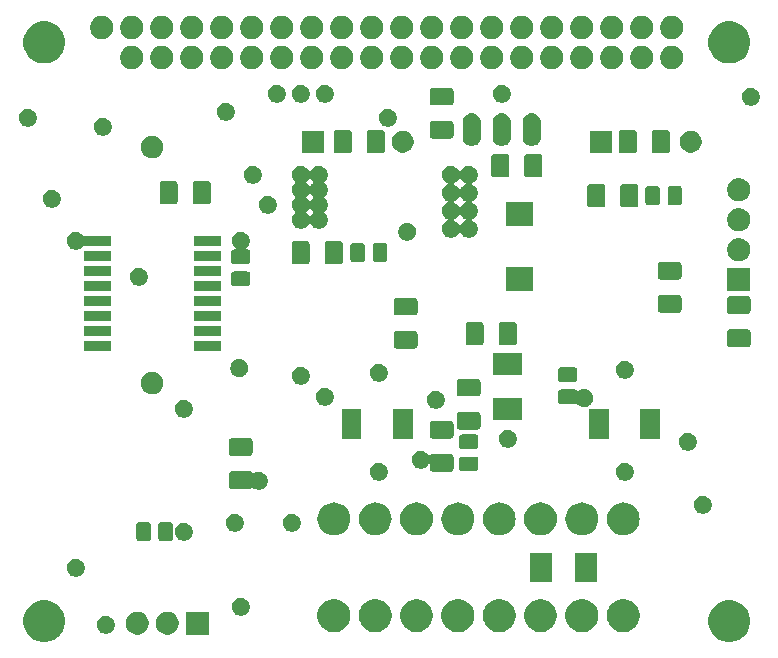
<source format=gbr>
G04 #@! TF.GenerationSoftware,KiCad,Pcbnew,5.1.5+dfsg1-2*
G04 #@! TF.CreationDate,2020-01-02T22:24:17+02:00*
G04 #@! TF.ProjectId,Morfeas_Rpi_Hat,4d6f7266-6561-4735-9f52-70695f486174,V1.0*
G04 #@! TF.SameCoordinates,Original*
G04 #@! TF.FileFunction,Soldermask,Bot*
G04 #@! TF.FilePolarity,Negative*
%FSLAX46Y46*%
G04 Gerber Fmt 4.6, Leading zero omitted, Abs format (unit mm)*
G04 Created by KiCad (PCBNEW 5.1.5+dfsg1-2) date 2020-01-02 22:24:17*
%MOMM*%
%LPD*%
G04 APERTURE LIST*
%ADD10C,0.025400*%
G04 APERTURE END LIST*
D10*
G36*
X183612332Y-114331289D02*
G01*
X183612334Y-114331290D01*
X183612335Y-114331290D01*
X183935726Y-114465243D01*
X184226766Y-114659710D01*
X184226768Y-114659712D01*
X184226771Y-114659714D01*
X184474286Y-114907229D01*
X184474288Y-114907232D01*
X184474290Y-114907234D01*
X184668757Y-115198274D01*
X184802710Y-115521665D01*
X184802711Y-115521668D01*
X184871000Y-115864981D01*
X184871000Y-116215019D01*
X184803520Y-116554267D01*
X184802710Y-116558335D01*
X184668757Y-116881726D01*
X184474290Y-117172766D01*
X184474288Y-117172768D01*
X184474286Y-117172771D01*
X184226771Y-117420286D01*
X184226768Y-117420288D01*
X184226766Y-117420290D01*
X183935726Y-117614757D01*
X183612335Y-117748710D01*
X183612334Y-117748710D01*
X183612332Y-117748711D01*
X183269019Y-117817000D01*
X182918981Y-117817000D01*
X182575668Y-117748711D01*
X182575666Y-117748710D01*
X182575665Y-117748710D01*
X182252274Y-117614757D01*
X181961234Y-117420290D01*
X181961232Y-117420288D01*
X181961229Y-117420286D01*
X181713714Y-117172771D01*
X181713712Y-117172768D01*
X181713710Y-117172766D01*
X181519243Y-116881726D01*
X181385290Y-116558335D01*
X181384481Y-116554267D01*
X181317000Y-116215019D01*
X181317000Y-115864981D01*
X181385289Y-115521668D01*
X181385290Y-115521665D01*
X181519243Y-115198274D01*
X181713710Y-114907234D01*
X181713712Y-114907232D01*
X181713714Y-114907229D01*
X181961229Y-114659714D01*
X181961232Y-114659712D01*
X181961234Y-114659710D01*
X182252274Y-114465243D01*
X182575665Y-114331290D01*
X182575666Y-114331290D01*
X182575668Y-114331289D01*
X182918981Y-114263000D01*
X183269019Y-114263000D01*
X183612332Y-114331289D01*
G37*
G36*
X125612332Y-114331289D02*
G01*
X125612334Y-114331290D01*
X125612335Y-114331290D01*
X125935726Y-114465243D01*
X126226766Y-114659710D01*
X126226768Y-114659712D01*
X126226771Y-114659714D01*
X126474286Y-114907229D01*
X126474288Y-114907232D01*
X126474290Y-114907234D01*
X126668757Y-115198274D01*
X126802710Y-115521665D01*
X126802711Y-115521668D01*
X126871000Y-115864981D01*
X126871000Y-116215019D01*
X126803520Y-116554267D01*
X126802710Y-116558335D01*
X126668757Y-116881726D01*
X126474290Y-117172766D01*
X126474288Y-117172768D01*
X126474286Y-117172771D01*
X126226771Y-117420286D01*
X126226768Y-117420288D01*
X126226766Y-117420290D01*
X125935726Y-117614757D01*
X125612335Y-117748710D01*
X125612334Y-117748710D01*
X125612332Y-117748711D01*
X125269019Y-117817000D01*
X124918981Y-117817000D01*
X124575668Y-117748711D01*
X124575666Y-117748710D01*
X124575665Y-117748710D01*
X124252274Y-117614757D01*
X123961234Y-117420290D01*
X123961232Y-117420288D01*
X123961229Y-117420286D01*
X123713714Y-117172771D01*
X123713712Y-117172768D01*
X123713710Y-117172766D01*
X123519243Y-116881726D01*
X123385290Y-116558335D01*
X123384481Y-116554267D01*
X123317000Y-116215019D01*
X123317000Y-115864981D01*
X123385289Y-115521668D01*
X123385290Y-115521665D01*
X123519243Y-115198274D01*
X123713710Y-114907234D01*
X123713712Y-114907232D01*
X123713714Y-114907229D01*
X123961229Y-114659714D01*
X123961232Y-114659712D01*
X123961234Y-114659710D01*
X124252274Y-114465243D01*
X124575665Y-114331290D01*
X124575666Y-114331290D01*
X124575668Y-114331289D01*
X124918981Y-114263000D01*
X125269019Y-114263000D01*
X125612332Y-114331289D01*
G37*
G36*
X139026000Y-117182000D02*
G01*
X137072000Y-117182000D01*
X137072000Y-115228000D01*
X139026000Y-115228000D01*
X139026000Y-117182000D01*
G37*
G36*
X133086135Y-115232159D02*
G01*
X133253983Y-115265545D01*
X133431780Y-115339191D01*
X133591800Y-115446113D01*
X133727887Y-115582200D01*
X133834809Y-115742220D01*
X133908455Y-115920017D01*
X133946000Y-116108775D01*
X133946000Y-116301225D01*
X133908455Y-116489983D01*
X133834809Y-116667780D01*
X133727887Y-116827800D01*
X133591800Y-116963887D01*
X133431780Y-117070809D01*
X133253983Y-117144455D01*
X133086135Y-117177841D01*
X133065226Y-117182000D01*
X132872774Y-117182000D01*
X132851865Y-117177841D01*
X132684017Y-117144455D01*
X132506220Y-117070809D01*
X132346200Y-116963887D01*
X132210113Y-116827800D01*
X132103191Y-116667780D01*
X132029545Y-116489983D01*
X131992000Y-116301225D01*
X131992000Y-116108775D01*
X132029545Y-115920017D01*
X132103191Y-115742220D01*
X132210113Y-115582200D01*
X132346200Y-115446113D01*
X132506220Y-115339191D01*
X132684017Y-115265545D01*
X132851865Y-115232159D01*
X132872774Y-115228000D01*
X133065226Y-115228000D01*
X133086135Y-115232159D01*
G37*
G36*
X135626135Y-115232159D02*
G01*
X135793983Y-115265545D01*
X135971780Y-115339191D01*
X136131800Y-115446113D01*
X136267887Y-115582200D01*
X136374809Y-115742220D01*
X136448455Y-115920017D01*
X136486000Y-116108775D01*
X136486000Y-116301225D01*
X136448455Y-116489983D01*
X136374809Y-116667780D01*
X136267887Y-116827800D01*
X136131800Y-116963887D01*
X135971780Y-117070809D01*
X135793983Y-117144455D01*
X135626135Y-117177841D01*
X135605226Y-117182000D01*
X135412774Y-117182000D01*
X135391865Y-117177841D01*
X135224017Y-117144455D01*
X135046220Y-117070809D01*
X134886200Y-116963887D01*
X134750113Y-116827800D01*
X134643191Y-116667780D01*
X134569545Y-116489983D01*
X134532000Y-116301225D01*
X134532000Y-116108775D01*
X134569545Y-115920017D01*
X134643191Y-115742220D01*
X134750113Y-115582200D01*
X134886200Y-115446113D01*
X135046220Y-115339191D01*
X135224017Y-115265545D01*
X135391865Y-115232159D01*
X135412774Y-115228000D01*
X135605226Y-115228000D01*
X135626135Y-115232159D01*
G37*
G36*
X130524267Y-115599283D02*
G01*
X130662942Y-115656724D01*
X130787747Y-115740116D01*
X130893884Y-115846253D01*
X130977276Y-115971058D01*
X131034717Y-116109733D01*
X131064000Y-116256950D01*
X131064000Y-116407050D01*
X131034717Y-116554267D01*
X130977276Y-116692942D01*
X130893884Y-116817747D01*
X130787747Y-116923884D01*
X130662942Y-117007276D01*
X130524267Y-117064717D01*
X130377050Y-117094000D01*
X130226950Y-117094000D01*
X130079733Y-117064717D01*
X129941058Y-117007276D01*
X129816253Y-116923884D01*
X129710116Y-116817747D01*
X129626724Y-116692942D01*
X129569283Y-116554267D01*
X129540000Y-116407050D01*
X129540000Y-116256950D01*
X129569283Y-116109733D01*
X129626724Y-115971058D01*
X129710116Y-115846253D01*
X129816253Y-115740116D01*
X129941058Y-115656724D01*
X130079733Y-115599283D01*
X130226950Y-115570000D01*
X130377050Y-115570000D01*
X130524267Y-115599283D01*
G37*
G36*
X164031493Y-114226686D02*
G01*
X164285729Y-114331994D01*
X164514531Y-114484875D01*
X164709125Y-114679469D01*
X164862006Y-114908271D01*
X164967314Y-115162507D01*
X165021000Y-115432408D01*
X165021000Y-115707592D01*
X164967314Y-115977493D01*
X164862006Y-116231729D01*
X164709125Y-116460531D01*
X164514531Y-116655125D01*
X164285729Y-116808006D01*
X164031493Y-116913314D01*
X163761592Y-116967000D01*
X163486408Y-116967000D01*
X163216507Y-116913314D01*
X162962271Y-116808006D01*
X162733469Y-116655125D01*
X162538875Y-116460531D01*
X162385994Y-116231729D01*
X162280686Y-115977493D01*
X162227000Y-115707592D01*
X162227000Y-115432408D01*
X162280686Y-115162507D01*
X162385994Y-114908271D01*
X162538875Y-114679469D01*
X162733469Y-114484875D01*
X162962271Y-114331994D01*
X163216507Y-114226686D01*
X163486408Y-114173000D01*
X163761592Y-114173000D01*
X164031493Y-114226686D01*
G37*
G36*
X174531493Y-114226686D02*
G01*
X174785729Y-114331994D01*
X175014531Y-114484875D01*
X175209125Y-114679469D01*
X175362006Y-114908271D01*
X175467314Y-115162507D01*
X175521000Y-115432408D01*
X175521000Y-115707592D01*
X175467314Y-115977493D01*
X175362006Y-116231729D01*
X175209125Y-116460531D01*
X175014531Y-116655125D01*
X174785729Y-116808006D01*
X174531493Y-116913314D01*
X174261592Y-116967000D01*
X173986408Y-116967000D01*
X173716507Y-116913314D01*
X173462271Y-116808006D01*
X173233469Y-116655125D01*
X173038875Y-116460531D01*
X172885994Y-116231729D01*
X172780686Y-115977493D01*
X172727000Y-115707592D01*
X172727000Y-115432408D01*
X172780686Y-115162507D01*
X172885994Y-114908271D01*
X173038875Y-114679469D01*
X173233469Y-114484875D01*
X173462271Y-114331994D01*
X173716507Y-114226686D01*
X173986408Y-114173000D01*
X174261592Y-114173000D01*
X174531493Y-114226686D01*
G37*
G36*
X171031493Y-114226686D02*
G01*
X171285729Y-114331994D01*
X171514531Y-114484875D01*
X171709125Y-114679469D01*
X171862006Y-114908271D01*
X171967314Y-115162507D01*
X172021000Y-115432408D01*
X172021000Y-115707592D01*
X171967314Y-115977493D01*
X171862006Y-116231729D01*
X171709125Y-116460531D01*
X171514531Y-116655125D01*
X171285729Y-116808006D01*
X171031493Y-116913314D01*
X170761592Y-116967000D01*
X170486408Y-116967000D01*
X170216507Y-116913314D01*
X169962271Y-116808006D01*
X169733469Y-116655125D01*
X169538875Y-116460531D01*
X169385994Y-116231729D01*
X169280686Y-115977493D01*
X169227000Y-115707592D01*
X169227000Y-115432408D01*
X169280686Y-115162507D01*
X169385994Y-114908271D01*
X169538875Y-114679469D01*
X169733469Y-114484875D01*
X169962271Y-114331994D01*
X170216507Y-114226686D01*
X170486408Y-114173000D01*
X170761592Y-114173000D01*
X171031493Y-114226686D01*
G37*
G36*
X150031493Y-114226686D02*
G01*
X150285729Y-114331994D01*
X150514531Y-114484875D01*
X150709125Y-114679469D01*
X150862006Y-114908271D01*
X150967314Y-115162507D01*
X151021000Y-115432408D01*
X151021000Y-115707592D01*
X150967314Y-115977493D01*
X150862006Y-116231729D01*
X150709125Y-116460531D01*
X150514531Y-116655125D01*
X150285729Y-116808006D01*
X150031493Y-116913314D01*
X149761592Y-116967000D01*
X149486408Y-116967000D01*
X149216507Y-116913314D01*
X148962271Y-116808006D01*
X148733469Y-116655125D01*
X148538875Y-116460531D01*
X148385994Y-116231729D01*
X148280686Y-115977493D01*
X148227000Y-115707592D01*
X148227000Y-115432408D01*
X148280686Y-115162507D01*
X148385994Y-114908271D01*
X148538875Y-114679469D01*
X148733469Y-114484875D01*
X148962271Y-114331994D01*
X149216507Y-114226686D01*
X149486408Y-114173000D01*
X149761592Y-114173000D01*
X150031493Y-114226686D01*
G37*
G36*
X153531493Y-114226686D02*
G01*
X153785729Y-114331994D01*
X154014531Y-114484875D01*
X154209125Y-114679469D01*
X154362006Y-114908271D01*
X154467314Y-115162507D01*
X154521000Y-115432408D01*
X154521000Y-115707592D01*
X154467314Y-115977493D01*
X154362006Y-116231729D01*
X154209125Y-116460531D01*
X154014531Y-116655125D01*
X153785729Y-116808006D01*
X153531493Y-116913314D01*
X153261592Y-116967000D01*
X152986408Y-116967000D01*
X152716507Y-116913314D01*
X152462271Y-116808006D01*
X152233469Y-116655125D01*
X152038875Y-116460531D01*
X151885994Y-116231729D01*
X151780686Y-115977493D01*
X151727000Y-115707592D01*
X151727000Y-115432408D01*
X151780686Y-115162507D01*
X151885994Y-114908271D01*
X152038875Y-114679469D01*
X152233469Y-114484875D01*
X152462271Y-114331994D01*
X152716507Y-114226686D01*
X152986408Y-114173000D01*
X153261592Y-114173000D01*
X153531493Y-114226686D01*
G37*
G36*
X157031493Y-114226686D02*
G01*
X157285729Y-114331994D01*
X157514531Y-114484875D01*
X157709125Y-114679469D01*
X157862006Y-114908271D01*
X157967314Y-115162507D01*
X158021000Y-115432408D01*
X158021000Y-115707592D01*
X157967314Y-115977493D01*
X157862006Y-116231729D01*
X157709125Y-116460531D01*
X157514531Y-116655125D01*
X157285729Y-116808006D01*
X157031493Y-116913314D01*
X156761592Y-116967000D01*
X156486408Y-116967000D01*
X156216507Y-116913314D01*
X155962271Y-116808006D01*
X155733469Y-116655125D01*
X155538875Y-116460531D01*
X155385994Y-116231729D01*
X155280686Y-115977493D01*
X155227000Y-115707592D01*
X155227000Y-115432408D01*
X155280686Y-115162507D01*
X155385994Y-114908271D01*
X155538875Y-114679469D01*
X155733469Y-114484875D01*
X155962271Y-114331994D01*
X156216507Y-114226686D01*
X156486408Y-114173000D01*
X156761592Y-114173000D01*
X157031493Y-114226686D01*
G37*
G36*
X160531493Y-114226686D02*
G01*
X160785729Y-114331994D01*
X161014531Y-114484875D01*
X161209125Y-114679469D01*
X161362006Y-114908271D01*
X161467314Y-115162507D01*
X161521000Y-115432408D01*
X161521000Y-115707592D01*
X161467314Y-115977493D01*
X161362006Y-116231729D01*
X161209125Y-116460531D01*
X161014531Y-116655125D01*
X160785729Y-116808006D01*
X160531493Y-116913314D01*
X160261592Y-116967000D01*
X159986408Y-116967000D01*
X159716507Y-116913314D01*
X159462271Y-116808006D01*
X159233469Y-116655125D01*
X159038875Y-116460531D01*
X158885994Y-116231729D01*
X158780686Y-115977493D01*
X158727000Y-115707592D01*
X158727000Y-115432408D01*
X158780686Y-115162507D01*
X158885994Y-114908271D01*
X159038875Y-114679469D01*
X159233469Y-114484875D01*
X159462271Y-114331994D01*
X159716507Y-114226686D01*
X159986408Y-114173000D01*
X160261592Y-114173000D01*
X160531493Y-114226686D01*
G37*
G36*
X167531493Y-114226686D02*
G01*
X167785729Y-114331994D01*
X168014531Y-114484875D01*
X168209125Y-114679469D01*
X168362006Y-114908271D01*
X168467314Y-115162507D01*
X168521000Y-115432408D01*
X168521000Y-115707592D01*
X168467314Y-115977493D01*
X168362006Y-116231729D01*
X168209125Y-116460531D01*
X168014531Y-116655125D01*
X167785729Y-116808006D01*
X167531493Y-116913314D01*
X167261592Y-116967000D01*
X166986408Y-116967000D01*
X166716507Y-116913314D01*
X166462271Y-116808006D01*
X166233469Y-116655125D01*
X166038875Y-116460531D01*
X165885994Y-116231729D01*
X165780686Y-115977493D01*
X165727000Y-115707592D01*
X165727000Y-115432408D01*
X165780686Y-115162507D01*
X165885994Y-114908271D01*
X166038875Y-114679469D01*
X166233469Y-114484875D01*
X166462271Y-114331994D01*
X166716507Y-114226686D01*
X166986408Y-114173000D01*
X167261592Y-114173000D01*
X167531493Y-114226686D01*
G37*
G36*
X141954267Y-114075283D02*
G01*
X142092942Y-114132724D01*
X142217747Y-114216116D01*
X142323884Y-114322253D01*
X142407276Y-114447058D01*
X142464717Y-114585733D01*
X142494000Y-114732950D01*
X142494000Y-114883050D01*
X142464717Y-115030267D01*
X142407276Y-115168942D01*
X142323884Y-115293747D01*
X142217747Y-115399884D01*
X142092942Y-115483276D01*
X141954267Y-115540717D01*
X141807050Y-115570000D01*
X141656950Y-115570000D01*
X141509733Y-115540717D01*
X141371058Y-115483276D01*
X141246253Y-115399884D01*
X141140116Y-115293747D01*
X141056724Y-115168942D01*
X140999283Y-115030267D01*
X140970000Y-114883050D01*
X140970000Y-114732950D01*
X140999283Y-114585733D01*
X141056724Y-114447058D01*
X141140116Y-114322253D01*
X141246253Y-114216116D01*
X141371058Y-114132724D01*
X141509733Y-114075283D01*
X141656950Y-114046000D01*
X141807050Y-114046000D01*
X141954267Y-114075283D01*
G37*
G36*
X168095143Y-112732343D02*
G01*
X166240943Y-112732343D01*
X166240943Y-110278703D01*
X168095143Y-110278703D01*
X168095143Y-112732343D01*
G37*
G36*
X171894983Y-112732343D02*
G01*
X170040783Y-112732343D01*
X170040783Y-110278703D01*
X171894983Y-110278703D01*
X171894983Y-112732343D01*
G37*
G36*
X127984267Y-110773283D02*
G01*
X128122942Y-110830724D01*
X128247747Y-110914116D01*
X128353884Y-111020253D01*
X128437276Y-111145058D01*
X128494717Y-111283733D01*
X128524000Y-111430950D01*
X128524000Y-111581050D01*
X128494717Y-111728267D01*
X128437276Y-111866942D01*
X128353884Y-111991747D01*
X128247747Y-112097884D01*
X128122942Y-112181276D01*
X127984267Y-112238717D01*
X127837050Y-112268000D01*
X127686950Y-112268000D01*
X127539733Y-112238717D01*
X127401058Y-112181276D01*
X127276253Y-112097884D01*
X127170116Y-111991747D01*
X127086724Y-111866942D01*
X127029283Y-111728267D01*
X127000000Y-111581050D01*
X127000000Y-111430950D01*
X127029283Y-111283733D01*
X127086724Y-111145058D01*
X127170116Y-111020253D01*
X127276253Y-110914116D01*
X127401058Y-110830724D01*
X127539733Y-110773283D01*
X127686950Y-110744000D01*
X127837050Y-110744000D01*
X127984267Y-110773283D01*
G37*
G36*
X135774684Y-107636595D02*
G01*
X135826314Y-107652256D01*
X135873888Y-107677685D01*
X135915590Y-107711910D01*
X135949815Y-107753612D01*
X135975244Y-107801186D01*
X135990905Y-107852816D01*
X135996500Y-107909617D01*
X135996500Y-109006383D01*
X135990905Y-109063184D01*
X135975244Y-109114814D01*
X135949815Y-109162388D01*
X135915590Y-109204090D01*
X135873888Y-109238315D01*
X135826314Y-109263744D01*
X135774684Y-109279405D01*
X135717883Y-109285000D01*
X135046117Y-109285000D01*
X134989316Y-109279405D01*
X134937686Y-109263744D01*
X134890112Y-109238315D01*
X134848410Y-109204090D01*
X134814185Y-109162388D01*
X134788756Y-109114814D01*
X134773095Y-109063184D01*
X134767500Y-109006383D01*
X134767500Y-107909617D01*
X134773095Y-107852816D01*
X134788756Y-107801186D01*
X134814185Y-107753612D01*
X134848410Y-107711910D01*
X134890112Y-107677685D01*
X134937686Y-107652256D01*
X134989316Y-107636595D01*
X135046117Y-107631000D01*
X135717883Y-107631000D01*
X135774684Y-107636595D01*
G37*
G36*
X133899684Y-107636595D02*
G01*
X133951314Y-107652256D01*
X133998888Y-107677685D01*
X134040590Y-107711910D01*
X134074815Y-107753612D01*
X134100244Y-107801186D01*
X134115905Y-107852816D01*
X134121500Y-107909617D01*
X134121500Y-109006383D01*
X134115905Y-109063184D01*
X134100244Y-109114814D01*
X134074815Y-109162388D01*
X134040590Y-109204090D01*
X133998888Y-109238315D01*
X133951314Y-109263744D01*
X133899684Y-109279405D01*
X133842883Y-109285000D01*
X133171117Y-109285000D01*
X133114316Y-109279405D01*
X133062686Y-109263744D01*
X133015112Y-109238315D01*
X132973410Y-109204090D01*
X132939185Y-109162388D01*
X132913756Y-109114814D01*
X132898095Y-109063184D01*
X132892500Y-109006383D01*
X132892500Y-107909617D01*
X132898095Y-107852816D01*
X132913756Y-107801186D01*
X132939185Y-107753612D01*
X132973410Y-107711910D01*
X133015112Y-107677685D01*
X133062686Y-107652256D01*
X133114316Y-107636595D01*
X133171117Y-107631000D01*
X133842883Y-107631000D01*
X133899684Y-107636595D01*
G37*
G36*
X137128267Y-107725283D02*
G01*
X137266942Y-107782724D01*
X137391747Y-107866116D01*
X137497884Y-107972253D01*
X137581276Y-108097058D01*
X137638717Y-108235733D01*
X137668000Y-108382950D01*
X137668000Y-108533050D01*
X137638717Y-108680267D01*
X137581276Y-108818942D01*
X137497884Y-108943747D01*
X137391747Y-109049884D01*
X137266942Y-109133276D01*
X137128267Y-109190717D01*
X136981050Y-109220000D01*
X136830950Y-109220000D01*
X136683733Y-109190717D01*
X136545058Y-109133276D01*
X136420253Y-109049884D01*
X136314116Y-108943747D01*
X136230724Y-108818942D01*
X136173283Y-108680267D01*
X136144000Y-108533050D01*
X136144000Y-108382950D01*
X136173283Y-108235733D01*
X136230724Y-108097058D01*
X136314116Y-107972253D01*
X136420253Y-107866116D01*
X136545058Y-107782724D01*
X136683733Y-107725283D01*
X136830950Y-107696000D01*
X136981050Y-107696000D01*
X137128267Y-107725283D01*
G37*
G36*
X167396542Y-105999842D02*
G01*
X167658610Y-106079339D01*
X167900133Y-106208436D01*
X168111829Y-106382171D01*
X168285564Y-106593867D01*
X168414661Y-106835390D01*
X168494158Y-107097458D01*
X168521001Y-107369999D01*
X168521001Y-107370001D01*
X168494158Y-107642542D01*
X168414661Y-107904610D01*
X168285564Y-108146133D01*
X168111829Y-108357829D01*
X167900133Y-108531564D01*
X167658610Y-108660661D01*
X167396542Y-108740158D01*
X167124001Y-108767001D01*
X167123999Y-108767001D01*
X166851458Y-108740158D01*
X166589390Y-108660661D01*
X166347867Y-108531564D01*
X166136171Y-108357829D01*
X165962436Y-108146133D01*
X165833339Y-107904610D01*
X165753842Y-107642542D01*
X165726999Y-107370001D01*
X165726999Y-107369999D01*
X165753842Y-107097458D01*
X165833339Y-106835390D01*
X165962436Y-106593867D01*
X166136171Y-106382171D01*
X166347867Y-106208436D01*
X166589390Y-106079339D01*
X166851458Y-105999842D01*
X167123999Y-105972999D01*
X167124001Y-105972999D01*
X167396542Y-105999842D01*
G37*
G36*
X149896542Y-105999842D02*
G01*
X150158610Y-106079339D01*
X150400133Y-106208436D01*
X150611829Y-106382171D01*
X150785564Y-106593867D01*
X150914661Y-106835390D01*
X150994158Y-107097458D01*
X151021001Y-107369999D01*
X151021001Y-107370001D01*
X150994158Y-107642542D01*
X150914661Y-107904610D01*
X150785564Y-108146133D01*
X150611829Y-108357829D01*
X150400133Y-108531564D01*
X150158610Y-108660661D01*
X149896542Y-108740158D01*
X149624001Y-108767001D01*
X149623999Y-108767001D01*
X149351458Y-108740158D01*
X149089390Y-108660661D01*
X148847867Y-108531564D01*
X148636171Y-108357829D01*
X148462436Y-108146133D01*
X148333339Y-107904610D01*
X148253842Y-107642542D01*
X148226999Y-107370001D01*
X148226999Y-107369999D01*
X148253842Y-107097458D01*
X148333339Y-106835390D01*
X148462436Y-106593867D01*
X148636171Y-106382171D01*
X148847867Y-106208436D01*
X149089390Y-106079339D01*
X149351458Y-105999842D01*
X149623999Y-105972999D01*
X149624001Y-105972999D01*
X149896542Y-105999842D01*
G37*
G36*
X170896542Y-105999842D02*
G01*
X171158610Y-106079339D01*
X171400133Y-106208436D01*
X171611829Y-106382171D01*
X171785564Y-106593867D01*
X171914661Y-106835390D01*
X171994158Y-107097458D01*
X172021001Y-107369999D01*
X172021001Y-107370001D01*
X171994158Y-107642542D01*
X171914661Y-107904610D01*
X171785564Y-108146133D01*
X171611829Y-108357829D01*
X171400133Y-108531564D01*
X171158610Y-108660661D01*
X170896542Y-108740158D01*
X170624001Y-108767001D01*
X170623999Y-108767001D01*
X170351458Y-108740158D01*
X170089390Y-108660661D01*
X169847867Y-108531564D01*
X169636171Y-108357829D01*
X169462436Y-108146133D01*
X169333339Y-107904610D01*
X169253842Y-107642542D01*
X169226999Y-107370001D01*
X169226999Y-107369999D01*
X169253842Y-107097458D01*
X169333339Y-106835390D01*
X169462436Y-106593867D01*
X169636171Y-106382171D01*
X169847867Y-106208436D01*
X170089390Y-106079339D01*
X170351458Y-105999842D01*
X170623999Y-105972999D01*
X170624001Y-105972999D01*
X170896542Y-105999842D01*
G37*
G36*
X174396542Y-105999842D02*
G01*
X174658610Y-106079339D01*
X174900133Y-106208436D01*
X175111829Y-106382171D01*
X175285564Y-106593867D01*
X175414661Y-106835390D01*
X175494158Y-107097458D01*
X175521001Y-107369999D01*
X175521001Y-107370001D01*
X175494158Y-107642542D01*
X175414661Y-107904610D01*
X175285564Y-108146133D01*
X175111829Y-108357829D01*
X174900133Y-108531564D01*
X174658610Y-108660661D01*
X174396542Y-108740158D01*
X174124001Y-108767001D01*
X174123999Y-108767001D01*
X173851458Y-108740158D01*
X173589390Y-108660661D01*
X173347867Y-108531564D01*
X173136171Y-108357829D01*
X172962436Y-108146133D01*
X172833339Y-107904610D01*
X172753842Y-107642542D01*
X172726999Y-107370001D01*
X172726999Y-107369999D01*
X172753842Y-107097458D01*
X172833339Y-106835390D01*
X172962436Y-106593867D01*
X173136171Y-106382171D01*
X173347867Y-106208436D01*
X173589390Y-106079339D01*
X173851458Y-105999842D01*
X174123999Y-105972999D01*
X174124001Y-105972999D01*
X174396542Y-105999842D01*
G37*
G36*
X156896542Y-105999842D02*
G01*
X157158610Y-106079339D01*
X157400133Y-106208436D01*
X157611829Y-106382171D01*
X157785564Y-106593867D01*
X157914661Y-106835390D01*
X157994158Y-107097458D01*
X158021001Y-107369999D01*
X158021001Y-107370001D01*
X157994158Y-107642542D01*
X157914661Y-107904610D01*
X157785564Y-108146133D01*
X157611829Y-108357829D01*
X157400133Y-108531564D01*
X157158610Y-108660661D01*
X156896542Y-108740158D01*
X156624001Y-108767001D01*
X156623999Y-108767001D01*
X156351458Y-108740158D01*
X156089390Y-108660661D01*
X155847867Y-108531564D01*
X155636171Y-108357829D01*
X155462436Y-108146133D01*
X155333339Y-107904610D01*
X155253842Y-107642542D01*
X155226999Y-107370001D01*
X155226999Y-107369999D01*
X155253842Y-107097458D01*
X155333339Y-106835390D01*
X155462436Y-106593867D01*
X155636171Y-106382171D01*
X155847867Y-106208436D01*
X156089390Y-106079339D01*
X156351458Y-105999842D01*
X156623999Y-105972999D01*
X156624001Y-105972999D01*
X156896542Y-105999842D01*
G37*
G36*
X160396542Y-105999842D02*
G01*
X160658610Y-106079339D01*
X160900133Y-106208436D01*
X161111829Y-106382171D01*
X161285564Y-106593867D01*
X161414661Y-106835390D01*
X161494158Y-107097458D01*
X161521001Y-107369999D01*
X161521001Y-107370001D01*
X161494158Y-107642542D01*
X161414661Y-107904610D01*
X161285564Y-108146133D01*
X161111829Y-108357829D01*
X160900133Y-108531564D01*
X160658610Y-108660661D01*
X160396542Y-108740158D01*
X160124001Y-108767001D01*
X160123999Y-108767001D01*
X159851458Y-108740158D01*
X159589390Y-108660661D01*
X159347867Y-108531564D01*
X159136171Y-108357829D01*
X158962436Y-108146133D01*
X158833339Y-107904610D01*
X158753842Y-107642542D01*
X158726999Y-107370001D01*
X158726999Y-107369999D01*
X158753842Y-107097458D01*
X158833339Y-106835390D01*
X158962436Y-106593867D01*
X159136171Y-106382171D01*
X159347867Y-106208436D01*
X159589390Y-106079339D01*
X159851458Y-105999842D01*
X160123999Y-105972999D01*
X160124001Y-105972999D01*
X160396542Y-105999842D01*
G37*
G36*
X163896542Y-105999842D02*
G01*
X164158610Y-106079339D01*
X164400133Y-106208436D01*
X164611829Y-106382171D01*
X164785564Y-106593867D01*
X164914661Y-106835390D01*
X164994158Y-107097458D01*
X165021001Y-107369999D01*
X165021001Y-107370001D01*
X164994158Y-107642542D01*
X164914661Y-107904610D01*
X164785564Y-108146133D01*
X164611829Y-108357829D01*
X164400133Y-108531564D01*
X164158610Y-108660661D01*
X163896542Y-108740158D01*
X163624001Y-108767001D01*
X163623999Y-108767001D01*
X163351458Y-108740158D01*
X163089390Y-108660661D01*
X162847867Y-108531564D01*
X162636171Y-108357829D01*
X162462436Y-108146133D01*
X162333339Y-107904610D01*
X162253842Y-107642542D01*
X162226999Y-107370001D01*
X162226999Y-107369999D01*
X162253842Y-107097458D01*
X162333339Y-106835390D01*
X162462436Y-106593867D01*
X162636171Y-106382171D01*
X162847867Y-106208436D01*
X163089390Y-106079339D01*
X163351458Y-105999842D01*
X163623999Y-105972999D01*
X163624001Y-105972999D01*
X163896542Y-105999842D01*
G37*
G36*
X153396542Y-105999842D02*
G01*
X153658610Y-106079339D01*
X153900133Y-106208436D01*
X154111829Y-106382171D01*
X154285564Y-106593867D01*
X154414661Y-106835390D01*
X154494158Y-107097458D01*
X154521001Y-107369999D01*
X154521001Y-107370001D01*
X154494158Y-107642542D01*
X154414661Y-107904610D01*
X154285564Y-108146133D01*
X154111829Y-108357829D01*
X153900133Y-108531564D01*
X153658610Y-108660661D01*
X153396542Y-108740158D01*
X153124001Y-108767001D01*
X153123999Y-108767001D01*
X152851458Y-108740158D01*
X152589390Y-108660661D01*
X152347867Y-108531564D01*
X152136171Y-108357829D01*
X151962436Y-108146133D01*
X151833339Y-107904610D01*
X151753842Y-107642542D01*
X151726999Y-107370001D01*
X151726999Y-107369999D01*
X151753842Y-107097458D01*
X151833339Y-106835390D01*
X151962436Y-106593867D01*
X152136171Y-106382171D01*
X152347867Y-106208436D01*
X152589390Y-106079339D01*
X152851458Y-105999842D01*
X153123999Y-105972999D01*
X153124001Y-105972999D01*
X153396542Y-105999842D01*
G37*
G36*
X141446267Y-106963283D02*
G01*
X141584942Y-107020724D01*
X141709747Y-107104116D01*
X141815884Y-107210253D01*
X141899276Y-107335058D01*
X141956717Y-107473733D01*
X141986000Y-107620950D01*
X141986000Y-107771050D01*
X141956717Y-107918267D01*
X141899276Y-108056942D01*
X141815884Y-108181747D01*
X141709747Y-108287884D01*
X141584942Y-108371276D01*
X141446267Y-108428717D01*
X141299050Y-108458000D01*
X141148950Y-108458000D01*
X141001733Y-108428717D01*
X140863058Y-108371276D01*
X140738253Y-108287884D01*
X140632116Y-108181747D01*
X140548724Y-108056942D01*
X140491283Y-107918267D01*
X140462000Y-107771050D01*
X140462000Y-107620950D01*
X140491283Y-107473733D01*
X140548724Y-107335058D01*
X140632116Y-107210253D01*
X140738253Y-107104116D01*
X140863058Y-107020724D01*
X141001733Y-106963283D01*
X141148950Y-106934000D01*
X141299050Y-106934000D01*
X141446267Y-106963283D01*
G37*
G36*
X146272267Y-106963283D02*
G01*
X146410942Y-107020724D01*
X146535747Y-107104116D01*
X146641884Y-107210253D01*
X146725276Y-107335058D01*
X146782717Y-107473733D01*
X146812000Y-107620950D01*
X146812000Y-107771050D01*
X146782717Y-107918267D01*
X146725276Y-108056942D01*
X146641884Y-108181747D01*
X146535747Y-108287884D01*
X146410942Y-108371276D01*
X146272267Y-108428717D01*
X146125050Y-108458000D01*
X145974950Y-108458000D01*
X145827733Y-108428717D01*
X145689058Y-108371276D01*
X145564253Y-108287884D01*
X145458116Y-108181747D01*
X145374724Y-108056942D01*
X145317283Y-107918267D01*
X145288000Y-107771050D01*
X145288000Y-107620950D01*
X145317283Y-107473733D01*
X145374724Y-107335058D01*
X145458116Y-107210253D01*
X145564253Y-107104116D01*
X145689058Y-107020724D01*
X145827733Y-106963283D01*
X145974950Y-106934000D01*
X146125050Y-106934000D01*
X146272267Y-106963283D01*
G37*
G36*
X181070267Y-105439283D02*
G01*
X181208942Y-105496724D01*
X181333747Y-105580116D01*
X181439884Y-105686253D01*
X181523276Y-105811058D01*
X181580717Y-105949733D01*
X181610000Y-106096950D01*
X181610000Y-106247050D01*
X181580717Y-106394267D01*
X181523276Y-106532942D01*
X181439884Y-106657747D01*
X181333747Y-106763884D01*
X181208942Y-106847276D01*
X181070267Y-106904717D01*
X180923050Y-106934000D01*
X180772950Y-106934000D01*
X180625733Y-106904717D01*
X180487058Y-106847276D01*
X180362253Y-106763884D01*
X180256116Y-106657747D01*
X180172724Y-106532942D01*
X180115283Y-106394267D01*
X180086000Y-106247050D01*
X180086000Y-106096950D01*
X180115283Y-105949733D01*
X180172724Y-105811058D01*
X180256116Y-105686253D01*
X180362253Y-105580116D01*
X180487058Y-105496724D01*
X180625733Y-105439283D01*
X180772950Y-105410000D01*
X180923050Y-105410000D01*
X181070267Y-105439283D01*
G37*
G36*
X142522489Y-103343349D02*
G01*
X142571715Y-103358281D01*
X142617075Y-103382527D01*
X142656840Y-103415160D01*
X142689472Y-103454923D01*
X142714409Y-103501576D01*
X142721325Y-103511926D01*
X142730127Y-103520728D01*
X142740477Y-103527643D01*
X142751978Y-103532407D01*
X142764187Y-103534835D01*
X142776635Y-103534835D01*
X142788843Y-103532407D01*
X142805688Y-103524439D01*
X142895053Y-103464727D01*
X142895054Y-103464726D01*
X142895058Y-103464724D01*
X143033733Y-103407283D01*
X143180950Y-103378000D01*
X143331050Y-103378000D01*
X143478267Y-103407283D01*
X143616942Y-103464724D01*
X143741747Y-103548116D01*
X143847884Y-103654253D01*
X143931276Y-103779058D01*
X143988717Y-103917733D01*
X144018000Y-104064950D01*
X144018000Y-104215050D01*
X143988717Y-104362267D01*
X143931276Y-104500942D01*
X143847884Y-104625747D01*
X143741747Y-104731884D01*
X143616942Y-104815276D01*
X143478267Y-104872717D01*
X143331050Y-104902000D01*
X143180950Y-104902000D01*
X143033733Y-104872717D01*
X142895058Y-104815276D01*
X142770253Y-104731884D01*
X142770252Y-104731883D01*
X142767778Y-104730230D01*
X142762734Y-104726091D01*
X142751756Y-104720223D01*
X142739844Y-104716609D01*
X142727456Y-104715389D01*
X142715068Y-104716609D01*
X142703156Y-104720223D01*
X142692178Y-104726091D01*
X142682555Y-104733987D01*
X142678370Y-104738605D01*
X142656840Y-104764840D01*
X142617075Y-104797473D01*
X142571715Y-104821719D01*
X142522489Y-104836651D01*
X142468183Y-104842000D01*
X140995817Y-104842000D01*
X140941511Y-104836651D01*
X140892285Y-104821719D01*
X140846925Y-104797473D01*
X140807160Y-104764840D01*
X140774527Y-104725075D01*
X140750281Y-104679715D01*
X140735349Y-104630489D01*
X140730000Y-104576183D01*
X140730000Y-103603817D01*
X140735349Y-103549511D01*
X140750281Y-103500285D01*
X140774527Y-103454925D01*
X140807160Y-103415160D01*
X140846925Y-103382527D01*
X140892285Y-103358281D01*
X140941511Y-103343349D01*
X140995817Y-103338000D01*
X142468183Y-103338000D01*
X142522489Y-103343349D01*
G37*
G36*
X174466267Y-102645283D02*
G01*
X174604942Y-102702724D01*
X174729747Y-102786116D01*
X174835884Y-102892253D01*
X174919276Y-103017058D01*
X174976717Y-103155733D01*
X175006000Y-103302950D01*
X175006000Y-103453050D01*
X174976717Y-103600267D01*
X174919276Y-103738942D01*
X174835884Y-103863747D01*
X174729747Y-103969884D01*
X174604942Y-104053276D01*
X174466267Y-104110717D01*
X174319050Y-104140000D01*
X174168950Y-104140000D01*
X174021733Y-104110717D01*
X173883058Y-104053276D01*
X173758253Y-103969884D01*
X173652116Y-103863747D01*
X173568724Y-103738942D01*
X173511283Y-103600267D01*
X173482000Y-103453050D01*
X173482000Y-103302950D01*
X173511283Y-103155733D01*
X173568724Y-103017058D01*
X173652116Y-102892253D01*
X173758253Y-102786116D01*
X173883058Y-102702724D01*
X174021733Y-102645283D01*
X174168950Y-102616000D01*
X174319050Y-102616000D01*
X174466267Y-102645283D01*
G37*
G36*
X153638267Y-102645283D02*
G01*
X153776942Y-102702724D01*
X153901747Y-102786116D01*
X154007884Y-102892253D01*
X154091276Y-103017058D01*
X154148717Y-103155733D01*
X154178000Y-103302950D01*
X154178000Y-103453050D01*
X154148717Y-103600267D01*
X154091276Y-103738942D01*
X154007884Y-103863747D01*
X153901747Y-103969884D01*
X153776942Y-104053276D01*
X153638267Y-104110717D01*
X153491050Y-104140000D01*
X153340950Y-104140000D01*
X153193733Y-104110717D01*
X153055058Y-104053276D01*
X152930253Y-103969884D01*
X152824116Y-103863747D01*
X152740724Y-103738942D01*
X152683283Y-103600267D01*
X152654000Y-103453050D01*
X152654000Y-103302950D01*
X152683283Y-103155733D01*
X152740724Y-103017058D01*
X152824116Y-102892253D01*
X152930253Y-102786116D01*
X153055058Y-102702724D01*
X153193733Y-102645283D01*
X153340950Y-102616000D01*
X153491050Y-102616000D01*
X153638267Y-102645283D01*
G37*
G36*
X157194267Y-101629283D02*
G01*
X157332942Y-101686724D01*
X157457747Y-101770116D01*
X157563884Y-101876253D01*
X157647275Y-102001057D01*
X157647277Y-102001060D01*
X157656017Y-102022160D01*
X157661885Y-102033138D01*
X157669782Y-102042760D01*
X157679404Y-102050657D01*
X157690383Y-102056525D01*
X157702295Y-102060138D01*
X157714683Y-102061358D01*
X157727071Y-102060138D01*
X157738983Y-102056524D01*
X157749961Y-102050656D01*
X157759583Y-102042759D01*
X157770683Y-102027792D01*
X157792527Y-101986924D01*
X157825160Y-101947160D01*
X157864925Y-101914527D01*
X157910285Y-101890281D01*
X157959511Y-101875349D01*
X158013817Y-101870000D01*
X159486183Y-101870000D01*
X159540489Y-101875349D01*
X159589715Y-101890281D01*
X159635075Y-101914527D01*
X159674840Y-101947160D01*
X159707473Y-101986925D01*
X159731719Y-102032285D01*
X159746651Y-102081511D01*
X159752000Y-102135817D01*
X159752000Y-103108183D01*
X159746651Y-103162489D01*
X159731719Y-103211715D01*
X159707473Y-103257075D01*
X159674840Y-103296840D01*
X159635075Y-103329473D01*
X159589715Y-103353719D01*
X159540489Y-103368651D01*
X159486183Y-103374000D01*
X158013817Y-103374000D01*
X157959511Y-103368651D01*
X157910285Y-103353719D01*
X157864925Y-103329473D01*
X157825160Y-103296840D01*
X157792527Y-103257075D01*
X157768281Y-103211715D01*
X157753349Y-103162489D01*
X157748000Y-103108183D01*
X157748000Y-102781526D01*
X157746780Y-102769138D01*
X157743166Y-102757226D01*
X157737298Y-102746248D01*
X157729402Y-102736625D01*
X157719779Y-102728729D01*
X157708801Y-102722861D01*
X157696889Y-102719247D01*
X157684501Y-102718027D01*
X157672113Y-102719247D01*
X157660201Y-102722861D01*
X157649223Y-102728729D01*
X157639600Y-102736625D01*
X157631704Y-102746248D01*
X157563888Y-102847742D01*
X157563886Y-102847744D01*
X157563884Y-102847747D01*
X157457747Y-102953884D01*
X157332942Y-103037276D01*
X157194267Y-103094717D01*
X157047050Y-103124000D01*
X156896950Y-103124000D01*
X156749733Y-103094717D01*
X156611058Y-103037276D01*
X156486253Y-102953884D01*
X156380116Y-102847747D01*
X156296724Y-102722942D01*
X156239283Y-102584267D01*
X156210000Y-102437050D01*
X156210000Y-102286950D01*
X156239283Y-102139733D01*
X156296724Y-102001058D01*
X156380116Y-101876253D01*
X156486253Y-101770116D01*
X156611058Y-101686724D01*
X156749733Y-101629283D01*
X156896950Y-101600000D01*
X157047050Y-101600000D01*
X157194267Y-101629283D01*
G37*
G36*
X161641184Y-102104095D02*
G01*
X161692814Y-102119756D01*
X161740388Y-102145185D01*
X161782090Y-102179410D01*
X161816315Y-102221112D01*
X161841744Y-102268686D01*
X161857405Y-102320316D01*
X161863000Y-102377117D01*
X161863000Y-103048883D01*
X161857405Y-103105684D01*
X161841744Y-103157314D01*
X161816315Y-103204888D01*
X161782090Y-103246590D01*
X161740388Y-103280815D01*
X161692814Y-103306244D01*
X161641184Y-103321905D01*
X161584383Y-103327500D01*
X160487617Y-103327500D01*
X160430816Y-103321905D01*
X160379186Y-103306244D01*
X160331612Y-103280815D01*
X160289910Y-103246590D01*
X160255685Y-103204888D01*
X160230256Y-103157314D01*
X160214595Y-103105684D01*
X160209000Y-103048883D01*
X160209000Y-102377117D01*
X160214595Y-102320316D01*
X160230256Y-102268686D01*
X160255685Y-102221112D01*
X160289910Y-102179410D01*
X160331612Y-102145185D01*
X160379186Y-102119756D01*
X160430816Y-102104095D01*
X160487617Y-102098500D01*
X161584383Y-102098500D01*
X161641184Y-102104095D01*
G37*
G36*
X142522489Y-100543349D02*
G01*
X142571715Y-100558281D01*
X142617075Y-100582527D01*
X142656840Y-100615160D01*
X142689473Y-100654925D01*
X142713719Y-100700285D01*
X142728651Y-100749511D01*
X142734000Y-100803817D01*
X142734000Y-101776183D01*
X142728651Y-101830489D01*
X142713719Y-101879715D01*
X142689473Y-101925075D01*
X142656840Y-101964840D01*
X142617075Y-101997473D01*
X142571715Y-102021719D01*
X142522489Y-102036651D01*
X142468183Y-102042000D01*
X140995817Y-102042000D01*
X140941511Y-102036651D01*
X140892285Y-102021719D01*
X140846925Y-101997473D01*
X140807160Y-101964840D01*
X140774527Y-101925075D01*
X140750281Y-101879715D01*
X140735349Y-101830489D01*
X140730000Y-101776183D01*
X140730000Y-100803817D01*
X140735349Y-100749511D01*
X140750281Y-100700285D01*
X140774527Y-100654925D01*
X140807160Y-100615160D01*
X140846925Y-100582527D01*
X140892285Y-100558281D01*
X140941511Y-100543349D01*
X140995817Y-100538000D01*
X142468183Y-100538000D01*
X142522489Y-100543349D01*
G37*
G36*
X179800267Y-100105283D02*
G01*
X179938942Y-100162724D01*
X180063747Y-100246116D01*
X180169884Y-100352253D01*
X180253276Y-100477058D01*
X180310717Y-100615733D01*
X180340000Y-100762950D01*
X180340000Y-100913050D01*
X180310717Y-101060267D01*
X180253276Y-101198942D01*
X180169884Y-101323747D01*
X180063747Y-101429884D01*
X179938942Y-101513276D01*
X179800267Y-101570717D01*
X179653050Y-101600000D01*
X179502950Y-101600000D01*
X179355733Y-101570717D01*
X179217058Y-101513276D01*
X179092253Y-101429884D01*
X178986116Y-101323747D01*
X178902724Y-101198942D01*
X178845283Y-101060267D01*
X178816000Y-100913050D01*
X178816000Y-100762950D01*
X178845283Y-100615733D01*
X178902724Y-100477058D01*
X178986116Y-100352253D01*
X179092253Y-100246116D01*
X179217058Y-100162724D01*
X179355733Y-100105283D01*
X179502950Y-100076000D01*
X179653050Y-100076000D01*
X179800267Y-100105283D01*
G37*
G36*
X161641184Y-100229095D02*
G01*
X161692814Y-100244756D01*
X161740388Y-100270185D01*
X161782090Y-100304410D01*
X161816315Y-100346112D01*
X161841744Y-100393686D01*
X161857405Y-100445316D01*
X161863000Y-100502117D01*
X161863000Y-101173883D01*
X161857405Y-101230684D01*
X161841744Y-101282314D01*
X161816315Y-101329888D01*
X161782090Y-101371590D01*
X161740388Y-101405815D01*
X161692814Y-101431244D01*
X161641184Y-101446905D01*
X161584383Y-101452500D01*
X160487617Y-101452500D01*
X160430816Y-101446905D01*
X160379186Y-101431244D01*
X160331612Y-101405815D01*
X160289910Y-101371590D01*
X160255685Y-101329888D01*
X160230256Y-101282314D01*
X160214595Y-101230684D01*
X160209000Y-101173883D01*
X160209000Y-100502117D01*
X160214595Y-100445316D01*
X160230256Y-100393686D01*
X160255685Y-100346112D01*
X160289910Y-100304410D01*
X160331612Y-100270185D01*
X160379186Y-100244756D01*
X160430816Y-100229095D01*
X160487617Y-100223500D01*
X161584383Y-100223500D01*
X161641184Y-100229095D01*
G37*
G36*
X164560267Y-99851283D02*
G01*
X164698942Y-99908724D01*
X164823747Y-99992116D01*
X164929884Y-100098253D01*
X165013276Y-100223058D01*
X165070717Y-100361733D01*
X165100000Y-100508950D01*
X165100000Y-100659050D01*
X165070717Y-100806267D01*
X165013276Y-100944942D01*
X164929884Y-101069747D01*
X164823747Y-101175884D01*
X164698942Y-101259276D01*
X164560267Y-101316717D01*
X164413050Y-101346000D01*
X164262950Y-101346000D01*
X164115733Y-101316717D01*
X163977058Y-101259276D01*
X163852253Y-101175884D01*
X163746116Y-101069747D01*
X163662724Y-100944942D01*
X163605283Y-100806267D01*
X163576000Y-100659050D01*
X163576000Y-100508950D01*
X163605283Y-100361733D01*
X163662724Y-100223058D01*
X163746116Y-100098253D01*
X163852253Y-99992116D01*
X163977058Y-99908724D01*
X164115733Y-99851283D01*
X164262950Y-99822000D01*
X164413050Y-99822000D01*
X164560267Y-99851283D01*
G37*
G36*
X177253900Y-100601701D02*
G01*
X175577500Y-100601701D01*
X175577500Y-98068299D01*
X177253900Y-98068299D01*
X177253900Y-100601701D01*
G37*
G36*
X172910500Y-100601701D02*
G01*
X171234100Y-100601701D01*
X171234100Y-98068299D01*
X172910500Y-98068299D01*
X172910500Y-100601701D01*
G37*
G36*
X156298900Y-100601701D02*
G01*
X154622500Y-100601701D01*
X154622500Y-98068299D01*
X156298900Y-98068299D01*
X156298900Y-100601701D01*
G37*
G36*
X151955500Y-100601701D02*
G01*
X150279100Y-100601701D01*
X150279100Y-98068299D01*
X151955500Y-98068299D01*
X151955500Y-100601701D01*
G37*
G36*
X159540489Y-99075349D02*
G01*
X159589715Y-99090281D01*
X159635075Y-99114527D01*
X159674840Y-99147160D01*
X159707473Y-99186925D01*
X159731719Y-99232285D01*
X159746651Y-99281511D01*
X159752000Y-99335817D01*
X159752000Y-100308183D01*
X159746651Y-100362489D01*
X159731719Y-100411715D01*
X159707473Y-100457075D01*
X159674840Y-100496840D01*
X159635075Y-100529473D01*
X159589715Y-100553719D01*
X159540489Y-100568651D01*
X159486183Y-100574000D01*
X158013817Y-100574000D01*
X157959511Y-100568651D01*
X157910285Y-100553719D01*
X157864925Y-100529473D01*
X157825160Y-100496840D01*
X157792527Y-100457075D01*
X157768281Y-100411715D01*
X157753349Y-100362489D01*
X157748000Y-100308183D01*
X157748000Y-99335817D01*
X157753349Y-99281511D01*
X157768281Y-99232285D01*
X157792527Y-99186925D01*
X157825160Y-99147160D01*
X157864925Y-99114527D01*
X157910285Y-99090281D01*
X157959511Y-99075349D01*
X158013817Y-99070000D01*
X159486183Y-99070000D01*
X159540489Y-99075349D01*
G37*
G36*
X161826489Y-98313349D02*
G01*
X161875715Y-98328281D01*
X161921075Y-98352527D01*
X161960840Y-98385160D01*
X161993473Y-98424925D01*
X162017719Y-98470285D01*
X162032651Y-98519511D01*
X162038000Y-98573817D01*
X162038000Y-99546183D01*
X162032651Y-99600489D01*
X162017719Y-99649715D01*
X161993473Y-99695075D01*
X161960840Y-99734840D01*
X161921075Y-99767473D01*
X161875715Y-99791719D01*
X161826489Y-99806651D01*
X161772183Y-99812000D01*
X160299817Y-99812000D01*
X160245511Y-99806651D01*
X160196285Y-99791719D01*
X160150925Y-99767473D01*
X160111160Y-99734840D01*
X160078527Y-99695075D01*
X160054281Y-99649715D01*
X160039349Y-99600489D01*
X160034000Y-99546183D01*
X160034000Y-98573817D01*
X160039349Y-98519511D01*
X160054281Y-98470285D01*
X160078527Y-98424925D01*
X160111160Y-98385160D01*
X160150925Y-98352527D01*
X160196285Y-98328281D01*
X160245511Y-98313349D01*
X160299817Y-98308000D01*
X161772183Y-98308000D01*
X161826489Y-98313349D01*
G37*
G36*
X165564820Y-98971100D02*
G01*
X163111180Y-98971100D01*
X163111180Y-97116900D01*
X165564820Y-97116900D01*
X165564820Y-98971100D01*
G37*
G36*
X137128267Y-97311283D02*
G01*
X137266942Y-97368724D01*
X137391747Y-97452116D01*
X137497884Y-97558253D01*
X137581276Y-97683058D01*
X137638717Y-97821733D01*
X137668000Y-97968950D01*
X137668000Y-98119050D01*
X137638717Y-98266267D01*
X137581276Y-98404942D01*
X137497884Y-98529747D01*
X137391747Y-98635884D01*
X137266942Y-98719276D01*
X137128267Y-98776717D01*
X136981050Y-98806000D01*
X136830950Y-98806000D01*
X136683733Y-98776717D01*
X136545058Y-98719276D01*
X136420253Y-98635884D01*
X136314116Y-98529747D01*
X136230724Y-98404942D01*
X136173283Y-98266267D01*
X136144000Y-98119050D01*
X136144000Y-97968950D01*
X136173283Y-97821733D01*
X136230724Y-97683058D01*
X136314116Y-97558253D01*
X136420253Y-97452116D01*
X136545058Y-97368724D01*
X136683733Y-97311283D01*
X136830950Y-97282000D01*
X136981050Y-97282000D01*
X137128267Y-97311283D01*
G37*
G36*
X158464267Y-96549283D02*
G01*
X158602942Y-96606724D01*
X158727747Y-96690116D01*
X158833884Y-96796253D01*
X158917276Y-96921058D01*
X158974717Y-97059733D01*
X159004000Y-97206950D01*
X159004000Y-97357050D01*
X158974717Y-97504267D01*
X158917276Y-97642942D01*
X158833884Y-97767747D01*
X158727747Y-97873884D01*
X158602942Y-97957276D01*
X158464267Y-98014717D01*
X158317050Y-98044000D01*
X158166950Y-98044000D01*
X158019733Y-98014717D01*
X157881058Y-97957276D01*
X157756253Y-97873884D01*
X157650116Y-97767747D01*
X157566724Y-97642942D01*
X157509283Y-97504267D01*
X157480000Y-97357050D01*
X157480000Y-97206950D01*
X157509283Y-97059733D01*
X157566724Y-96921058D01*
X157650116Y-96796253D01*
X157756253Y-96690116D01*
X157881058Y-96606724D01*
X158019733Y-96549283D01*
X158166950Y-96520000D01*
X158317050Y-96520000D01*
X158464267Y-96549283D01*
G37*
G36*
X171037267Y-96422283D02*
G01*
X171175942Y-96479724D01*
X171300747Y-96563116D01*
X171406884Y-96669253D01*
X171490276Y-96794058D01*
X171547717Y-96932733D01*
X171577000Y-97079950D01*
X171577000Y-97230050D01*
X171547717Y-97377267D01*
X171490276Y-97515942D01*
X171406884Y-97640747D01*
X171300747Y-97746884D01*
X171175942Y-97830276D01*
X171037267Y-97887717D01*
X170890050Y-97917000D01*
X170739950Y-97917000D01*
X170592733Y-97887717D01*
X170454058Y-97830276D01*
X170329253Y-97746884D01*
X170223116Y-97640747D01*
X170206457Y-97615816D01*
X170198564Y-97606198D01*
X170188941Y-97598301D01*
X170177963Y-97592433D01*
X170166051Y-97588819D01*
X170153663Y-97587599D01*
X170141275Y-97588819D01*
X170129363Y-97592432D01*
X170123729Y-97595097D01*
X170074811Y-97621244D01*
X170023184Y-97636905D01*
X169966383Y-97642500D01*
X168869617Y-97642500D01*
X168812816Y-97636905D01*
X168761186Y-97621244D01*
X168713612Y-97595815D01*
X168671910Y-97561590D01*
X168637685Y-97519888D01*
X168612256Y-97472314D01*
X168596595Y-97420684D01*
X168591000Y-97363883D01*
X168591000Y-96692117D01*
X168596595Y-96635316D01*
X168612256Y-96583686D01*
X168637685Y-96536112D01*
X168671910Y-96494410D01*
X168713612Y-96460185D01*
X168761186Y-96434756D01*
X168812816Y-96419095D01*
X168869617Y-96413500D01*
X169966383Y-96413500D01*
X170023184Y-96419095D01*
X170074814Y-96434756D01*
X170122388Y-96460185D01*
X170164090Y-96494410D01*
X170198315Y-96536112D01*
X170212970Y-96563530D01*
X170219885Y-96573880D01*
X170228688Y-96582682D01*
X170239038Y-96589598D01*
X170250538Y-96594362D01*
X170262747Y-96596790D01*
X170275195Y-96596790D01*
X170287404Y-96594362D01*
X170298904Y-96589598D01*
X170309254Y-96582683D01*
X170313861Y-96578508D01*
X170329253Y-96563116D01*
X170454058Y-96479724D01*
X170592733Y-96422283D01*
X170739950Y-96393000D01*
X170890050Y-96393000D01*
X171037267Y-96422283D01*
G37*
G36*
X149066267Y-96295283D02*
G01*
X149204942Y-96352724D01*
X149329747Y-96436116D01*
X149435884Y-96542253D01*
X149519276Y-96667058D01*
X149576717Y-96805733D01*
X149606000Y-96952950D01*
X149606000Y-97103050D01*
X149576717Y-97250267D01*
X149519276Y-97388942D01*
X149435884Y-97513747D01*
X149329747Y-97619884D01*
X149204942Y-97703276D01*
X149066267Y-97760717D01*
X148919050Y-97790000D01*
X148768950Y-97790000D01*
X148621733Y-97760717D01*
X148483058Y-97703276D01*
X148358253Y-97619884D01*
X148252116Y-97513747D01*
X148168724Y-97388942D01*
X148111283Y-97250267D01*
X148082000Y-97103050D01*
X148082000Y-96952950D01*
X148111283Y-96805733D01*
X148168724Y-96667058D01*
X148252116Y-96542253D01*
X148358253Y-96436116D01*
X148483058Y-96352724D01*
X148621733Y-96295283D01*
X148768950Y-96266000D01*
X148919050Y-96266000D01*
X149066267Y-96295283D01*
G37*
G36*
X161826489Y-95513349D02*
G01*
X161875715Y-95528281D01*
X161921075Y-95552527D01*
X161960840Y-95585160D01*
X161993473Y-95624925D01*
X162017719Y-95670285D01*
X162032651Y-95719511D01*
X162038000Y-95773817D01*
X162038000Y-96746183D01*
X162032651Y-96800489D01*
X162017719Y-96849715D01*
X161993473Y-96895075D01*
X161960840Y-96934840D01*
X161921075Y-96967473D01*
X161875715Y-96991719D01*
X161826489Y-97006651D01*
X161772183Y-97012000D01*
X160299817Y-97012000D01*
X160245511Y-97006651D01*
X160196285Y-96991719D01*
X160150925Y-96967473D01*
X160111160Y-96934840D01*
X160078527Y-96895075D01*
X160054281Y-96849715D01*
X160039349Y-96800489D01*
X160034000Y-96746183D01*
X160034000Y-95773817D01*
X160039349Y-95719511D01*
X160054281Y-95670285D01*
X160078527Y-95624925D01*
X160111160Y-95585160D01*
X160150925Y-95552527D01*
X160196285Y-95528281D01*
X160245511Y-95513349D01*
X160299817Y-95508000D01*
X161772183Y-95508000D01*
X161826489Y-95513349D01*
G37*
G36*
X134378745Y-94942146D02*
G01*
X134516691Y-94969585D01*
X134689938Y-95041346D01*
X134845863Y-95145532D01*
X134978468Y-95278137D01*
X135082654Y-95434062D01*
X135154415Y-95607309D01*
X135181626Y-95744112D01*
X135186279Y-95767500D01*
X135191000Y-95791237D01*
X135191000Y-95978763D01*
X135154415Y-96162691D01*
X135082654Y-96335938D01*
X134978468Y-96491863D01*
X134845863Y-96624468D01*
X134689938Y-96728654D01*
X134516691Y-96800415D01*
X134386501Y-96826311D01*
X134332764Y-96837000D01*
X134145236Y-96837000D01*
X134091499Y-96826311D01*
X133961309Y-96800415D01*
X133788062Y-96728654D01*
X133632137Y-96624468D01*
X133499532Y-96491863D01*
X133395346Y-96335938D01*
X133323585Y-96162691D01*
X133287000Y-95978763D01*
X133287000Y-95791237D01*
X133291722Y-95767500D01*
X133296374Y-95744112D01*
X133323585Y-95607309D01*
X133395346Y-95434062D01*
X133499532Y-95278137D01*
X133632137Y-95145532D01*
X133788062Y-95041346D01*
X133961309Y-94969585D01*
X134099255Y-94942146D01*
X134145236Y-94933000D01*
X134332764Y-94933000D01*
X134378745Y-94942146D01*
G37*
G36*
X147034267Y-94517283D02*
G01*
X147172942Y-94574724D01*
X147297747Y-94658116D01*
X147403884Y-94764253D01*
X147487276Y-94889058D01*
X147544717Y-95027733D01*
X147574000Y-95174950D01*
X147574000Y-95325050D01*
X147544717Y-95472267D01*
X147487276Y-95610942D01*
X147403884Y-95735747D01*
X147297747Y-95841884D01*
X147172942Y-95925276D01*
X147034267Y-95982717D01*
X146887050Y-96012000D01*
X146736950Y-96012000D01*
X146589733Y-95982717D01*
X146451058Y-95925276D01*
X146326253Y-95841884D01*
X146220116Y-95735747D01*
X146136724Y-95610942D01*
X146079283Y-95472267D01*
X146050000Y-95325050D01*
X146050000Y-95174950D01*
X146079283Y-95027733D01*
X146136724Y-94889058D01*
X146220116Y-94764253D01*
X146326253Y-94658116D01*
X146451058Y-94574724D01*
X146589733Y-94517283D01*
X146736950Y-94488000D01*
X146887050Y-94488000D01*
X147034267Y-94517283D01*
G37*
G36*
X170023184Y-94544095D02*
G01*
X170074814Y-94559756D01*
X170122388Y-94585185D01*
X170164090Y-94619410D01*
X170198315Y-94661112D01*
X170223744Y-94708686D01*
X170239405Y-94760316D01*
X170245000Y-94817117D01*
X170245000Y-95488883D01*
X170239405Y-95545684D01*
X170223744Y-95597314D01*
X170198315Y-95644888D01*
X170164090Y-95686590D01*
X170122388Y-95720815D01*
X170074814Y-95746244D01*
X170023184Y-95761905D01*
X169966383Y-95767500D01*
X168869617Y-95767500D01*
X168812816Y-95761905D01*
X168761186Y-95746244D01*
X168713612Y-95720815D01*
X168671910Y-95686590D01*
X168637685Y-95644888D01*
X168612256Y-95597314D01*
X168596595Y-95545684D01*
X168591000Y-95488883D01*
X168591000Y-94817117D01*
X168596595Y-94760316D01*
X168612256Y-94708686D01*
X168637685Y-94661112D01*
X168671910Y-94619410D01*
X168713612Y-94585185D01*
X168761186Y-94559756D01*
X168812816Y-94544095D01*
X168869617Y-94538500D01*
X169966383Y-94538500D01*
X170023184Y-94544095D01*
G37*
G36*
X153638267Y-94263283D02*
G01*
X153776942Y-94320724D01*
X153901747Y-94404116D01*
X154007884Y-94510253D01*
X154091276Y-94635058D01*
X154148717Y-94773733D01*
X154178000Y-94920950D01*
X154178000Y-95071050D01*
X154148717Y-95218267D01*
X154091276Y-95356942D01*
X154007884Y-95481747D01*
X153901747Y-95587884D01*
X153776942Y-95671276D01*
X153638267Y-95728717D01*
X153491050Y-95758000D01*
X153340950Y-95758000D01*
X153193733Y-95728717D01*
X153055058Y-95671276D01*
X152930253Y-95587884D01*
X152824116Y-95481747D01*
X152740724Y-95356942D01*
X152683283Y-95218267D01*
X152654000Y-95071050D01*
X152654000Y-94920950D01*
X152683283Y-94773733D01*
X152740724Y-94635058D01*
X152824116Y-94510253D01*
X152930253Y-94404116D01*
X153055058Y-94320724D01*
X153193733Y-94263283D01*
X153340950Y-94234000D01*
X153491050Y-94234000D01*
X153638267Y-94263283D01*
G37*
G36*
X174466267Y-94009283D02*
G01*
X174604942Y-94066724D01*
X174729747Y-94150116D01*
X174835884Y-94256253D01*
X174919276Y-94381058D01*
X174976717Y-94519733D01*
X175006000Y-94666950D01*
X175006000Y-94817050D01*
X174976717Y-94964267D01*
X174919276Y-95102942D01*
X174835884Y-95227747D01*
X174729747Y-95333884D01*
X174604942Y-95417276D01*
X174466267Y-95474717D01*
X174319050Y-95504000D01*
X174168950Y-95504000D01*
X174021733Y-95474717D01*
X173883058Y-95417276D01*
X173758253Y-95333884D01*
X173652116Y-95227747D01*
X173568724Y-95102942D01*
X173511283Y-94964267D01*
X173482000Y-94817050D01*
X173482000Y-94666950D01*
X173511283Y-94519733D01*
X173568724Y-94381058D01*
X173652116Y-94256253D01*
X173758253Y-94150116D01*
X173883058Y-94066724D01*
X174021733Y-94009283D01*
X174168950Y-93980000D01*
X174319050Y-93980000D01*
X174466267Y-94009283D01*
G37*
G36*
X141827267Y-93882283D02*
G01*
X141965942Y-93939724D01*
X142090747Y-94023116D01*
X142196884Y-94129253D01*
X142280276Y-94254058D01*
X142337717Y-94392733D01*
X142367000Y-94539950D01*
X142367000Y-94690050D01*
X142337717Y-94837267D01*
X142280276Y-94975942D01*
X142196884Y-95100747D01*
X142090747Y-95206884D01*
X141965942Y-95290276D01*
X141827267Y-95347717D01*
X141680050Y-95377000D01*
X141529950Y-95377000D01*
X141382733Y-95347717D01*
X141244058Y-95290276D01*
X141119253Y-95206884D01*
X141013116Y-95100747D01*
X140929724Y-94975942D01*
X140872283Y-94837267D01*
X140843000Y-94690050D01*
X140843000Y-94539950D01*
X140872283Y-94392733D01*
X140929724Y-94254058D01*
X141013116Y-94129253D01*
X141119253Y-94023116D01*
X141244058Y-93939724D01*
X141382733Y-93882283D01*
X141529950Y-93853000D01*
X141680050Y-93853000D01*
X141827267Y-93882283D01*
G37*
G36*
X165564820Y-95171260D02*
G01*
X163111180Y-95171260D01*
X163111180Y-93317060D01*
X165564820Y-93317060D01*
X165564820Y-95171260D01*
G37*
G36*
X130736000Y-93132000D02*
G01*
X128432000Y-93132000D01*
X128432000Y-92288000D01*
X130736000Y-92288000D01*
X130736000Y-93132000D01*
G37*
G36*
X140046000Y-93132000D02*
G01*
X137742000Y-93132000D01*
X137742000Y-92288000D01*
X140046000Y-92288000D01*
X140046000Y-93132000D01*
G37*
G36*
X156492489Y-91455349D02*
G01*
X156541715Y-91470281D01*
X156587075Y-91494527D01*
X156626840Y-91527160D01*
X156659473Y-91566925D01*
X156683719Y-91612285D01*
X156698651Y-91661511D01*
X156704000Y-91715817D01*
X156704000Y-92688183D01*
X156698651Y-92742489D01*
X156683719Y-92791715D01*
X156659473Y-92837075D01*
X156626840Y-92876840D01*
X156587075Y-92909473D01*
X156541715Y-92933719D01*
X156492489Y-92948651D01*
X156438183Y-92954000D01*
X154965817Y-92954000D01*
X154911511Y-92948651D01*
X154862285Y-92933719D01*
X154816925Y-92909473D01*
X154777160Y-92876840D01*
X154744527Y-92837075D01*
X154720281Y-92791715D01*
X154705349Y-92742489D01*
X154700000Y-92688183D01*
X154700000Y-91715817D01*
X154705349Y-91661511D01*
X154720281Y-91612285D01*
X154744527Y-91566925D01*
X154777160Y-91527160D01*
X154816925Y-91494527D01*
X154862285Y-91470281D01*
X154911511Y-91455349D01*
X154965817Y-91450000D01*
X156438183Y-91450000D01*
X156492489Y-91455349D01*
G37*
G36*
X184686489Y-91331349D02*
G01*
X184735715Y-91346281D01*
X184781075Y-91370527D01*
X184820840Y-91403160D01*
X184853473Y-91442925D01*
X184877719Y-91488285D01*
X184892651Y-91537511D01*
X184898000Y-91591817D01*
X184898000Y-92564183D01*
X184892651Y-92618489D01*
X184877719Y-92667715D01*
X184853473Y-92713075D01*
X184820840Y-92752840D01*
X184781075Y-92785473D01*
X184735715Y-92809719D01*
X184686489Y-92824651D01*
X184632183Y-92830000D01*
X183159817Y-92830000D01*
X183105511Y-92824651D01*
X183056285Y-92809719D01*
X183010925Y-92785473D01*
X182971160Y-92752840D01*
X182938527Y-92713075D01*
X182914281Y-92667715D01*
X182899349Y-92618489D01*
X182894000Y-92564183D01*
X182894000Y-91591817D01*
X182899349Y-91537511D01*
X182914281Y-91488285D01*
X182938527Y-91442925D01*
X182971160Y-91403160D01*
X183010925Y-91370527D01*
X183056285Y-91346281D01*
X183105511Y-91331349D01*
X183159817Y-91326000D01*
X184632183Y-91326000D01*
X184686489Y-91331349D01*
G37*
G36*
X162078489Y-90697349D02*
G01*
X162127715Y-90712281D01*
X162173075Y-90736527D01*
X162212840Y-90769160D01*
X162245473Y-90808925D01*
X162269719Y-90854285D01*
X162284651Y-90903511D01*
X162290000Y-90957817D01*
X162290000Y-92430183D01*
X162284651Y-92484489D01*
X162269719Y-92533715D01*
X162245473Y-92579075D01*
X162212840Y-92618840D01*
X162173075Y-92651473D01*
X162127715Y-92675719D01*
X162078489Y-92690651D01*
X162024183Y-92696000D01*
X161051817Y-92696000D01*
X160997511Y-92690651D01*
X160948285Y-92675719D01*
X160902925Y-92651473D01*
X160863160Y-92618840D01*
X160830527Y-92579075D01*
X160806281Y-92533715D01*
X160791349Y-92484489D01*
X160786000Y-92430183D01*
X160786000Y-90957817D01*
X160791349Y-90903511D01*
X160806281Y-90854285D01*
X160830527Y-90808925D01*
X160863160Y-90769160D01*
X160902925Y-90736527D01*
X160948285Y-90712281D01*
X160997511Y-90697349D01*
X161051817Y-90692000D01*
X162024183Y-90692000D01*
X162078489Y-90697349D01*
G37*
G36*
X164878489Y-90697349D02*
G01*
X164927715Y-90712281D01*
X164973075Y-90736527D01*
X165012840Y-90769160D01*
X165045473Y-90808925D01*
X165069719Y-90854285D01*
X165084651Y-90903511D01*
X165090000Y-90957817D01*
X165090000Y-92430183D01*
X165084651Y-92484489D01*
X165069719Y-92533715D01*
X165045473Y-92579075D01*
X165012840Y-92618840D01*
X164973075Y-92651473D01*
X164927715Y-92675719D01*
X164878489Y-92690651D01*
X164824183Y-92696000D01*
X163851817Y-92696000D01*
X163797511Y-92690651D01*
X163748285Y-92675719D01*
X163702925Y-92651473D01*
X163663160Y-92618840D01*
X163630527Y-92579075D01*
X163606281Y-92533715D01*
X163591349Y-92484489D01*
X163586000Y-92430183D01*
X163586000Y-90957817D01*
X163591349Y-90903511D01*
X163606281Y-90854285D01*
X163630527Y-90808925D01*
X163663160Y-90769160D01*
X163702925Y-90736527D01*
X163748285Y-90712281D01*
X163797511Y-90697349D01*
X163851817Y-90692000D01*
X164824183Y-90692000D01*
X164878489Y-90697349D01*
G37*
G36*
X130736000Y-91862000D02*
G01*
X128432000Y-91862000D01*
X128432000Y-91018000D01*
X130736000Y-91018000D01*
X130736000Y-91862000D01*
G37*
G36*
X140046000Y-91862000D02*
G01*
X137742000Y-91862000D01*
X137742000Y-91018000D01*
X140046000Y-91018000D01*
X140046000Y-91862000D01*
G37*
G36*
X130736000Y-90592000D02*
G01*
X128432000Y-90592000D01*
X128432000Y-89748000D01*
X130736000Y-89748000D01*
X130736000Y-90592000D01*
G37*
G36*
X140046000Y-90592000D02*
G01*
X137742000Y-90592000D01*
X137742000Y-89748000D01*
X140046000Y-89748000D01*
X140046000Y-90592000D01*
G37*
G36*
X156492489Y-88655349D02*
G01*
X156541715Y-88670281D01*
X156587075Y-88694527D01*
X156626840Y-88727160D01*
X156659473Y-88766925D01*
X156683719Y-88812285D01*
X156698651Y-88861511D01*
X156704000Y-88915817D01*
X156704000Y-89888183D01*
X156698651Y-89942489D01*
X156683719Y-89991715D01*
X156659473Y-90037075D01*
X156626840Y-90076840D01*
X156587075Y-90109473D01*
X156541715Y-90133719D01*
X156492489Y-90148651D01*
X156438183Y-90154000D01*
X154965817Y-90154000D01*
X154911511Y-90148651D01*
X154862285Y-90133719D01*
X154816925Y-90109473D01*
X154777160Y-90076840D01*
X154744527Y-90037075D01*
X154720281Y-89991715D01*
X154705349Y-89942489D01*
X154700000Y-89888183D01*
X154700000Y-88915817D01*
X154705349Y-88861511D01*
X154720281Y-88812285D01*
X154744527Y-88766925D01*
X154777160Y-88727160D01*
X154816925Y-88694527D01*
X154862285Y-88670281D01*
X154911511Y-88655349D01*
X154965817Y-88650000D01*
X156438183Y-88650000D01*
X156492489Y-88655349D01*
G37*
G36*
X184686489Y-88531349D02*
G01*
X184735715Y-88546281D01*
X184781075Y-88570527D01*
X184820840Y-88603160D01*
X184853473Y-88642925D01*
X184877719Y-88688285D01*
X184892651Y-88737511D01*
X184898000Y-88791817D01*
X184898000Y-89764183D01*
X184892651Y-89818489D01*
X184877719Y-89867715D01*
X184853473Y-89913075D01*
X184820840Y-89952840D01*
X184781075Y-89985473D01*
X184735715Y-90009719D01*
X184686489Y-90024651D01*
X184632183Y-90030000D01*
X183159817Y-90030000D01*
X183105511Y-90024651D01*
X183056285Y-90009719D01*
X183010925Y-89985473D01*
X182971160Y-89952840D01*
X182938527Y-89913075D01*
X182914281Y-89867715D01*
X182899349Y-89818489D01*
X182894000Y-89764183D01*
X182894000Y-88791817D01*
X182899349Y-88737511D01*
X182914281Y-88688285D01*
X182938527Y-88642925D01*
X182971160Y-88603160D01*
X183010925Y-88570527D01*
X183056285Y-88546281D01*
X183105511Y-88531349D01*
X183159817Y-88526000D01*
X184632183Y-88526000D01*
X184686489Y-88531349D01*
G37*
G36*
X178844489Y-88413349D02*
G01*
X178893715Y-88428281D01*
X178939075Y-88452527D01*
X178978840Y-88485160D01*
X179011473Y-88524925D01*
X179035719Y-88570285D01*
X179050651Y-88619511D01*
X179056000Y-88673817D01*
X179056000Y-89646183D01*
X179050651Y-89700489D01*
X179035719Y-89749715D01*
X179011473Y-89795075D01*
X178978840Y-89834840D01*
X178939075Y-89867473D01*
X178893715Y-89891719D01*
X178844489Y-89906651D01*
X178790183Y-89912000D01*
X177317817Y-89912000D01*
X177263511Y-89906651D01*
X177214285Y-89891719D01*
X177168925Y-89867473D01*
X177129160Y-89834840D01*
X177096527Y-89795075D01*
X177072281Y-89749715D01*
X177057349Y-89700489D01*
X177052000Y-89646183D01*
X177052000Y-88673817D01*
X177057349Y-88619511D01*
X177072281Y-88570285D01*
X177096527Y-88524925D01*
X177129160Y-88485160D01*
X177168925Y-88452527D01*
X177214285Y-88428281D01*
X177263511Y-88413349D01*
X177317817Y-88408000D01*
X178790183Y-88408000D01*
X178844489Y-88413349D01*
G37*
G36*
X130736000Y-89322000D02*
G01*
X128432000Y-89322000D01*
X128432000Y-88478000D01*
X130736000Y-88478000D01*
X130736000Y-89322000D01*
G37*
G36*
X140046000Y-89322000D02*
G01*
X137742000Y-89322000D01*
X137742000Y-88478000D01*
X140046000Y-88478000D01*
X140046000Y-89322000D01*
G37*
G36*
X184873000Y-88099000D02*
G01*
X182919000Y-88099000D01*
X182919000Y-86145000D01*
X184873000Y-86145000D01*
X184873000Y-88099000D01*
G37*
G36*
X166506000Y-88080000D02*
G01*
X164202000Y-88080000D01*
X164202000Y-86076000D01*
X166506000Y-86076000D01*
X166506000Y-88080000D01*
G37*
G36*
X130736000Y-88052000D02*
G01*
X128432000Y-88052000D01*
X128432000Y-87208000D01*
X130736000Y-87208000D01*
X130736000Y-88052000D01*
G37*
G36*
X140046000Y-88052000D02*
G01*
X137742000Y-88052000D01*
X137742000Y-87208000D01*
X140046000Y-87208000D01*
X140046000Y-88052000D01*
G37*
G36*
X142337184Y-86434595D02*
G01*
X142388814Y-86450256D01*
X142436388Y-86475685D01*
X142478090Y-86509910D01*
X142512315Y-86551612D01*
X142537744Y-86599186D01*
X142553405Y-86650816D01*
X142559000Y-86707617D01*
X142559000Y-87379383D01*
X142553405Y-87436184D01*
X142537744Y-87487814D01*
X142512315Y-87535388D01*
X142478090Y-87577090D01*
X142436388Y-87611315D01*
X142388814Y-87636744D01*
X142337184Y-87652405D01*
X142280383Y-87658000D01*
X141183617Y-87658000D01*
X141126816Y-87652405D01*
X141075186Y-87636744D01*
X141027612Y-87611315D01*
X140985910Y-87577090D01*
X140951685Y-87535388D01*
X140926256Y-87487814D01*
X140910595Y-87436184D01*
X140905000Y-87379383D01*
X140905000Y-86707617D01*
X140910595Y-86650816D01*
X140926256Y-86599186D01*
X140951685Y-86551612D01*
X140985910Y-86509910D01*
X141027612Y-86475685D01*
X141075186Y-86450256D01*
X141126816Y-86434595D01*
X141183617Y-86429000D01*
X142280383Y-86429000D01*
X142337184Y-86434595D01*
G37*
G36*
X133318267Y-86135283D02*
G01*
X133456942Y-86192724D01*
X133581747Y-86276116D01*
X133687884Y-86382253D01*
X133771276Y-86507058D01*
X133828717Y-86645733D01*
X133858000Y-86792950D01*
X133858000Y-86943050D01*
X133828717Y-87090267D01*
X133771276Y-87228942D01*
X133687884Y-87353747D01*
X133581747Y-87459884D01*
X133456942Y-87543276D01*
X133318267Y-87600717D01*
X133171050Y-87630000D01*
X133020950Y-87630000D01*
X132873733Y-87600717D01*
X132735058Y-87543276D01*
X132610253Y-87459884D01*
X132504116Y-87353747D01*
X132420724Y-87228942D01*
X132363283Y-87090267D01*
X132334000Y-86943050D01*
X132334000Y-86792950D01*
X132363283Y-86645733D01*
X132420724Y-86507058D01*
X132504116Y-86382253D01*
X132610253Y-86276116D01*
X132735058Y-86192724D01*
X132873733Y-86135283D01*
X133020950Y-86106000D01*
X133171050Y-86106000D01*
X133318267Y-86135283D01*
G37*
G36*
X178844489Y-85613349D02*
G01*
X178893715Y-85628281D01*
X178939075Y-85652527D01*
X178978840Y-85685160D01*
X179011473Y-85724925D01*
X179035719Y-85770285D01*
X179050651Y-85819511D01*
X179056000Y-85873817D01*
X179056000Y-86846183D01*
X179050651Y-86900489D01*
X179035719Y-86949715D01*
X179011473Y-86995075D01*
X178978840Y-87034840D01*
X178939075Y-87067473D01*
X178893715Y-87091719D01*
X178844489Y-87106651D01*
X178790183Y-87112000D01*
X177317817Y-87112000D01*
X177263511Y-87106651D01*
X177214285Y-87091719D01*
X177168925Y-87067473D01*
X177129160Y-87034840D01*
X177096527Y-86995075D01*
X177072281Y-86949715D01*
X177057349Y-86900489D01*
X177052000Y-86846183D01*
X177052000Y-85873817D01*
X177057349Y-85819511D01*
X177072281Y-85770285D01*
X177096527Y-85724925D01*
X177129160Y-85685160D01*
X177168925Y-85652527D01*
X177214285Y-85628281D01*
X177263511Y-85613349D01*
X177317817Y-85608000D01*
X178790183Y-85608000D01*
X178844489Y-85613349D01*
G37*
G36*
X130736000Y-86782000D02*
G01*
X128432000Y-86782000D01*
X128432000Y-85938000D01*
X130736000Y-85938000D01*
X130736000Y-86782000D01*
G37*
G36*
X140046000Y-86782000D02*
G01*
X137742000Y-86782000D01*
X137742000Y-85938000D01*
X140046000Y-85938000D01*
X140046000Y-86782000D01*
G37*
G36*
X147346489Y-83839349D02*
G01*
X147395715Y-83854281D01*
X147441075Y-83878527D01*
X147480840Y-83911160D01*
X147513473Y-83950925D01*
X147537719Y-83996285D01*
X147552651Y-84045511D01*
X147558000Y-84099817D01*
X147558000Y-85572183D01*
X147552651Y-85626489D01*
X147537719Y-85675715D01*
X147513473Y-85721075D01*
X147480840Y-85760840D01*
X147441075Y-85793473D01*
X147395715Y-85817719D01*
X147346489Y-85832651D01*
X147292183Y-85838000D01*
X146319817Y-85838000D01*
X146265511Y-85832651D01*
X146216285Y-85817719D01*
X146170925Y-85793473D01*
X146131160Y-85760840D01*
X146098527Y-85721075D01*
X146074281Y-85675715D01*
X146059349Y-85626489D01*
X146054000Y-85572183D01*
X146054000Y-84099817D01*
X146059349Y-84045511D01*
X146074281Y-83996285D01*
X146098527Y-83950925D01*
X146131160Y-83911160D01*
X146170925Y-83878527D01*
X146216285Y-83854281D01*
X146265511Y-83839349D01*
X146319817Y-83834000D01*
X147292183Y-83834000D01*
X147346489Y-83839349D01*
G37*
G36*
X150146489Y-83839349D02*
G01*
X150195715Y-83854281D01*
X150241075Y-83878527D01*
X150280840Y-83911160D01*
X150313473Y-83950925D01*
X150337719Y-83996285D01*
X150352651Y-84045511D01*
X150358000Y-84099817D01*
X150358000Y-85572183D01*
X150352651Y-85626489D01*
X150337719Y-85675715D01*
X150313473Y-85721075D01*
X150280840Y-85760840D01*
X150241075Y-85793473D01*
X150195715Y-85817719D01*
X150146489Y-85832651D01*
X150092183Y-85838000D01*
X149119817Y-85838000D01*
X149065511Y-85832651D01*
X149016285Y-85817719D01*
X148970925Y-85793473D01*
X148931160Y-85760840D01*
X148898527Y-85721075D01*
X148874281Y-85675715D01*
X148859349Y-85626489D01*
X148854000Y-85572183D01*
X148854000Y-84099817D01*
X148859349Y-84045511D01*
X148874281Y-83996285D01*
X148898527Y-83950925D01*
X148931160Y-83911160D01*
X148970925Y-83878527D01*
X149016285Y-83854281D01*
X149065511Y-83839349D01*
X149119817Y-83834000D01*
X150092183Y-83834000D01*
X150146489Y-83839349D01*
G37*
G36*
X141954267Y-83087283D02*
G01*
X142092942Y-83144724D01*
X142217747Y-83228116D01*
X142323884Y-83334253D01*
X142407276Y-83459058D01*
X142464717Y-83597733D01*
X142494000Y-83744950D01*
X142494000Y-83895050D01*
X142464717Y-84042267D01*
X142407276Y-84180942D01*
X142323884Y-84305747D01*
X142217747Y-84411884D01*
X142179100Y-84437707D01*
X142169483Y-84445600D01*
X142161586Y-84455223D01*
X142155718Y-84466201D01*
X142152104Y-84478113D01*
X142150884Y-84490501D01*
X142152104Y-84502889D01*
X142155717Y-84514801D01*
X142161585Y-84525779D01*
X142169482Y-84535401D01*
X142179105Y-84543298D01*
X142190083Y-84549166D01*
X142201995Y-84552780D01*
X142214383Y-84554000D01*
X142280383Y-84554000D01*
X142337184Y-84559595D01*
X142388814Y-84575256D01*
X142436388Y-84600685D01*
X142478090Y-84634910D01*
X142512315Y-84676612D01*
X142537744Y-84724186D01*
X142553405Y-84775816D01*
X142559000Y-84832617D01*
X142559000Y-85504383D01*
X142553405Y-85561184D01*
X142537744Y-85612814D01*
X142512315Y-85660388D01*
X142478090Y-85702090D01*
X142436388Y-85736315D01*
X142388814Y-85761744D01*
X142337184Y-85777405D01*
X142280383Y-85783000D01*
X141183617Y-85783000D01*
X141126816Y-85777405D01*
X141075186Y-85761744D01*
X141027612Y-85736315D01*
X140985910Y-85702090D01*
X140951685Y-85660388D01*
X140926256Y-85612814D01*
X140910595Y-85561184D01*
X140905000Y-85504383D01*
X140905000Y-84832617D01*
X140910595Y-84775816D01*
X140926256Y-84724186D01*
X140951685Y-84676612D01*
X140985910Y-84634910D01*
X141027612Y-84600685D01*
X141075186Y-84575256D01*
X141126816Y-84559595D01*
X141183617Y-84554000D01*
X141249617Y-84554000D01*
X141262005Y-84552780D01*
X141273917Y-84549166D01*
X141284895Y-84543298D01*
X141294518Y-84535402D01*
X141302414Y-84525779D01*
X141308282Y-84514801D01*
X141311896Y-84502889D01*
X141313116Y-84490501D01*
X141311896Y-84478113D01*
X141308282Y-84466201D01*
X141302414Y-84455223D01*
X141294518Y-84445600D01*
X141284900Y-84437707D01*
X141246253Y-84411884D01*
X141140116Y-84305747D01*
X141056724Y-84180942D01*
X140999283Y-84042267D01*
X140970000Y-83895050D01*
X140970000Y-83744950D01*
X140999283Y-83597733D01*
X141056724Y-83459058D01*
X141140116Y-83334253D01*
X141246253Y-83228116D01*
X141371058Y-83144724D01*
X141509733Y-83087283D01*
X141656950Y-83058000D01*
X141807050Y-83058000D01*
X141954267Y-83087283D01*
G37*
G36*
X153905684Y-84014595D02*
G01*
X153957314Y-84030256D01*
X154004888Y-84055685D01*
X154046590Y-84089910D01*
X154080815Y-84131612D01*
X154106244Y-84179186D01*
X154121905Y-84230816D01*
X154127500Y-84287617D01*
X154127500Y-85384383D01*
X154121905Y-85441184D01*
X154106244Y-85492814D01*
X154080815Y-85540388D01*
X154046590Y-85582090D01*
X154004888Y-85616315D01*
X153957314Y-85641744D01*
X153905684Y-85657405D01*
X153848883Y-85663000D01*
X153177117Y-85663000D01*
X153120316Y-85657405D01*
X153068686Y-85641744D01*
X153021112Y-85616315D01*
X152979410Y-85582090D01*
X152945185Y-85540388D01*
X152919756Y-85492814D01*
X152904095Y-85441184D01*
X152898500Y-85384383D01*
X152898500Y-84287617D01*
X152904095Y-84230816D01*
X152919756Y-84179186D01*
X152945185Y-84131612D01*
X152979410Y-84089910D01*
X153021112Y-84055685D01*
X153068686Y-84030256D01*
X153120316Y-84014595D01*
X153177117Y-84009000D01*
X153848883Y-84009000D01*
X153905684Y-84014595D01*
G37*
G36*
X152030684Y-84014595D02*
G01*
X152082314Y-84030256D01*
X152129888Y-84055685D01*
X152171590Y-84089910D01*
X152205815Y-84131612D01*
X152231244Y-84179186D01*
X152246905Y-84230816D01*
X152252500Y-84287617D01*
X152252500Y-85384383D01*
X152246905Y-85441184D01*
X152231244Y-85492814D01*
X152205815Y-85540388D01*
X152171590Y-85582090D01*
X152129888Y-85616315D01*
X152082314Y-85641744D01*
X152030684Y-85657405D01*
X151973883Y-85663000D01*
X151302117Y-85663000D01*
X151245316Y-85657405D01*
X151193686Y-85641744D01*
X151146112Y-85616315D01*
X151104410Y-85582090D01*
X151070185Y-85540388D01*
X151044756Y-85492814D01*
X151029095Y-85441184D01*
X151023500Y-85384383D01*
X151023500Y-84287617D01*
X151029095Y-84230816D01*
X151044756Y-84179186D01*
X151070185Y-84131612D01*
X151104410Y-84089910D01*
X151146112Y-84055685D01*
X151193686Y-84030256D01*
X151245316Y-84014595D01*
X151302117Y-84009000D01*
X151973883Y-84009000D01*
X152030684Y-84014595D01*
G37*
G36*
X184013135Y-83609159D02*
G01*
X184180983Y-83642545D01*
X184358780Y-83716191D01*
X184518800Y-83823113D01*
X184654887Y-83959200D01*
X184761809Y-84119220D01*
X184835455Y-84297017D01*
X184873000Y-84485775D01*
X184873000Y-84678225D01*
X184835455Y-84866983D01*
X184761809Y-85044780D01*
X184654887Y-85204800D01*
X184518800Y-85340887D01*
X184358780Y-85447809D01*
X184180983Y-85521455D01*
X184013135Y-85554841D01*
X183992226Y-85559000D01*
X183799774Y-85559000D01*
X183778865Y-85554841D01*
X183611017Y-85521455D01*
X183433220Y-85447809D01*
X183273200Y-85340887D01*
X183137113Y-85204800D01*
X183030191Y-85044780D01*
X182956545Y-84866983D01*
X182919000Y-84678225D01*
X182919000Y-84485775D01*
X182956545Y-84297017D01*
X183030191Y-84119220D01*
X183137113Y-83959200D01*
X183273200Y-83823113D01*
X183433220Y-83716191D01*
X183611017Y-83642545D01*
X183778865Y-83609159D01*
X183799774Y-83605000D01*
X183992226Y-83605000D01*
X184013135Y-83609159D01*
G37*
G36*
X130736000Y-85512000D02*
G01*
X128432000Y-85512000D01*
X128432000Y-84668000D01*
X130736000Y-84668000D01*
X130736000Y-85512000D01*
G37*
G36*
X140046000Y-85512000D02*
G01*
X137742000Y-85512000D01*
X137742000Y-84668000D01*
X140046000Y-84668000D01*
X140046000Y-85512000D01*
G37*
G36*
X127984267Y-83087283D02*
G01*
X128122942Y-83144724D01*
X128247747Y-83228116D01*
X128353884Y-83334253D01*
X128377625Y-83369784D01*
X128385518Y-83379401D01*
X128395141Y-83387298D01*
X128406119Y-83393166D01*
X128418031Y-83396780D01*
X128430419Y-83398000D01*
X130736000Y-83398000D01*
X130736000Y-84242000D01*
X128430419Y-84242000D01*
X128418031Y-84243220D01*
X128406119Y-84246834D01*
X128395141Y-84252702D01*
X128385518Y-84260598D01*
X128377625Y-84270216D01*
X128353884Y-84305747D01*
X128247747Y-84411884D01*
X128122942Y-84495276D01*
X127984267Y-84552717D01*
X127837050Y-84582000D01*
X127686950Y-84582000D01*
X127539733Y-84552717D01*
X127401058Y-84495276D01*
X127276253Y-84411884D01*
X127170116Y-84305747D01*
X127086724Y-84180942D01*
X127029283Y-84042267D01*
X127000000Y-83895050D01*
X127000000Y-83744950D01*
X127029283Y-83597733D01*
X127086724Y-83459058D01*
X127170116Y-83334253D01*
X127276253Y-83228116D01*
X127401058Y-83144724D01*
X127539733Y-83087283D01*
X127686950Y-83058000D01*
X127837050Y-83058000D01*
X127984267Y-83087283D01*
G37*
G36*
X140046000Y-84242000D02*
G01*
X137742000Y-84242000D01*
X137742000Y-83398000D01*
X140046000Y-83398000D01*
X140046000Y-84242000D01*
G37*
G36*
X156051267Y-82325283D02*
G01*
X156189942Y-82382724D01*
X156314747Y-82466116D01*
X156420884Y-82572253D01*
X156504276Y-82697058D01*
X156561717Y-82835733D01*
X156591000Y-82982950D01*
X156591000Y-83133050D01*
X156561717Y-83280267D01*
X156504276Y-83418942D01*
X156420884Y-83543747D01*
X156314747Y-83649884D01*
X156189942Y-83733276D01*
X156051267Y-83790717D01*
X155904050Y-83820000D01*
X155753950Y-83820000D01*
X155606733Y-83790717D01*
X155468058Y-83733276D01*
X155343253Y-83649884D01*
X155237116Y-83543747D01*
X155153724Y-83418942D01*
X155096283Y-83280267D01*
X155067000Y-83133050D01*
X155067000Y-82982950D01*
X155096283Y-82835733D01*
X155153724Y-82697058D01*
X155237116Y-82572253D01*
X155343253Y-82466116D01*
X155468058Y-82382724D01*
X155606733Y-82325283D01*
X155753950Y-82296000D01*
X155904050Y-82296000D01*
X156051267Y-82325283D01*
G37*
G36*
X159734267Y-77499283D02*
G01*
X159872942Y-77556724D01*
X159997747Y-77640116D01*
X160103884Y-77746253D01*
X160103885Y-77746255D01*
X160187278Y-77871061D01*
X160215335Y-77938798D01*
X160221202Y-77949776D01*
X160229099Y-77959398D01*
X160238722Y-77967295D01*
X160249700Y-77973163D01*
X160261612Y-77976777D01*
X160274000Y-77977997D01*
X160286388Y-77976777D01*
X160298300Y-77973163D01*
X160309278Y-77967296D01*
X160318900Y-77959399D01*
X160326797Y-77949776D01*
X160332665Y-77938798D01*
X160360722Y-77871061D01*
X160444115Y-77746255D01*
X160444116Y-77746253D01*
X160550253Y-77640116D01*
X160675058Y-77556724D01*
X160813733Y-77499283D01*
X160960950Y-77470000D01*
X161111050Y-77470000D01*
X161258267Y-77499283D01*
X161396942Y-77556724D01*
X161521747Y-77640116D01*
X161627884Y-77746253D01*
X161711276Y-77871058D01*
X161768717Y-78009733D01*
X161798000Y-78156950D01*
X161798000Y-78307050D01*
X161768717Y-78454267D01*
X161711276Y-78592942D01*
X161627884Y-78717747D01*
X161521747Y-78823884D01*
X161420852Y-78891300D01*
X161396939Y-78907278D01*
X161329202Y-78935335D01*
X161318224Y-78941202D01*
X161308602Y-78949099D01*
X161300705Y-78958722D01*
X161294837Y-78969700D01*
X161291223Y-78981612D01*
X161290003Y-78994000D01*
X161291223Y-79006388D01*
X161294837Y-79018300D01*
X161300704Y-79029278D01*
X161308601Y-79038900D01*
X161318224Y-79046797D01*
X161329202Y-79052665D01*
X161396939Y-79080722D01*
X161396942Y-79080724D01*
X161521747Y-79164116D01*
X161627884Y-79270253D01*
X161711276Y-79395058D01*
X161768717Y-79533733D01*
X161798000Y-79680950D01*
X161798000Y-79831050D01*
X161768717Y-79978267D01*
X161711276Y-80116942D01*
X161627884Y-80241747D01*
X161521747Y-80347884D01*
X161491927Y-80367809D01*
X161396939Y-80431278D01*
X161329202Y-80459335D01*
X161318224Y-80465202D01*
X161308602Y-80473099D01*
X161300705Y-80482722D01*
X161294837Y-80493700D01*
X161291223Y-80505612D01*
X161290003Y-80518000D01*
X161291223Y-80530388D01*
X161294837Y-80542300D01*
X161300704Y-80553278D01*
X161308601Y-80562900D01*
X161318224Y-80570797D01*
X161329202Y-80576665D01*
X161396939Y-80604722D01*
X161396942Y-80604724D01*
X161521747Y-80688116D01*
X161627884Y-80794253D01*
X161711276Y-80919058D01*
X161768717Y-81057733D01*
X161798000Y-81204950D01*
X161798000Y-81355050D01*
X161768717Y-81502267D01*
X161711276Y-81640942D01*
X161627884Y-81765747D01*
X161521747Y-81871884D01*
X161411163Y-81945774D01*
X161396939Y-81955278D01*
X161329202Y-81983335D01*
X161318224Y-81989202D01*
X161308602Y-81997099D01*
X161300705Y-82006722D01*
X161294837Y-82017700D01*
X161291223Y-82029612D01*
X161290003Y-82042000D01*
X161291223Y-82054388D01*
X161294837Y-82066300D01*
X161300704Y-82077278D01*
X161308601Y-82086900D01*
X161318224Y-82094797D01*
X161329202Y-82100665D01*
X161396939Y-82128722D01*
X161396942Y-82128724D01*
X161521747Y-82212116D01*
X161627884Y-82318253D01*
X161711276Y-82443058D01*
X161768717Y-82581733D01*
X161798000Y-82728950D01*
X161798000Y-82879050D01*
X161768717Y-83026267D01*
X161711276Y-83164942D01*
X161627884Y-83289747D01*
X161521747Y-83395884D01*
X161396942Y-83479276D01*
X161258267Y-83536717D01*
X161111050Y-83566000D01*
X160960950Y-83566000D01*
X160813733Y-83536717D01*
X160675058Y-83479276D01*
X160550253Y-83395884D01*
X160444116Y-83289747D01*
X160360724Y-83164942D01*
X160360722Y-83164939D01*
X160332665Y-83097202D01*
X160326798Y-83086224D01*
X160318901Y-83076602D01*
X160309278Y-83068705D01*
X160298300Y-83062837D01*
X160286388Y-83059223D01*
X160274000Y-83058003D01*
X160261612Y-83059223D01*
X160249700Y-83062837D01*
X160238722Y-83068704D01*
X160229100Y-83076601D01*
X160221203Y-83086224D01*
X160215335Y-83097202D01*
X160187278Y-83164939D01*
X160187276Y-83164942D01*
X160103884Y-83289747D01*
X159997747Y-83395884D01*
X159872942Y-83479276D01*
X159734267Y-83536717D01*
X159587050Y-83566000D01*
X159436950Y-83566000D01*
X159289733Y-83536717D01*
X159151058Y-83479276D01*
X159026253Y-83395884D01*
X158920116Y-83289747D01*
X158836724Y-83164942D01*
X158779283Y-83026267D01*
X158750000Y-82879050D01*
X158750000Y-82728950D01*
X158779283Y-82581733D01*
X158836724Y-82443058D01*
X158920116Y-82318253D01*
X159026253Y-82212116D01*
X159151058Y-82128724D01*
X159151061Y-82128722D01*
X159218798Y-82100665D01*
X159229776Y-82094798D01*
X159239398Y-82086901D01*
X159247295Y-82077278D01*
X159253163Y-82066300D01*
X159256777Y-82054388D01*
X159257997Y-82042000D01*
X159766003Y-82042000D01*
X159767223Y-82054388D01*
X159770837Y-82066300D01*
X159776704Y-82077278D01*
X159784601Y-82086900D01*
X159794224Y-82094797D01*
X159805202Y-82100665D01*
X159872939Y-82128722D01*
X159872942Y-82128724D01*
X159997747Y-82212116D01*
X160103884Y-82318253D01*
X160108581Y-82325283D01*
X160187278Y-82443061D01*
X160215335Y-82510798D01*
X160221202Y-82521776D01*
X160229099Y-82531398D01*
X160238722Y-82539295D01*
X160249700Y-82545163D01*
X160261612Y-82548777D01*
X160274000Y-82549997D01*
X160286388Y-82548777D01*
X160298300Y-82545163D01*
X160309278Y-82539296D01*
X160318900Y-82531399D01*
X160326797Y-82521776D01*
X160332665Y-82510798D01*
X160360722Y-82443061D01*
X160439419Y-82325283D01*
X160444116Y-82318253D01*
X160550253Y-82212116D01*
X160675058Y-82128724D01*
X160675061Y-82128722D01*
X160742798Y-82100665D01*
X160753776Y-82094798D01*
X160763398Y-82086901D01*
X160771295Y-82077278D01*
X160777163Y-82066300D01*
X160780777Y-82054388D01*
X160781997Y-82042000D01*
X160780777Y-82029612D01*
X160777163Y-82017700D01*
X160771296Y-82006722D01*
X160763399Y-81997100D01*
X160753776Y-81989203D01*
X160742798Y-81983335D01*
X160675061Y-81955278D01*
X160660837Y-81945774D01*
X160550253Y-81871884D01*
X160444116Y-81765747D01*
X160360724Y-81640942D01*
X160360722Y-81640939D01*
X160332665Y-81573202D01*
X160326798Y-81562224D01*
X160318901Y-81552602D01*
X160309278Y-81544705D01*
X160298300Y-81538837D01*
X160286388Y-81535223D01*
X160274000Y-81534003D01*
X160261612Y-81535223D01*
X160249700Y-81538837D01*
X160238722Y-81544704D01*
X160229100Y-81552601D01*
X160221203Y-81562224D01*
X160215335Y-81573202D01*
X160187278Y-81640939D01*
X160187276Y-81640942D01*
X160103884Y-81765747D01*
X159997747Y-81871884D01*
X159887163Y-81945774D01*
X159872939Y-81955278D01*
X159805202Y-81983335D01*
X159794224Y-81989202D01*
X159784602Y-81997099D01*
X159776705Y-82006722D01*
X159770837Y-82017700D01*
X159767223Y-82029612D01*
X159766003Y-82042000D01*
X159257997Y-82042000D01*
X159256777Y-82029612D01*
X159253163Y-82017700D01*
X159247296Y-82006722D01*
X159239399Y-81997100D01*
X159229776Y-81989203D01*
X159218798Y-81983335D01*
X159151061Y-81955278D01*
X159136837Y-81945774D01*
X159026253Y-81871884D01*
X158920116Y-81765747D01*
X158836724Y-81640942D01*
X158779283Y-81502267D01*
X158750000Y-81355050D01*
X158750000Y-81204950D01*
X158779283Y-81057733D01*
X158836724Y-80919058D01*
X158920116Y-80794253D01*
X159026253Y-80688116D01*
X159151058Y-80604724D01*
X159151061Y-80604722D01*
X159218798Y-80576665D01*
X159229776Y-80570798D01*
X159239398Y-80562901D01*
X159247295Y-80553278D01*
X159253163Y-80542300D01*
X159256777Y-80530388D01*
X159257997Y-80518000D01*
X159766003Y-80518000D01*
X159767223Y-80530388D01*
X159770837Y-80542300D01*
X159776704Y-80553278D01*
X159784601Y-80562900D01*
X159794224Y-80570797D01*
X159805202Y-80576665D01*
X159872939Y-80604722D01*
X159872942Y-80604724D01*
X159997747Y-80688116D01*
X160103884Y-80794253D01*
X160145065Y-80855885D01*
X160187278Y-80919061D01*
X160215335Y-80986798D01*
X160221202Y-80997776D01*
X160229099Y-81007398D01*
X160238722Y-81015295D01*
X160249700Y-81021163D01*
X160261612Y-81024777D01*
X160274000Y-81025997D01*
X160286388Y-81024777D01*
X160298300Y-81021163D01*
X160309278Y-81015296D01*
X160318900Y-81007399D01*
X160326797Y-80997776D01*
X160332665Y-80986798D01*
X160360722Y-80919061D01*
X160402935Y-80855885D01*
X160444116Y-80794253D01*
X160550253Y-80688116D01*
X160675058Y-80604724D01*
X160675061Y-80604722D01*
X160742798Y-80576665D01*
X160753776Y-80570798D01*
X160763398Y-80562901D01*
X160771295Y-80553278D01*
X160777163Y-80542300D01*
X160780777Y-80530388D01*
X160781997Y-80518000D01*
X160780777Y-80505612D01*
X160777163Y-80493700D01*
X160771296Y-80482722D01*
X160763399Y-80473100D01*
X160753776Y-80465203D01*
X160742798Y-80459335D01*
X160675061Y-80431278D01*
X160580073Y-80367809D01*
X160550253Y-80347884D01*
X160444116Y-80241747D01*
X160360724Y-80116942D01*
X160360722Y-80116939D01*
X160332665Y-80049202D01*
X160326798Y-80038224D01*
X160318901Y-80028602D01*
X160309278Y-80020705D01*
X160298300Y-80014837D01*
X160286388Y-80011223D01*
X160274000Y-80010003D01*
X160261612Y-80011223D01*
X160249700Y-80014837D01*
X160238722Y-80020704D01*
X160229100Y-80028601D01*
X160221203Y-80038224D01*
X160215335Y-80049202D01*
X160187278Y-80116939D01*
X160187276Y-80116942D01*
X160103884Y-80241747D01*
X159997747Y-80347884D01*
X159967927Y-80367809D01*
X159872939Y-80431278D01*
X159805202Y-80459335D01*
X159794224Y-80465202D01*
X159784602Y-80473099D01*
X159776705Y-80482722D01*
X159770837Y-80493700D01*
X159767223Y-80505612D01*
X159766003Y-80518000D01*
X159257997Y-80518000D01*
X159256777Y-80505612D01*
X159253163Y-80493700D01*
X159247296Y-80482722D01*
X159239399Y-80473100D01*
X159229776Y-80465203D01*
X159218798Y-80459335D01*
X159151061Y-80431278D01*
X159056073Y-80367809D01*
X159026253Y-80347884D01*
X158920116Y-80241747D01*
X158836724Y-80116942D01*
X158779283Y-79978267D01*
X158750000Y-79831050D01*
X158750000Y-79680950D01*
X158779283Y-79533733D01*
X158836724Y-79395058D01*
X158920116Y-79270253D01*
X159026253Y-79164116D01*
X159151058Y-79080724D01*
X159151061Y-79080722D01*
X159218798Y-79052665D01*
X159229776Y-79046798D01*
X159239398Y-79038901D01*
X159247295Y-79029278D01*
X159253163Y-79018300D01*
X159256777Y-79006388D01*
X159257997Y-78994000D01*
X159766003Y-78994000D01*
X159767223Y-79006388D01*
X159770837Y-79018300D01*
X159776704Y-79029278D01*
X159784601Y-79038900D01*
X159794224Y-79046797D01*
X159805202Y-79052665D01*
X159872939Y-79080722D01*
X159872942Y-79080724D01*
X159997747Y-79164116D01*
X160103884Y-79270253D01*
X160127510Y-79305612D01*
X160187278Y-79395061D01*
X160215335Y-79462798D01*
X160221202Y-79473776D01*
X160229099Y-79483398D01*
X160238722Y-79491295D01*
X160249700Y-79497163D01*
X160261612Y-79500777D01*
X160274000Y-79501997D01*
X160286388Y-79500777D01*
X160298300Y-79497163D01*
X160309278Y-79491296D01*
X160318900Y-79483399D01*
X160326797Y-79473776D01*
X160332665Y-79462798D01*
X160360722Y-79395061D01*
X160420490Y-79305612D01*
X160444116Y-79270253D01*
X160550253Y-79164116D01*
X160675058Y-79080724D01*
X160675061Y-79080722D01*
X160742798Y-79052665D01*
X160753776Y-79046798D01*
X160763398Y-79038901D01*
X160771295Y-79029278D01*
X160777163Y-79018300D01*
X160780777Y-79006388D01*
X160781997Y-78994000D01*
X160780777Y-78981612D01*
X160777163Y-78969700D01*
X160771296Y-78958722D01*
X160763399Y-78949100D01*
X160753776Y-78941203D01*
X160742798Y-78935335D01*
X160675061Y-78907278D01*
X160651148Y-78891300D01*
X160550253Y-78823884D01*
X160444116Y-78717747D01*
X160360724Y-78592942D01*
X160360722Y-78592939D01*
X160332665Y-78525202D01*
X160326798Y-78514224D01*
X160318901Y-78504602D01*
X160309278Y-78496705D01*
X160298300Y-78490837D01*
X160286388Y-78487223D01*
X160274000Y-78486003D01*
X160261612Y-78487223D01*
X160249700Y-78490837D01*
X160238722Y-78496704D01*
X160229100Y-78504601D01*
X160221203Y-78514224D01*
X160215335Y-78525202D01*
X160187278Y-78592939D01*
X160187276Y-78592942D01*
X160103884Y-78717747D01*
X159997747Y-78823884D01*
X159896852Y-78891300D01*
X159872939Y-78907278D01*
X159805202Y-78935335D01*
X159794224Y-78941202D01*
X159784602Y-78949099D01*
X159776705Y-78958722D01*
X159770837Y-78969700D01*
X159767223Y-78981612D01*
X159766003Y-78994000D01*
X159257997Y-78994000D01*
X159256777Y-78981612D01*
X159253163Y-78969700D01*
X159247296Y-78958722D01*
X159239399Y-78949100D01*
X159229776Y-78941203D01*
X159218798Y-78935335D01*
X159151061Y-78907278D01*
X159127148Y-78891300D01*
X159026253Y-78823884D01*
X158920116Y-78717747D01*
X158836724Y-78592942D01*
X158779283Y-78454267D01*
X158750000Y-78307050D01*
X158750000Y-78156950D01*
X158779283Y-78009733D01*
X158836724Y-77871058D01*
X158920116Y-77746253D01*
X159026253Y-77640116D01*
X159151058Y-77556724D01*
X159289733Y-77499283D01*
X159436950Y-77470000D01*
X159587050Y-77470000D01*
X159734267Y-77499283D01*
G37*
G36*
X184013135Y-81069159D02*
G01*
X184180983Y-81102545D01*
X184358780Y-81176191D01*
X184518800Y-81283113D01*
X184654887Y-81419200D01*
X184761809Y-81579220D01*
X184835455Y-81757017D01*
X184873000Y-81945775D01*
X184873000Y-82138225D01*
X184835455Y-82326983D01*
X184761809Y-82504780D01*
X184654887Y-82664800D01*
X184518800Y-82800887D01*
X184358780Y-82907809D01*
X184180983Y-82981455D01*
X184013135Y-83014841D01*
X183992226Y-83019000D01*
X183799774Y-83019000D01*
X183778865Y-83014841D01*
X183611017Y-82981455D01*
X183433220Y-82907809D01*
X183273200Y-82800887D01*
X183137113Y-82664800D01*
X183030191Y-82504780D01*
X182956545Y-82326983D01*
X182919000Y-82138225D01*
X182919000Y-81945775D01*
X182956545Y-81757017D01*
X183030191Y-81579220D01*
X183137113Y-81419200D01*
X183273200Y-81283113D01*
X183433220Y-81176191D01*
X183611017Y-81102545D01*
X183778865Y-81069159D01*
X183799774Y-81065000D01*
X183992226Y-81065000D01*
X184013135Y-81069159D01*
G37*
G36*
X147034267Y-77499283D02*
G01*
X147172942Y-77556724D01*
X147297747Y-77640116D01*
X147403884Y-77746253D01*
X147403885Y-77746255D01*
X147487278Y-77871061D01*
X147515335Y-77938798D01*
X147521202Y-77949776D01*
X147529099Y-77959398D01*
X147538722Y-77967295D01*
X147549700Y-77973163D01*
X147561612Y-77976777D01*
X147574000Y-77977997D01*
X147586388Y-77976777D01*
X147598300Y-77973163D01*
X147609278Y-77967296D01*
X147618900Y-77959399D01*
X147626797Y-77949776D01*
X147632665Y-77938798D01*
X147660722Y-77871061D01*
X147744115Y-77746255D01*
X147744116Y-77746253D01*
X147850253Y-77640116D01*
X147975058Y-77556724D01*
X148113733Y-77499283D01*
X148260950Y-77470000D01*
X148411050Y-77470000D01*
X148558267Y-77499283D01*
X148696942Y-77556724D01*
X148821747Y-77640116D01*
X148927884Y-77746253D01*
X149011276Y-77871058D01*
X149068717Y-78009733D01*
X149098000Y-78156950D01*
X149098000Y-78307050D01*
X149068717Y-78454267D01*
X149011276Y-78592942D01*
X148927884Y-78717747D01*
X148823526Y-78822105D01*
X148815635Y-78831722D01*
X148809767Y-78842700D01*
X148806153Y-78854612D01*
X148804933Y-78867000D01*
X148806153Y-78879388D01*
X148809767Y-78891300D01*
X148815635Y-78902278D01*
X148823526Y-78911895D01*
X148927884Y-79016253D01*
X149011276Y-79141058D01*
X149068717Y-79279733D01*
X149098000Y-79426950D01*
X149098000Y-79577050D01*
X149068717Y-79724267D01*
X149011276Y-79862942D01*
X148927884Y-79987747D01*
X148823526Y-80092105D01*
X148815635Y-80101722D01*
X148809767Y-80112700D01*
X148806153Y-80124612D01*
X148804933Y-80137000D01*
X148806153Y-80149388D01*
X148809767Y-80161300D01*
X148815635Y-80172278D01*
X148823526Y-80181895D01*
X148927884Y-80286253D01*
X149011276Y-80411058D01*
X149068717Y-80549733D01*
X149098000Y-80696950D01*
X149098000Y-80847050D01*
X149068717Y-80994267D01*
X149011276Y-81132942D01*
X148927884Y-81257747D01*
X148823526Y-81362105D01*
X148815635Y-81371722D01*
X148809767Y-81382700D01*
X148806153Y-81394612D01*
X148804933Y-81407000D01*
X148806153Y-81419388D01*
X148809767Y-81431300D01*
X148815635Y-81442278D01*
X148823526Y-81451895D01*
X148927884Y-81556253D01*
X149011276Y-81681058D01*
X149068717Y-81819733D01*
X149098000Y-81966950D01*
X149098000Y-82117050D01*
X149068717Y-82264267D01*
X149011276Y-82402942D01*
X148927884Y-82527747D01*
X148821747Y-82633884D01*
X148696942Y-82717276D01*
X148558267Y-82774717D01*
X148411050Y-82804000D01*
X148260950Y-82804000D01*
X148113733Y-82774717D01*
X147975058Y-82717276D01*
X147850253Y-82633884D01*
X147744116Y-82527747D01*
X147660724Y-82402942D01*
X147660722Y-82402939D01*
X147632665Y-82335202D01*
X147626798Y-82324224D01*
X147618901Y-82314602D01*
X147609278Y-82306705D01*
X147598300Y-82300837D01*
X147586388Y-82297223D01*
X147574000Y-82296003D01*
X147561612Y-82297223D01*
X147549700Y-82300837D01*
X147538722Y-82306704D01*
X147529100Y-82314601D01*
X147521203Y-82324224D01*
X147515335Y-82335202D01*
X147487278Y-82402939D01*
X147487276Y-82402942D01*
X147403884Y-82527747D01*
X147297747Y-82633884D01*
X147172942Y-82717276D01*
X147034267Y-82774717D01*
X146887050Y-82804000D01*
X146736950Y-82804000D01*
X146589733Y-82774717D01*
X146451058Y-82717276D01*
X146326253Y-82633884D01*
X146220116Y-82527747D01*
X146136724Y-82402942D01*
X146079283Y-82264267D01*
X146050000Y-82117050D01*
X146050000Y-81966950D01*
X146079283Y-81819733D01*
X146136724Y-81681058D01*
X146220116Y-81556253D01*
X146324474Y-81451895D01*
X146332365Y-81442278D01*
X146338233Y-81431300D01*
X146341847Y-81419388D01*
X146343067Y-81407000D01*
X147280933Y-81407000D01*
X147282153Y-81419388D01*
X147285767Y-81431300D01*
X147291635Y-81442278D01*
X147299526Y-81451895D01*
X147403884Y-81556253D01*
X147415209Y-81573202D01*
X147487278Y-81681061D01*
X147515335Y-81748798D01*
X147521202Y-81759776D01*
X147529099Y-81769398D01*
X147538722Y-81777295D01*
X147549700Y-81783163D01*
X147561612Y-81786777D01*
X147574000Y-81787997D01*
X147586388Y-81786777D01*
X147598300Y-81783163D01*
X147609278Y-81777296D01*
X147618900Y-81769399D01*
X147626797Y-81759776D01*
X147632665Y-81748798D01*
X147660722Y-81681061D01*
X147732791Y-81573202D01*
X147744116Y-81556253D01*
X147848474Y-81451895D01*
X147856365Y-81442278D01*
X147862233Y-81431300D01*
X147865847Y-81419388D01*
X147867067Y-81407000D01*
X147865847Y-81394612D01*
X147862233Y-81382700D01*
X147856365Y-81371722D01*
X147848474Y-81362105D01*
X147744116Y-81257747D01*
X147660724Y-81132942D01*
X147660722Y-81132939D01*
X147632665Y-81065202D01*
X147626798Y-81054224D01*
X147618901Y-81044602D01*
X147609278Y-81036705D01*
X147598300Y-81030837D01*
X147586388Y-81027223D01*
X147574000Y-81026003D01*
X147561612Y-81027223D01*
X147549700Y-81030837D01*
X147538722Y-81036704D01*
X147529100Y-81044601D01*
X147521203Y-81054224D01*
X147515335Y-81065202D01*
X147487278Y-81132939D01*
X147487276Y-81132942D01*
X147403884Y-81257747D01*
X147299526Y-81362105D01*
X147291635Y-81371722D01*
X147285767Y-81382700D01*
X147282153Y-81394612D01*
X147280933Y-81407000D01*
X146343067Y-81407000D01*
X146341847Y-81394612D01*
X146338233Y-81382700D01*
X146332365Y-81371722D01*
X146324474Y-81362105D01*
X146220116Y-81257747D01*
X146136724Y-81132942D01*
X146079283Y-80994267D01*
X146050000Y-80847050D01*
X146050000Y-80696950D01*
X146079283Y-80549733D01*
X146136724Y-80411058D01*
X146220116Y-80286253D01*
X146324474Y-80181895D01*
X146332365Y-80172278D01*
X146338233Y-80161300D01*
X146341847Y-80149388D01*
X146343067Y-80137000D01*
X147280933Y-80137000D01*
X147282153Y-80149388D01*
X147285767Y-80161300D01*
X147291635Y-80172278D01*
X147299526Y-80181895D01*
X147403884Y-80286253D01*
X147445065Y-80347885D01*
X147487278Y-80411061D01*
X147515335Y-80478798D01*
X147521202Y-80489776D01*
X147529099Y-80499398D01*
X147538722Y-80507295D01*
X147549700Y-80513163D01*
X147561612Y-80516777D01*
X147574000Y-80517997D01*
X147586388Y-80516777D01*
X147598300Y-80513163D01*
X147609278Y-80507296D01*
X147618900Y-80499399D01*
X147626797Y-80489776D01*
X147632665Y-80478798D01*
X147660722Y-80411061D01*
X147702935Y-80347885D01*
X147744116Y-80286253D01*
X147848474Y-80181895D01*
X147856365Y-80172278D01*
X147862233Y-80161300D01*
X147865847Y-80149388D01*
X147867067Y-80137000D01*
X147865847Y-80124612D01*
X147862233Y-80112700D01*
X147856365Y-80101722D01*
X147848474Y-80092105D01*
X147744116Y-79987747D01*
X147660724Y-79862942D01*
X147660722Y-79862939D01*
X147632665Y-79795202D01*
X147626798Y-79784224D01*
X147618901Y-79774602D01*
X147609278Y-79766705D01*
X147598300Y-79760837D01*
X147586388Y-79757223D01*
X147574000Y-79756003D01*
X147561612Y-79757223D01*
X147549700Y-79760837D01*
X147538722Y-79766704D01*
X147529100Y-79774601D01*
X147521203Y-79784224D01*
X147515335Y-79795202D01*
X147487278Y-79862939D01*
X147487276Y-79862942D01*
X147403884Y-79987747D01*
X147299526Y-80092105D01*
X147291635Y-80101722D01*
X147285767Y-80112700D01*
X147282153Y-80124612D01*
X147280933Y-80137000D01*
X146343067Y-80137000D01*
X146341847Y-80124612D01*
X146338233Y-80112700D01*
X146332365Y-80101722D01*
X146324474Y-80092105D01*
X146220116Y-79987747D01*
X146136724Y-79862942D01*
X146079283Y-79724267D01*
X146050000Y-79577050D01*
X146050000Y-79426950D01*
X146079283Y-79279733D01*
X146136724Y-79141058D01*
X146220116Y-79016253D01*
X146324474Y-78911895D01*
X146332365Y-78902278D01*
X146338233Y-78891300D01*
X146341847Y-78879388D01*
X146343067Y-78867000D01*
X147280933Y-78867000D01*
X147282153Y-78879388D01*
X147285767Y-78891300D01*
X147291635Y-78902278D01*
X147299526Y-78911895D01*
X147403884Y-79016253D01*
X147429640Y-79054800D01*
X147487278Y-79141061D01*
X147515335Y-79208798D01*
X147521202Y-79219776D01*
X147529099Y-79229398D01*
X147538722Y-79237295D01*
X147549700Y-79243163D01*
X147561612Y-79246777D01*
X147574000Y-79247997D01*
X147586388Y-79246777D01*
X147598300Y-79243163D01*
X147609278Y-79237296D01*
X147618900Y-79229399D01*
X147626797Y-79219776D01*
X147632665Y-79208798D01*
X147660722Y-79141061D01*
X147718360Y-79054800D01*
X147744116Y-79016253D01*
X147848474Y-78911895D01*
X147856365Y-78902278D01*
X147862233Y-78891300D01*
X147865847Y-78879388D01*
X147867067Y-78867000D01*
X147865847Y-78854612D01*
X147862233Y-78842700D01*
X147856365Y-78831722D01*
X147848474Y-78822105D01*
X147744116Y-78717747D01*
X147660724Y-78592942D01*
X147660722Y-78592939D01*
X147632665Y-78525202D01*
X147626798Y-78514224D01*
X147618901Y-78504602D01*
X147609278Y-78496705D01*
X147598300Y-78490837D01*
X147586388Y-78487223D01*
X147574000Y-78486003D01*
X147561612Y-78487223D01*
X147549700Y-78490837D01*
X147538722Y-78496704D01*
X147529100Y-78504601D01*
X147521203Y-78514224D01*
X147515335Y-78525202D01*
X147487278Y-78592939D01*
X147487276Y-78592942D01*
X147403884Y-78717747D01*
X147299526Y-78822105D01*
X147291635Y-78831722D01*
X147285767Y-78842700D01*
X147282153Y-78854612D01*
X147280933Y-78867000D01*
X146343067Y-78867000D01*
X146341847Y-78854612D01*
X146338233Y-78842700D01*
X146332365Y-78831722D01*
X146324474Y-78822105D01*
X146220116Y-78717747D01*
X146136724Y-78592942D01*
X146079283Y-78454267D01*
X146050000Y-78307050D01*
X146050000Y-78156950D01*
X146079283Y-78009733D01*
X146136724Y-77871058D01*
X146220116Y-77746253D01*
X146326253Y-77640116D01*
X146451058Y-77556724D01*
X146589733Y-77499283D01*
X146736950Y-77470000D01*
X146887050Y-77470000D01*
X147034267Y-77499283D01*
G37*
G36*
X166506000Y-82580000D02*
G01*
X164202000Y-82580000D01*
X164202000Y-80576000D01*
X166506000Y-80576000D01*
X166506000Y-82580000D01*
G37*
G36*
X144240267Y-80039283D02*
G01*
X144378942Y-80096724D01*
X144503747Y-80180116D01*
X144609884Y-80286253D01*
X144693276Y-80411058D01*
X144750717Y-80549733D01*
X144780000Y-80696950D01*
X144780000Y-80847050D01*
X144750717Y-80994267D01*
X144693276Y-81132942D01*
X144609884Y-81257747D01*
X144503747Y-81363884D01*
X144378942Y-81447276D01*
X144240267Y-81504717D01*
X144093050Y-81534000D01*
X143942950Y-81534000D01*
X143795733Y-81504717D01*
X143657058Y-81447276D01*
X143532253Y-81363884D01*
X143426116Y-81257747D01*
X143342724Y-81132942D01*
X143285283Y-80994267D01*
X143256000Y-80847050D01*
X143256000Y-80696950D01*
X143285283Y-80549733D01*
X143342724Y-80411058D01*
X143426116Y-80286253D01*
X143532253Y-80180116D01*
X143657058Y-80096724D01*
X143795733Y-80039283D01*
X143942950Y-80010000D01*
X144093050Y-80010000D01*
X144240267Y-80039283D01*
G37*
G36*
X125952267Y-79531283D02*
G01*
X126090942Y-79588724D01*
X126215747Y-79672116D01*
X126321884Y-79778253D01*
X126405276Y-79903058D01*
X126462717Y-80041733D01*
X126492000Y-80188950D01*
X126492000Y-80339050D01*
X126462717Y-80486267D01*
X126405276Y-80624942D01*
X126321884Y-80749747D01*
X126215747Y-80855884D01*
X126090942Y-80939276D01*
X125952267Y-80996717D01*
X125805050Y-81026000D01*
X125654950Y-81026000D01*
X125507733Y-80996717D01*
X125369058Y-80939276D01*
X125244253Y-80855884D01*
X125138116Y-80749747D01*
X125054724Y-80624942D01*
X124997283Y-80486267D01*
X124968000Y-80339050D01*
X124968000Y-80188950D01*
X124997283Y-80041733D01*
X125054724Y-79903058D01*
X125138116Y-79778253D01*
X125244253Y-79672116D01*
X125369058Y-79588724D01*
X125507733Y-79531283D01*
X125654950Y-79502000D01*
X125805050Y-79502000D01*
X125952267Y-79531283D01*
G37*
G36*
X175168489Y-79013349D02*
G01*
X175217715Y-79028281D01*
X175263075Y-79052527D01*
X175302840Y-79085160D01*
X175335473Y-79124925D01*
X175359719Y-79170285D01*
X175374651Y-79219511D01*
X175380000Y-79273817D01*
X175380000Y-80746183D01*
X175374651Y-80800489D01*
X175359719Y-80849715D01*
X175335473Y-80895075D01*
X175302840Y-80934840D01*
X175263075Y-80967473D01*
X175217715Y-80991719D01*
X175168489Y-81006651D01*
X175114183Y-81012000D01*
X174141817Y-81012000D01*
X174087511Y-81006651D01*
X174038285Y-80991719D01*
X173992925Y-80967473D01*
X173953160Y-80934840D01*
X173920527Y-80895075D01*
X173896281Y-80849715D01*
X173881349Y-80800489D01*
X173876000Y-80746183D01*
X173876000Y-79273817D01*
X173881349Y-79219511D01*
X173896281Y-79170285D01*
X173920527Y-79124925D01*
X173953160Y-79085160D01*
X173992925Y-79052527D01*
X174038285Y-79028281D01*
X174087511Y-79013349D01*
X174141817Y-79008000D01*
X175114183Y-79008000D01*
X175168489Y-79013349D01*
G37*
G36*
X172368489Y-79013349D02*
G01*
X172417715Y-79028281D01*
X172463075Y-79052527D01*
X172502840Y-79085160D01*
X172535473Y-79124925D01*
X172559719Y-79170285D01*
X172574651Y-79219511D01*
X172580000Y-79273817D01*
X172580000Y-80746183D01*
X172574651Y-80800489D01*
X172559719Y-80849715D01*
X172535473Y-80895075D01*
X172502840Y-80934840D01*
X172463075Y-80967473D01*
X172417715Y-80991719D01*
X172368489Y-81006651D01*
X172314183Y-81012000D01*
X171341817Y-81012000D01*
X171287511Y-81006651D01*
X171238285Y-80991719D01*
X171192925Y-80967473D01*
X171153160Y-80934840D01*
X171120527Y-80895075D01*
X171096281Y-80849715D01*
X171081349Y-80800489D01*
X171076000Y-80746183D01*
X171076000Y-79273817D01*
X171081349Y-79219511D01*
X171096281Y-79170285D01*
X171120527Y-79124925D01*
X171153160Y-79085160D01*
X171192925Y-79052527D01*
X171238285Y-79028281D01*
X171287511Y-79013349D01*
X171341817Y-79008000D01*
X172314183Y-79008000D01*
X172368489Y-79013349D01*
G37*
G36*
X177001184Y-79188595D02*
G01*
X177052814Y-79204256D01*
X177100388Y-79229685D01*
X177142090Y-79263910D01*
X177176315Y-79305612D01*
X177201744Y-79353186D01*
X177217405Y-79404816D01*
X177223000Y-79461617D01*
X177223000Y-80558383D01*
X177217405Y-80615184D01*
X177201744Y-80666814D01*
X177176315Y-80714388D01*
X177142090Y-80756090D01*
X177100388Y-80790315D01*
X177052814Y-80815744D01*
X177001184Y-80831405D01*
X176944383Y-80837000D01*
X176272617Y-80837000D01*
X176215816Y-80831405D01*
X176164186Y-80815744D01*
X176116612Y-80790315D01*
X176074910Y-80756090D01*
X176040685Y-80714388D01*
X176015256Y-80666814D01*
X175999595Y-80615184D01*
X175994000Y-80558383D01*
X175994000Y-79461617D01*
X175999595Y-79404816D01*
X176015256Y-79353186D01*
X176040685Y-79305612D01*
X176074910Y-79263910D01*
X176116612Y-79229685D01*
X176164186Y-79204256D01*
X176215816Y-79188595D01*
X176272617Y-79183000D01*
X176944383Y-79183000D01*
X177001184Y-79188595D01*
G37*
G36*
X178876184Y-79188595D02*
G01*
X178927814Y-79204256D01*
X178975388Y-79229685D01*
X179017090Y-79263910D01*
X179051315Y-79305612D01*
X179076744Y-79353186D01*
X179092405Y-79404816D01*
X179098000Y-79461617D01*
X179098000Y-80558383D01*
X179092405Y-80615184D01*
X179076744Y-80666814D01*
X179051315Y-80714388D01*
X179017090Y-80756090D01*
X178975388Y-80790315D01*
X178927814Y-80815744D01*
X178876184Y-80831405D01*
X178819383Y-80837000D01*
X178147617Y-80837000D01*
X178090816Y-80831405D01*
X178039186Y-80815744D01*
X177991612Y-80790315D01*
X177949910Y-80756090D01*
X177915685Y-80714388D01*
X177890256Y-80666814D01*
X177874595Y-80615184D01*
X177869000Y-80558383D01*
X177869000Y-79461617D01*
X177874595Y-79404816D01*
X177890256Y-79353186D01*
X177915685Y-79305612D01*
X177949910Y-79263910D01*
X177991612Y-79229685D01*
X178039186Y-79204256D01*
X178090816Y-79188595D01*
X178147617Y-79183000D01*
X178819383Y-79183000D01*
X178876184Y-79188595D01*
G37*
G36*
X136170489Y-78759349D02*
G01*
X136219715Y-78774281D01*
X136265075Y-78798527D01*
X136304840Y-78831160D01*
X136337473Y-78870925D01*
X136361719Y-78916285D01*
X136376651Y-78965511D01*
X136382000Y-79019817D01*
X136382000Y-80492183D01*
X136376651Y-80546489D01*
X136361719Y-80595715D01*
X136337473Y-80641075D01*
X136304840Y-80680840D01*
X136265075Y-80713473D01*
X136219715Y-80737719D01*
X136170489Y-80752651D01*
X136116183Y-80758000D01*
X135143817Y-80758000D01*
X135089511Y-80752651D01*
X135040285Y-80737719D01*
X134994925Y-80713473D01*
X134955160Y-80680840D01*
X134922527Y-80641075D01*
X134898281Y-80595715D01*
X134883349Y-80546489D01*
X134878000Y-80492183D01*
X134878000Y-79019817D01*
X134883349Y-78965511D01*
X134898281Y-78916285D01*
X134922527Y-78870925D01*
X134955160Y-78831160D01*
X134994925Y-78798527D01*
X135040285Y-78774281D01*
X135089511Y-78759349D01*
X135143817Y-78754000D01*
X136116183Y-78754000D01*
X136170489Y-78759349D01*
G37*
G36*
X138970489Y-78759349D02*
G01*
X139019715Y-78774281D01*
X139065075Y-78798527D01*
X139104840Y-78831160D01*
X139137473Y-78870925D01*
X139161719Y-78916285D01*
X139176651Y-78965511D01*
X139182000Y-79019817D01*
X139182000Y-80492183D01*
X139176651Y-80546489D01*
X139161719Y-80595715D01*
X139137473Y-80641075D01*
X139104840Y-80680840D01*
X139065075Y-80713473D01*
X139019715Y-80737719D01*
X138970489Y-80752651D01*
X138916183Y-80758000D01*
X137943817Y-80758000D01*
X137889511Y-80752651D01*
X137840285Y-80737719D01*
X137794925Y-80713473D01*
X137755160Y-80680840D01*
X137722527Y-80641075D01*
X137698281Y-80595715D01*
X137683349Y-80546489D01*
X137678000Y-80492183D01*
X137678000Y-79019817D01*
X137683349Y-78965511D01*
X137698281Y-78916285D01*
X137722527Y-78870925D01*
X137755160Y-78831160D01*
X137794925Y-78798527D01*
X137840285Y-78774281D01*
X137889511Y-78759349D01*
X137943817Y-78754000D01*
X138916183Y-78754000D01*
X138970489Y-78759349D01*
G37*
G36*
X184013135Y-78529159D02*
G01*
X184180983Y-78562545D01*
X184358780Y-78636191D01*
X184518800Y-78743113D01*
X184654887Y-78879200D01*
X184761809Y-79039220D01*
X184835455Y-79217017D01*
X184873000Y-79405775D01*
X184873000Y-79598225D01*
X184835455Y-79786983D01*
X184761809Y-79964780D01*
X184654887Y-80124800D01*
X184518800Y-80260887D01*
X184358780Y-80367809D01*
X184180983Y-80441455D01*
X184021892Y-80473099D01*
X183992226Y-80479000D01*
X183799774Y-80479000D01*
X183770108Y-80473099D01*
X183611017Y-80441455D01*
X183433220Y-80367809D01*
X183273200Y-80260887D01*
X183137113Y-80124800D01*
X183030191Y-79964780D01*
X182956545Y-79786983D01*
X182919000Y-79598225D01*
X182919000Y-79405775D01*
X182956545Y-79217017D01*
X183030191Y-79039220D01*
X183137113Y-78879200D01*
X183273200Y-78743113D01*
X183433220Y-78636191D01*
X183611017Y-78562545D01*
X183778865Y-78529159D01*
X183799774Y-78525000D01*
X183992226Y-78525000D01*
X184013135Y-78529159D01*
G37*
G36*
X142970267Y-77499283D02*
G01*
X143108942Y-77556724D01*
X143233747Y-77640116D01*
X143339884Y-77746253D01*
X143423276Y-77871058D01*
X143480717Y-78009733D01*
X143510000Y-78156950D01*
X143510000Y-78307050D01*
X143480717Y-78454267D01*
X143423276Y-78592942D01*
X143339884Y-78717747D01*
X143233747Y-78823884D01*
X143108942Y-78907276D01*
X142970267Y-78964717D01*
X142823050Y-78994000D01*
X142672950Y-78994000D01*
X142525733Y-78964717D01*
X142387058Y-78907276D01*
X142262253Y-78823884D01*
X142156116Y-78717747D01*
X142072724Y-78592942D01*
X142015283Y-78454267D01*
X141986000Y-78307050D01*
X141986000Y-78156950D01*
X142015283Y-78009733D01*
X142072724Y-77871058D01*
X142156116Y-77746253D01*
X142262253Y-77640116D01*
X142387058Y-77556724D01*
X142525733Y-77499283D01*
X142672950Y-77470000D01*
X142823050Y-77470000D01*
X142970267Y-77499283D01*
G37*
G36*
X167040489Y-76473349D02*
G01*
X167089715Y-76488281D01*
X167135075Y-76512527D01*
X167174840Y-76545160D01*
X167207473Y-76584925D01*
X167231719Y-76630285D01*
X167246651Y-76679511D01*
X167252000Y-76733817D01*
X167252000Y-78206183D01*
X167246651Y-78260489D01*
X167231719Y-78309715D01*
X167207473Y-78355075D01*
X167174840Y-78394840D01*
X167135075Y-78427473D01*
X167089715Y-78451719D01*
X167040489Y-78466651D01*
X166986183Y-78472000D01*
X166013817Y-78472000D01*
X165959511Y-78466651D01*
X165910285Y-78451719D01*
X165864925Y-78427473D01*
X165825160Y-78394840D01*
X165792527Y-78355075D01*
X165768281Y-78309715D01*
X165753349Y-78260489D01*
X165748000Y-78206183D01*
X165748000Y-76733817D01*
X165753349Y-76679511D01*
X165768281Y-76630285D01*
X165792527Y-76584925D01*
X165825160Y-76545160D01*
X165864925Y-76512527D01*
X165910285Y-76488281D01*
X165959511Y-76473349D01*
X166013817Y-76468000D01*
X166986183Y-76468000D01*
X167040489Y-76473349D01*
G37*
G36*
X164240489Y-76473349D02*
G01*
X164289715Y-76488281D01*
X164335075Y-76512527D01*
X164374840Y-76545160D01*
X164407473Y-76584925D01*
X164431719Y-76630285D01*
X164446651Y-76679511D01*
X164452000Y-76733817D01*
X164452000Y-78206183D01*
X164446651Y-78260489D01*
X164431719Y-78309715D01*
X164407473Y-78355075D01*
X164374840Y-78394840D01*
X164335075Y-78427473D01*
X164289715Y-78451719D01*
X164240489Y-78466651D01*
X164186183Y-78472000D01*
X163213817Y-78472000D01*
X163159511Y-78466651D01*
X163110285Y-78451719D01*
X163064925Y-78427473D01*
X163025160Y-78394840D01*
X162992527Y-78355075D01*
X162968281Y-78309715D01*
X162953349Y-78260489D01*
X162948000Y-78206183D01*
X162948000Y-76733817D01*
X162953349Y-76679511D01*
X162968281Y-76630285D01*
X162992527Y-76584925D01*
X163025160Y-76545160D01*
X163064925Y-76512527D01*
X163110285Y-76488281D01*
X163159511Y-76473349D01*
X163213817Y-76468000D01*
X164186183Y-76468000D01*
X164240489Y-76473349D01*
G37*
G36*
X134378745Y-74942146D02*
G01*
X134516691Y-74969585D01*
X134689938Y-75041346D01*
X134845863Y-75145532D01*
X134978468Y-75278137D01*
X135082654Y-75434062D01*
X135154415Y-75607309D01*
X135191000Y-75791237D01*
X135191000Y-75978763D01*
X135154415Y-76162691D01*
X135082654Y-76335938D01*
X134978468Y-76491863D01*
X134845863Y-76624468D01*
X134689938Y-76728654D01*
X134516691Y-76800415D01*
X134378745Y-76827854D01*
X134332764Y-76837000D01*
X134145236Y-76837000D01*
X134099255Y-76827854D01*
X133961309Y-76800415D01*
X133788062Y-76728654D01*
X133632137Y-76624468D01*
X133499532Y-76491863D01*
X133395346Y-76335938D01*
X133323585Y-76162691D01*
X133287000Y-75978763D01*
X133287000Y-75791237D01*
X133323585Y-75607309D01*
X133395346Y-75434062D01*
X133499532Y-75278137D01*
X133632137Y-75145532D01*
X133788062Y-75041346D01*
X133961309Y-74969585D01*
X134099255Y-74942146D01*
X134145236Y-74933000D01*
X134332764Y-74933000D01*
X134378745Y-74942146D01*
G37*
G36*
X175038489Y-74441349D02*
G01*
X175087715Y-74456281D01*
X175133075Y-74480527D01*
X175172840Y-74513160D01*
X175205473Y-74552925D01*
X175229719Y-74598285D01*
X175244651Y-74647511D01*
X175250000Y-74701817D01*
X175250000Y-76174183D01*
X175244651Y-76228489D01*
X175229719Y-76277715D01*
X175205473Y-76323075D01*
X175172840Y-76362840D01*
X175133075Y-76395473D01*
X175087715Y-76419719D01*
X175038489Y-76434651D01*
X174984183Y-76440000D01*
X174011817Y-76440000D01*
X173957511Y-76434651D01*
X173908285Y-76419719D01*
X173862925Y-76395473D01*
X173823160Y-76362840D01*
X173790527Y-76323075D01*
X173766281Y-76277715D01*
X173751349Y-76228489D01*
X173746000Y-76174183D01*
X173746000Y-74701817D01*
X173751349Y-74647511D01*
X173766281Y-74598285D01*
X173790527Y-74552925D01*
X173823160Y-74513160D01*
X173862925Y-74480527D01*
X173908285Y-74456281D01*
X173957511Y-74441349D01*
X174011817Y-74436000D01*
X174984183Y-74436000D01*
X175038489Y-74441349D01*
G37*
G36*
X177838489Y-74441349D02*
G01*
X177887715Y-74456281D01*
X177933075Y-74480527D01*
X177972840Y-74513160D01*
X178005473Y-74552925D01*
X178029719Y-74598285D01*
X178044651Y-74647511D01*
X178050000Y-74701817D01*
X178050000Y-76174183D01*
X178044651Y-76228489D01*
X178029719Y-76277715D01*
X178005473Y-76323075D01*
X177972840Y-76362840D01*
X177933075Y-76395473D01*
X177887715Y-76419719D01*
X177838489Y-76434651D01*
X177784183Y-76440000D01*
X176811817Y-76440000D01*
X176757511Y-76434651D01*
X176708285Y-76419719D01*
X176662925Y-76395473D01*
X176623160Y-76362840D01*
X176590527Y-76323075D01*
X176566281Y-76277715D01*
X176551349Y-76228489D01*
X176546000Y-76174183D01*
X176546000Y-74701817D01*
X176551349Y-74647511D01*
X176566281Y-74598285D01*
X176590527Y-74552925D01*
X176623160Y-74513160D01*
X176662925Y-74480527D01*
X176708285Y-74456281D01*
X176757511Y-74441349D01*
X176811817Y-74436000D01*
X177784183Y-74436000D01*
X177838489Y-74441349D01*
G37*
G36*
X150908489Y-74441349D02*
G01*
X150957715Y-74456281D01*
X151003075Y-74480527D01*
X151042840Y-74513160D01*
X151075473Y-74552925D01*
X151099719Y-74598285D01*
X151114651Y-74647511D01*
X151120000Y-74701817D01*
X151120000Y-76174183D01*
X151114651Y-76228489D01*
X151099719Y-76277715D01*
X151075473Y-76323075D01*
X151042840Y-76362840D01*
X151003075Y-76395473D01*
X150957715Y-76419719D01*
X150908489Y-76434651D01*
X150854183Y-76440000D01*
X149881817Y-76440000D01*
X149827511Y-76434651D01*
X149778285Y-76419719D01*
X149732925Y-76395473D01*
X149693160Y-76362840D01*
X149660527Y-76323075D01*
X149636281Y-76277715D01*
X149621349Y-76228489D01*
X149616000Y-76174183D01*
X149616000Y-74701817D01*
X149621349Y-74647511D01*
X149636281Y-74598285D01*
X149660527Y-74552925D01*
X149693160Y-74513160D01*
X149732925Y-74480527D01*
X149778285Y-74456281D01*
X149827511Y-74441349D01*
X149881817Y-74436000D01*
X150854183Y-74436000D01*
X150908489Y-74441349D01*
G37*
G36*
X153708489Y-74441349D02*
G01*
X153757715Y-74456281D01*
X153803075Y-74480527D01*
X153842840Y-74513160D01*
X153875473Y-74552925D01*
X153899719Y-74598285D01*
X153914651Y-74647511D01*
X153920000Y-74701817D01*
X153920000Y-76174183D01*
X153914651Y-76228489D01*
X153899719Y-76277715D01*
X153875473Y-76323075D01*
X153842840Y-76362840D01*
X153803075Y-76395473D01*
X153757715Y-76419719D01*
X153708489Y-76434651D01*
X153654183Y-76440000D01*
X152681817Y-76440000D01*
X152627511Y-76434651D01*
X152578285Y-76419719D01*
X152532925Y-76395473D01*
X152493160Y-76362840D01*
X152460527Y-76323075D01*
X152436281Y-76277715D01*
X152421349Y-76228489D01*
X152416000Y-76174183D01*
X152416000Y-74701817D01*
X152421349Y-74647511D01*
X152436281Y-74598285D01*
X152460527Y-74552925D01*
X152493160Y-74513160D01*
X152532925Y-74480527D01*
X152578285Y-74456281D01*
X152627511Y-74441349D01*
X152681817Y-74436000D01*
X153654183Y-74436000D01*
X153708489Y-74441349D01*
G37*
G36*
X155718399Y-74546624D02*
G01*
X155887096Y-74616501D01*
X156038927Y-74717951D01*
X156168049Y-74847073D01*
X156269499Y-74998904D01*
X156339376Y-75167601D01*
X156375000Y-75346699D01*
X156375000Y-75529301D01*
X156339376Y-75708399D01*
X156269499Y-75877096D01*
X156168049Y-76028927D01*
X156038927Y-76158049D01*
X155887096Y-76259499D01*
X155718399Y-76329376D01*
X155539301Y-76365000D01*
X155356699Y-76365000D01*
X155177601Y-76329376D01*
X155008904Y-76259499D01*
X154857073Y-76158049D01*
X154727951Y-76028927D01*
X154626501Y-75877096D01*
X154556624Y-75708399D01*
X154521000Y-75529301D01*
X154521000Y-75346699D01*
X154556624Y-75167601D01*
X154626501Y-74998904D01*
X154727951Y-74847073D01*
X154857073Y-74717951D01*
X155008904Y-74616501D01*
X155177601Y-74546624D01*
X155356699Y-74511000D01*
X155539301Y-74511000D01*
X155718399Y-74546624D01*
G37*
G36*
X148755000Y-76365000D02*
G01*
X146901000Y-76365000D01*
X146901000Y-74511000D01*
X148755000Y-74511000D01*
X148755000Y-76365000D01*
G37*
G36*
X173139000Y-76365000D02*
G01*
X171285000Y-76365000D01*
X171285000Y-74511000D01*
X173139000Y-74511000D01*
X173139000Y-76365000D01*
G37*
G36*
X180102399Y-74546624D02*
G01*
X180271096Y-74616501D01*
X180422927Y-74717951D01*
X180552049Y-74847073D01*
X180653499Y-74998904D01*
X180723376Y-75167601D01*
X180759000Y-75346699D01*
X180759000Y-75529301D01*
X180723376Y-75708399D01*
X180653499Y-75877096D01*
X180552049Y-76028927D01*
X180422927Y-76158049D01*
X180271096Y-76259499D01*
X180102399Y-76329376D01*
X179923301Y-76365000D01*
X179740699Y-76365000D01*
X179561601Y-76329376D01*
X179392904Y-76259499D01*
X179241073Y-76158049D01*
X179111951Y-76028927D01*
X179010501Y-75877096D01*
X178940624Y-75708399D01*
X178905000Y-75529301D01*
X178905000Y-75346699D01*
X178940624Y-75167601D01*
X179010501Y-74998904D01*
X179111951Y-74847073D01*
X179241073Y-74717951D01*
X179392904Y-74616501D01*
X179561601Y-74546624D01*
X179740699Y-74511000D01*
X179923301Y-74511000D01*
X180102399Y-74546624D01*
G37*
G36*
X161438660Y-73039642D02*
G01*
X161581606Y-73083004D01*
X161713346Y-73153420D01*
X161828816Y-73248185D01*
X161923581Y-73363655D01*
X161993997Y-73495395D01*
X162037359Y-73638341D01*
X162052001Y-73787000D01*
X162052001Y-75057000D01*
X162037359Y-75205659D01*
X161993997Y-75348605D01*
X161923581Y-75480345D01*
X161828816Y-75595815D01*
X161713346Y-75690580D01*
X161581606Y-75760996D01*
X161438660Y-75804358D01*
X161290001Y-75819000D01*
X161289999Y-75819000D01*
X161141340Y-75804358D01*
X160998394Y-75760996D01*
X160866654Y-75690580D01*
X160751184Y-75595815D01*
X160656419Y-75480345D01*
X160586003Y-75348605D01*
X160542641Y-75205659D01*
X160527999Y-75057000D01*
X160527999Y-73787000D01*
X160542641Y-73638341D01*
X160586003Y-73495395D01*
X160656419Y-73363655D01*
X160751184Y-73248185D01*
X160866654Y-73153420D01*
X160998394Y-73083004D01*
X161141340Y-73039642D01*
X161289999Y-73025000D01*
X161290001Y-73025000D01*
X161438660Y-73039642D01*
G37*
G36*
X163978660Y-73039642D02*
G01*
X164121606Y-73083004D01*
X164253346Y-73153420D01*
X164368816Y-73248185D01*
X164463581Y-73363655D01*
X164533997Y-73495395D01*
X164577359Y-73638341D01*
X164592001Y-73787000D01*
X164592001Y-75057000D01*
X164577359Y-75205659D01*
X164533997Y-75348605D01*
X164463581Y-75480345D01*
X164368816Y-75595815D01*
X164253346Y-75690580D01*
X164121606Y-75760996D01*
X163978660Y-75804358D01*
X163830001Y-75819000D01*
X163829999Y-75819000D01*
X163681340Y-75804358D01*
X163538394Y-75760996D01*
X163406654Y-75690580D01*
X163291184Y-75595815D01*
X163196419Y-75480345D01*
X163126003Y-75348605D01*
X163082641Y-75205659D01*
X163067999Y-75057000D01*
X163067999Y-73787000D01*
X163082641Y-73638341D01*
X163126003Y-73495395D01*
X163196419Y-73363655D01*
X163291184Y-73248185D01*
X163406654Y-73153420D01*
X163538394Y-73083004D01*
X163681340Y-73039642D01*
X163829999Y-73025000D01*
X163830001Y-73025000D01*
X163978660Y-73039642D01*
G37*
G36*
X166518660Y-73039642D02*
G01*
X166661606Y-73083004D01*
X166793346Y-73153420D01*
X166908816Y-73248185D01*
X167003581Y-73363655D01*
X167073997Y-73495395D01*
X167117359Y-73638341D01*
X167132001Y-73787000D01*
X167132001Y-75057000D01*
X167117359Y-75205659D01*
X167073997Y-75348605D01*
X167003581Y-75480345D01*
X166908816Y-75595815D01*
X166793346Y-75690580D01*
X166661606Y-75760996D01*
X166518660Y-75804358D01*
X166370001Y-75819000D01*
X166369999Y-75819000D01*
X166221340Y-75804358D01*
X166078394Y-75760996D01*
X165946654Y-75690580D01*
X165831184Y-75595815D01*
X165736419Y-75480345D01*
X165666003Y-75348605D01*
X165622641Y-75205659D01*
X165607999Y-75057000D01*
X165607999Y-73787000D01*
X165622641Y-73638341D01*
X165666003Y-73495395D01*
X165736419Y-73363655D01*
X165831184Y-73248185D01*
X165946654Y-73153420D01*
X166078394Y-73083004D01*
X166221340Y-73039642D01*
X166369999Y-73025000D01*
X166370001Y-73025000D01*
X166518660Y-73039642D01*
G37*
G36*
X159540489Y-73675349D02*
G01*
X159589715Y-73690281D01*
X159635075Y-73714527D01*
X159674840Y-73747160D01*
X159707473Y-73786925D01*
X159731719Y-73832285D01*
X159746651Y-73881511D01*
X159752000Y-73935817D01*
X159752000Y-74908183D01*
X159746651Y-74962489D01*
X159731719Y-75011715D01*
X159707473Y-75057075D01*
X159674840Y-75096840D01*
X159635075Y-75129473D01*
X159589715Y-75153719D01*
X159540489Y-75168651D01*
X159486183Y-75174000D01*
X158013817Y-75174000D01*
X157959511Y-75168651D01*
X157910285Y-75153719D01*
X157864925Y-75129473D01*
X157825160Y-75096840D01*
X157792527Y-75057075D01*
X157768281Y-75011715D01*
X157753349Y-74962489D01*
X157748000Y-74908183D01*
X157748000Y-73935817D01*
X157753349Y-73881511D01*
X157768281Y-73832285D01*
X157792527Y-73786925D01*
X157825160Y-73747160D01*
X157864925Y-73714527D01*
X157910285Y-73690281D01*
X157959511Y-73675349D01*
X158013817Y-73670000D01*
X159486183Y-73670000D01*
X159540489Y-73675349D01*
G37*
G36*
X130270267Y-73435283D02*
G01*
X130408942Y-73492724D01*
X130533747Y-73576116D01*
X130639884Y-73682253D01*
X130723276Y-73807058D01*
X130780717Y-73945733D01*
X130810000Y-74092950D01*
X130810000Y-74243050D01*
X130780717Y-74390267D01*
X130723276Y-74528942D01*
X130639884Y-74653747D01*
X130533747Y-74759884D01*
X130408942Y-74843276D01*
X130270267Y-74900717D01*
X130123050Y-74930000D01*
X129972950Y-74930000D01*
X129825733Y-74900717D01*
X129687058Y-74843276D01*
X129562253Y-74759884D01*
X129456116Y-74653747D01*
X129372724Y-74528942D01*
X129315283Y-74390267D01*
X129286000Y-74243050D01*
X129286000Y-74092950D01*
X129315283Y-73945733D01*
X129372724Y-73807058D01*
X129456116Y-73682253D01*
X129562253Y-73576116D01*
X129687058Y-73492724D01*
X129825733Y-73435283D01*
X129972950Y-73406000D01*
X130123050Y-73406000D01*
X130270267Y-73435283D01*
G37*
G36*
X123920267Y-72673283D02*
G01*
X124058942Y-72730724D01*
X124183747Y-72814116D01*
X124289884Y-72920253D01*
X124373276Y-73045058D01*
X124430717Y-73183733D01*
X124460000Y-73330950D01*
X124460000Y-73481050D01*
X124430717Y-73628267D01*
X124373276Y-73766942D01*
X124289884Y-73891747D01*
X124183747Y-73997884D01*
X124058942Y-74081276D01*
X123920267Y-74138717D01*
X123773050Y-74168000D01*
X123622950Y-74168000D01*
X123475733Y-74138717D01*
X123337058Y-74081276D01*
X123212253Y-73997884D01*
X123106116Y-73891747D01*
X123022724Y-73766942D01*
X122965283Y-73628267D01*
X122936000Y-73481050D01*
X122936000Y-73330950D01*
X122965283Y-73183733D01*
X123022724Y-73045058D01*
X123106116Y-72920253D01*
X123212253Y-72814116D01*
X123337058Y-72730724D01*
X123475733Y-72673283D01*
X123622950Y-72644000D01*
X123773050Y-72644000D01*
X123920267Y-72673283D01*
G37*
G36*
X154400267Y-72673283D02*
G01*
X154538942Y-72730724D01*
X154663747Y-72814116D01*
X154769884Y-72920253D01*
X154853276Y-73045058D01*
X154910717Y-73183733D01*
X154940000Y-73330950D01*
X154940000Y-73481050D01*
X154910717Y-73628267D01*
X154853276Y-73766942D01*
X154769884Y-73891747D01*
X154663747Y-73997884D01*
X154538942Y-74081276D01*
X154400267Y-74138717D01*
X154253050Y-74168000D01*
X154102950Y-74168000D01*
X153955733Y-74138717D01*
X153817058Y-74081276D01*
X153692253Y-73997884D01*
X153586116Y-73891747D01*
X153502724Y-73766942D01*
X153445283Y-73628267D01*
X153416000Y-73481050D01*
X153416000Y-73330950D01*
X153445283Y-73183733D01*
X153502724Y-73045058D01*
X153586116Y-72920253D01*
X153692253Y-72814116D01*
X153817058Y-72730724D01*
X153955733Y-72673283D01*
X154102950Y-72644000D01*
X154253050Y-72644000D01*
X154400267Y-72673283D01*
G37*
G36*
X140684267Y-72165283D02*
G01*
X140822942Y-72222724D01*
X140947747Y-72306116D01*
X141053884Y-72412253D01*
X141137276Y-72537058D01*
X141194717Y-72675733D01*
X141224000Y-72822950D01*
X141224000Y-72973050D01*
X141194717Y-73120267D01*
X141137276Y-73258942D01*
X141053884Y-73383747D01*
X140947747Y-73489884D01*
X140822942Y-73573276D01*
X140684267Y-73630717D01*
X140537050Y-73660000D01*
X140386950Y-73660000D01*
X140239733Y-73630717D01*
X140101058Y-73573276D01*
X139976253Y-73489884D01*
X139870116Y-73383747D01*
X139786724Y-73258942D01*
X139729283Y-73120267D01*
X139700000Y-72973050D01*
X139700000Y-72822950D01*
X139729283Y-72675733D01*
X139786724Y-72537058D01*
X139870116Y-72412253D01*
X139976253Y-72306116D01*
X140101058Y-72222724D01*
X140239733Y-72165283D01*
X140386950Y-72136000D01*
X140537050Y-72136000D01*
X140684267Y-72165283D01*
G37*
G36*
X185134267Y-70895283D02*
G01*
X185272942Y-70952724D01*
X185397747Y-71036116D01*
X185503884Y-71142253D01*
X185587276Y-71267058D01*
X185644717Y-71405733D01*
X185674000Y-71552950D01*
X185674000Y-71703050D01*
X185644717Y-71850267D01*
X185587276Y-71988942D01*
X185503884Y-72113747D01*
X185397747Y-72219884D01*
X185272942Y-72303276D01*
X185134267Y-72360717D01*
X184987050Y-72390000D01*
X184836950Y-72390000D01*
X184689733Y-72360717D01*
X184551058Y-72303276D01*
X184426253Y-72219884D01*
X184320116Y-72113747D01*
X184236724Y-71988942D01*
X184179283Y-71850267D01*
X184150000Y-71703050D01*
X184150000Y-71552950D01*
X184179283Y-71405733D01*
X184236724Y-71267058D01*
X184320116Y-71142253D01*
X184426253Y-71036116D01*
X184551058Y-70952724D01*
X184689733Y-70895283D01*
X184836950Y-70866000D01*
X184987050Y-70866000D01*
X185134267Y-70895283D01*
G37*
G36*
X159540489Y-70875349D02*
G01*
X159589715Y-70890281D01*
X159635075Y-70914527D01*
X159674840Y-70947160D01*
X159707473Y-70986925D01*
X159731719Y-71032285D01*
X159746651Y-71081511D01*
X159752000Y-71135817D01*
X159752000Y-72108183D01*
X159746651Y-72162489D01*
X159731719Y-72211715D01*
X159707473Y-72257075D01*
X159674840Y-72296840D01*
X159635075Y-72329473D01*
X159589715Y-72353719D01*
X159540489Y-72368651D01*
X159486183Y-72374000D01*
X158013817Y-72374000D01*
X157959511Y-72368651D01*
X157910285Y-72353719D01*
X157864925Y-72329473D01*
X157825160Y-72296840D01*
X157792527Y-72257075D01*
X157768281Y-72211715D01*
X157753349Y-72162489D01*
X157748000Y-72108183D01*
X157748000Y-71135817D01*
X157753349Y-71081511D01*
X157768281Y-71032285D01*
X157792527Y-70986925D01*
X157825160Y-70947160D01*
X157864925Y-70914527D01*
X157910285Y-70890281D01*
X157959511Y-70875349D01*
X158013817Y-70870000D01*
X159486183Y-70870000D01*
X159540489Y-70875349D01*
G37*
G36*
X145002267Y-70641283D02*
G01*
X145140942Y-70698724D01*
X145265747Y-70782116D01*
X145371884Y-70888253D01*
X145455276Y-71013058D01*
X145512717Y-71151733D01*
X145542000Y-71298950D01*
X145542000Y-71449050D01*
X145512717Y-71596267D01*
X145455276Y-71734942D01*
X145371884Y-71859747D01*
X145265747Y-71965884D01*
X145140942Y-72049276D01*
X145002267Y-72106717D01*
X144855050Y-72136000D01*
X144704950Y-72136000D01*
X144557733Y-72106717D01*
X144419058Y-72049276D01*
X144294253Y-71965884D01*
X144188116Y-71859747D01*
X144104724Y-71734942D01*
X144047283Y-71596267D01*
X144018000Y-71449050D01*
X144018000Y-71298950D01*
X144047283Y-71151733D01*
X144104724Y-71013058D01*
X144188116Y-70888253D01*
X144294253Y-70782116D01*
X144419058Y-70698724D01*
X144557733Y-70641283D01*
X144704950Y-70612000D01*
X144855050Y-70612000D01*
X145002267Y-70641283D01*
G37*
G36*
X164052267Y-70641283D02*
G01*
X164190942Y-70698724D01*
X164315747Y-70782116D01*
X164421884Y-70888253D01*
X164505276Y-71013058D01*
X164562717Y-71151733D01*
X164592000Y-71298950D01*
X164592000Y-71449050D01*
X164562717Y-71596267D01*
X164505276Y-71734942D01*
X164421884Y-71859747D01*
X164315747Y-71965884D01*
X164190942Y-72049276D01*
X164052267Y-72106717D01*
X163905050Y-72136000D01*
X163754950Y-72136000D01*
X163607733Y-72106717D01*
X163469058Y-72049276D01*
X163344253Y-71965884D01*
X163238116Y-71859747D01*
X163154724Y-71734942D01*
X163097283Y-71596267D01*
X163068000Y-71449050D01*
X163068000Y-71298950D01*
X163097283Y-71151733D01*
X163154724Y-71013058D01*
X163238116Y-70888253D01*
X163344253Y-70782116D01*
X163469058Y-70698724D01*
X163607733Y-70641283D01*
X163754950Y-70612000D01*
X163905050Y-70612000D01*
X164052267Y-70641283D01*
G37*
G36*
X149066267Y-70641283D02*
G01*
X149204942Y-70698724D01*
X149329747Y-70782116D01*
X149435884Y-70888253D01*
X149519276Y-71013058D01*
X149576717Y-71151733D01*
X149606000Y-71298950D01*
X149606000Y-71449050D01*
X149576717Y-71596267D01*
X149519276Y-71734942D01*
X149435884Y-71859747D01*
X149329747Y-71965884D01*
X149204942Y-72049276D01*
X149066267Y-72106717D01*
X148919050Y-72136000D01*
X148768950Y-72136000D01*
X148621733Y-72106717D01*
X148483058Y-72049276D01*
X148358253Y-71965884D01*
X148252116Y-71859747D01*
X148168724Y-71734942D01*
X148111283Y-71596267D01*
X148082000Y-71449050D01*
X148082000Y-71298950D01*
X148111283Y-71151733D01*
X148168724Y-71013058D01*
X148252116Y-70888253D01*
X148358253Y-70782116D01*
X148483058Y-70698724D01*
X148621733Y-70641283D01*
X148768950Y-70612000D01*
X148919050Y-70612000D01*
X149066267Y-70641283D01*
G37*
G36*
X147034267Y-70641283D02*
G01*
X147172942Y-70698724D01*
X147297747Y-70782116D01*
X147403884Y-70888253D01*
X147487276Y-71013058D01*
X147544717Y-71151733D01*
X147574000Y-71298950D01*
X147574000Y-71449050D01*
X147544717Y-71596267D01*
X147487276Y-71734942D01*
X147403884Y-71859747D01*
X147297747Y-71965884D01*
X147172942Y-72049276D01*
X147034267Y-72106717D01*
X146887050Y-72136000D01*
X146736950Y-72136000D01*
X146589733Y-72106717D01*
X146451058Y-72049276D01*
X146326253Y-71965884D01*
X146220116Y-71859747D01*
X146136724Y-71734942D01*
X146079283Y-71596267D01*
X146050000Y-71449050D01*
X146050000Y-71298950D01*
X146079283Y-71151733D01*
X146136724Y-71013058D01*
X146220116Y-70888253D01*
X146326253Y-70782116D01*
X146451058Y-70698724D01*
X146589733Y-70641283D01*
X146736950Y-70612000D01*
X146887050Y-70612000D01*
X147034267Y-70641283D01*
G37*
G36*
X155481135Y-67337159D02*
G01*
X155648983Y-67370545D01*
X155826780Y-67444191D01*
X155986800Y-67551113D01*
X156122887Y-67687200D01*
X156229809Y-67847220D01*
X156303455Y-68025017D01*
X156341000Y-68213775D01*
X156341000Y-68406225D01*
X156303455Y-68594983D01*
X156229809Y-68772780D01*
X156122887Y-68932800D01*
X155986800Y-69068887D01*
X155826780Y-69175809D01*
X155648983Y-69249455D01*
X155481135Y-69282841D01*
X155460226Y-69287000D01*
X155267774Y-69287000D01*
X155246865Y-69282841D01*
X155079017Y-69249455D01*
X154901220Y-69175809D01*
X154741200Y-69068887D01*
X154605113Y-68932800D01*
X154498191Y-68772780D01*
X154424545Y-68594983D01*
X154387000Y-68406225D01*
X154387000Y-68213775D01*
X154424545Y-68025017D01*
X154498191Y-67847220D01*
X154605113Y-67687200D01*
X154741200Y-67551113D01*
X154901220Y-67444191D01*
X155079017Y-67370545D01*
X155246865Y-67337159D01*
X155267774Y-67333000D01*
X155460226Y-67333000D01*
X155481135Y-67337159D01*
G37*
G36*
X152941135Y-67337159D02*
G01*
X153108983Y-67370545D01*
X153286780Y-67444191D01*
X153446800Y-67551113D01*
X153582887Y-67687200D01*
X153689809Y-67847220D01*
X153763455Y-68025017D01*
X153801000Y-68213775D01*
X153801000Y-68406225D01*
X153763455Y-68594983D01*
X153689809Y-68772780D01*
X153582887Y-68932800D01*
X153446800Y-69068887D01*
X153286780Y-69175809D01*
X153108983Y-69249455D01*
X152941135Y-69282841D01*
X152920226Y-69287000D01*
X152727774Y-69287000D01*
X152706865Y-69282841D01*
X152539017Y-69249455D01*
X152361220Y-69175809D01*
X152201200Y-69068887D01*
X152065113Y-68932800D01*
X151958191Y-68772780D01*
X151884545Y-68594983D01*
X151847000Y-68406225D01*
X151847000Y-68213775D01*
X151884545Y-68025017D01*
X151958191Y-67847220D01*
X152065113Y-67687200D01*
X152201200Y-67551113D01*
X152361220Y-67444191D01*
X152539017Y-67370545D01*
X152706865Y-67337159D01*
X152727774Y-67333000D01*
X152920226Y-67333000D01*
X152941135Y-67337159D01*
G37*
G36*
X160561135Y-67337159D02*
G01*
X160728983Y-67370545D01*
X160906780Y-67444191D01*
X161066800Y-67551113D01*
X161202887Y-67687200D01*
X161309809Y-67847220D01*
X161383455Y-68025017D01*
X161421000Y-68213775D01*
X161421000Y-68406225D01*
X161383455Y-68594983D01*
X161309809Y-68772780D01*
X161202887Y-68932800D01*
X161066800Y-69068887D01*
X160906780Y-69175809D01*
X160728983Y-69249455D01*
X160561135Y-69282841D01*
X160540226Y-69287000D01*
X160347774Y-69287000D01*
X160326865Y-69282841D01*
X160159017Y-69249455D01*
X159981220Y-69175809D01*
X159821200Y-69068887D01*
X159685113Y-68932800D01*
X159578191Y-68772780D01*
X159504545Y-68594983D01*
X159467000Y-68406225D01*
X159467000Y-68213775D01*
X159504545Y-68025017D01*
X159578191Y-67847220D01*
X159685113Y-67687200D01*
X159821200Y-67551113D01*
X159981220Y-67444191D01*
X160159017Y-67370545D01*
X160326865Y-67337159D01*
X160347774Y-67333000D01*
X160540226Y-67333000D01*
X160561135Y-67337159D01*
G37*
G36*
X163101135Y-67337159D02*
G01*
X163268983Y-67370545D01*
X163446780Y-67444191D01*
X163606800Y-67551113D01*
X163742887Y-67687200D01*
X163849809Y-67847220D01*
X163923455Y-68025017D01*
X163961000Y-68213775D01*
X163961000Y-68406225D01*
X163923455Y-68594983D01*
X163849809Y-68772780D01*
X163742887Y-68932800D01*
X163606800Y-69068887D01*
X163446780Y-69175809D01*
X163268983Y-69249455D01*
X163101135Y-69282841D01*
X163080226Y-69287000D01*
X162887774Y-69287000D01*
X162866865Y-69282841D01*
X162699017Y-69249455D01*
X162521220Y-69175809D01*
X162361200Y-69068887D01*
X162225113Y-68932800D01*
X162118191Y-68772780D01*
X162044545Y-68594983D01*
X162007000Y-68406225D01*
X162007000Y-68213775D01*
X162044545Y-68025017D01*
X162118191Y-67847220D01*
X162225113Y-67687200D01*
X162361200Y-67551113D01*
X162521220Y-67444191D01*
X162699017Y-67370545D01*
X162866865Y-67337159D01*
X162887774Y-67333000D01*
X163080226Y-67333000D01*
X163101135Y-67337159D01*
G37*
G36*
X165641135Y-67337159D02*
G01*
X165808983Y-67370545D01*
X165986780Y-67444191D01*
X166146800Y-67551113D01*
X166282887Y-67687200D01*
X166389809Y-67847220D01*
X166463455Y-68025017D01*
X166501000Y-68213775D01*
X166501000Y-68406225D01*
X166463455Y-68594983D01*
X166389809Y-68772780D01*
X166282887Y-68932800D01*
X166146800Y-69068887D01*
X165986780Y-69175809D01*
X165808983Y-69249455D01*
X165641135Y-69282841D01*
X165620226Y-69287000D01*
X165427774Y-69287000D01*
X165406865Y-69282841D01*
X165239017Y-69249455D01*
X165061220Y-69175809D01*
X164901200Y-69068887D01*
X164765113Y-68932800D01*
X164658191Y-68772780D01*
X164584545Y-68594983D01*
X164547000Y-68406225D01*
X164547000Y-68213775D01*
X164584545Y-68025017D01*
X164658191Y-67847220D01*
X164765113Y-67687200D01*
X164901200Y-67551113D01*
X165061220Y-67444191D01*
X165239017Y-67370545D01*
X165406865Y-67337159D01*
X165427774Y-67333000D01*
X165620226Y-67333000D01*
X165641135Y-67337159D01*
G37*
G36*
X168181135Y-67337159D02*
G01*
X168348983Y-67370545D01*
X168526780Y-67444191D01*
X168686800Y-67551113D01*
X168822887Y-67687200D01*
X168929809Y-67847220D01*
X169003455Y-68025017D01*
X169041000Y-68213775D01*
X169041000Y-68406225D01*
X169003455Y-68594983D01*
X168929809Y-68772780D01*
X168822887Y-68932800D01*
X168686800Y-69068887D01*
X168526780Y-69175809D01*
X168348983Y-69249455D01*
X168181135Y-69282841D01*
X168160226Y-69287000D01*
X167967774Y-69287000D01*
X167946865Y-69282841D01*
X167779017Y-69249455D01*
X167601220Y-69175809D01*
X167441200Y-69068887D01*
X167305113Y-68932800D01*
X167198191Y-68772780D01*
X167124545Y-68594983D01*
X167087000Y-68406225D01*
X167087000Y-68213775D01*
X167124545Y-68025017D01*
X167198191Y-67847220D01*
X167305113Y-67687200D01*
X167441200Y-67551113D01*
X167601220Y-67444191D01*
X167779017Y-67370545D01*
X167946865Y-67337159D01*
X167967774Y-67333000D01*
X168160226Y-67333000D01*
X168181135Y-67337159D01*
G37*
G36*
X170721135Y-67337159D02*
G01*
X170888983Y-67370545D01*
X171066780Y-67444191D01*
X171226800Y-67551113D01*
X171362887Y-67687200D01*
X171469809Y-67847220D01*
X171543455Y-68025017D01*
X171581000Y-68213775D01*
X171581000Y-68406225D01*
X171543455Y-68594983D01*
X171469809Y-68772780D01*
X171362887Y-68932800D01*
X171226800Y-69068887D01*
X171066780Y-69175809D01*
X170888983Y-69249455D01*
X170721135Y-69282841D01*
X170700226Y-69287000D01*
X170507774Y-69287000D01*
X170486865Y-69282841D01*
X170319017Y-69249455D01*
X170141220Y-69175809D01*
X169981200Y-69068887D01*
X169845113Y-68932800D01*
X169738191Y-68772780D01*
X169664545Y-68594983D01*
X169627000Y-68406225D01*
X169627000Y-68213775D01*
X169664545Y-68025017D01*
X169738191Y-67847220D01*
X169845113Y-67687200D01*
X169981200Y-67551113D01*
X170141220Y-67444191D01*
X170319017Y-67370545D01*
X170486865Y-67337159D01*
X170507774Y-67333000D01*
X170700226Y-67333000D01*
X170721135Y-67337159D01*
G37*
G36*
X173261135Y-67337159D02*
G01*
X173428983Y-67370545D01*
X173606780Y-67444191D01*
X173766800Y-67551113D01*
X173902887Y-67687200D01*
X174009809Y-67847220D01*
X174083455Y-68025017D01*
X174121000Y-68213775D01*
X174121000Y-68406225D01*
X174083455Y-68594983D01*
X174009809Y-68772780D01*
X173902887Y-68932800D01*
X173766800Y-69068887D01*
X173606780Y-69175809D01*
X173428983Y-69249455D01*
X173261135Y-69282841D01*
X173240226Y-69287000D01*
X173047774Y-69287000D01*
X173026865Y-69282841D01*
X172859017Y-69249455D01*
X172681220Y-69175809D01*
X172521200Y-69068887D01*
X172385113Y-68932800D01*
X172278191Y-68772780D01*
X172204545Y-68594983D01*
X172167000Y-68406225D01*
X172167000Y-68213775D01*
X172204545Y-68025017D01*
X172278191Y-67847220D01*
X172385113Y-67687200D01*
X172521200Y-67551113D01*
X172681220Y-67444191D01*
X172859017Y-67370545D01*
X173026865Y-67337159D01*
X173047774Y-67333000D01*
X173240226Y-67333000D01*
X173261135Y-67337159D01*
G37*
G36*
X178341135Y-67337159D02*
G01*
X178508983Y-67370545D01*
X178686780Y-67444191D01*
X178846800Y-67551113D01*
X178982887Y-67687200D01*
X179089809Y-67847220D01*
X179163455Y-68025017D01*
X179201000Y-68213775D01*
X179201000Y-68406225D01*
X179163455Y-68594983D01*
X179089809Y-68772780D01*
X178982887Y-68932800D01*
X178846800Y-69068887D01*
X178686780Y-69175809D01*
X178508983Y-69249455D01*
X178341135Y-69282841D01*
X178320226Y-69287000D01*
X178127774Y-69287000D01*
X178106865Y-69282841D01*
X177939017Y-69249455D01*
X177761220Y-69175809D01*
X177601200Y-69068887D01*
X177465113Y-68932800D01*
X177358191Y-68772780D01*
X177284545Y-68594983D01*
X177247000Y-68406225D01*
X177247000Y-68213775D01*
X177284545Y-68025017D01*
X177358191Y-67847220D01*
X177465113Y-67687200D01*
X177601200Y-67551113D01*
X177761220Y-67444191D01*
X177939017Y-67370545D01*
X178106865Y-67337159D01*
X178127774Y-67333000D01*
X178320226Y-67333000D01*
X178341135Y-67337159D01*
G37*
G36*
X147861135Y-67337159D02*
G01*
X148028983Y-67370545D01*
X148206780Y-67444191D01*
X148366800Y-67551113D01*
X148502887Y-67687200D01*
X148609809Y-67847220D01*
X148683455Y-68025017D01*
X148721000Y-68213775D01*
X148721000Y-68406225D01*
X148683455Y-68594983D01*
X148609809Y-68772780D01*
X148502887Y-68932800D01*
X148366800Y-69068887D01*
X148206780Y-69175809D01*
X148028983Y-69249455D01*
X147861135Y-69282841D01*
X147840226Y-69287000D01*
X147647774Y-69287000D01*
X147626865Y-69282841D01*
X147459017Y-69249455D01*
X147281220Y-69175809D01*
X147121200Y-69068887D01*
X146985113Y-68932800D01*
X146878191Y-68772780D01*
X146804545Y-68594983D01*
X146767000Y-68406225D01*
X146767000Y-68213775D01*
X146804545Y-68025017D01*
X146878191Y-67847220D01*
X146985113Y-67687200D01*
X147121200Y-67551113D01*
X147281220Y-67444191D01*
X147459017Y-67370545D01*
X147626865Y-67337159D01*
X147647774Y-67333000D01*
X147840226Y-67333000D01*
X147861135Y-67337159D01*
G37*
G36*
X145321135Y-67337159D02*
G01*
X145488983Y-67370545D01*
X145666780Y-67444191D01*
X145826800Y-67551113D01*
X145962887Y-67687200D01*
X146069809Y-67847220D01*
X146143455Y-68025017D01*
X146181000Y-68213775D01*
X146181000Y-68406225D01*
X146143455Y-68594983D01*
X146069809Y-68772780D01*
X145962887Y-68932800D01*
X145826800Y-69068887D01*
X145666780Y-69175809D01*
X145488983Y-69249455D01*
X145321135Y-69282841D01*
X145300226Y-69287000D01*
X145107774Y-69287000D01*
X145086865Y-69282841D01*
X144919017Y-69249455D01*
X144741220Y-69175809D01*
X144581200Y-69068887D01*
X144445113Y-68932800D01*
X144338191Y-68772780D01*
X144264545Y-68594983D01*
X144227000Y-68406225D01*
X144227000Y-68213775D01*
X144264545Y-68025017D01*
X144338191Y-67847220D01*
X144445113Y-67687200D01*
X144581200Y-67551113D01*
X144741220Y-67444191D01*
X144919017Y-67370545D01*
X145086865Y-67337159D01*
X145107774Y-67333000D01*
X145300226Y-67333000D01*
X145321135Y-67337159D01*
G37*
G36*
X142781135Y-67337159D02*
G01*
X142948983Y-67370545D01*
X143126780Y-67444191D01*
X143286800Y-67551113D01*
X143422887Y-67687200D01*
X143529809Y-67847220D01*
X143603455Y-68025017D01*
X143641000Y-68213775D01*
X143641000Y-68406225D01*
X143603455Y-68594983D01*
X143529809Y-68772780D01*
X143422887Y-68932800D01*
X143286800Y-69068887D01*
X143126780Y-69175809D01*
X142948983Y-69249455D01*
X142781135Y-69282841D01*
X142760226Y-69287000D01*
X142567774Y-69287000D01*
X142546865Y-69282841D01*
X142379017Y-69249455D01*
X142201220Y-69175809D01*
X142041200Y-69068887D01*
X141905113Y-68932800D01*
X141798191Y-68772780D01*
X141724545Y-68594983D01*
X141687000Y-68406225D01*
X141687000Y-68213775D01*
X141724545Y-68025017D01*
X141798191Y-67847220D01*
X141905113Y-67687200D01*
X142041200Y-67551113D01*
X142201220Y-67444191D01*
X142379017Y-67370545D01*
X142546865Y-67337159D01*
X142567774Y-67333000D01*
X142760226Y-67333000D01*
X142781135Y-67337159D01*
G37*
G36*
X140241135Y-67337159D02*
G01*
X140408983Y-67370545D01*
X140586780Y-67444191D01*
X140746800Y-67551113D01*
X140882887Y-67687200D01*
X140989809Y-67847220D01*
X141063455Y-68025017D01*
X141101000Y-68213775D01*
X141101000Y-68406225D01*
X141063455Y-68594983D01*
X140989809Y-68772780D01*
X140882887Y-68932800D01*
X140746800Y-69068887D01*
X140586780Y-69175809D01*
X140408983Y-69249455D01*
X140241135Y-69282841D01*
X140220226Y-69287000D01*
X140027774Y-69287000D01*
X140006865Y-69282841D01*
X139839017Y-69249455D01*
X139661220Y-69175809D01*
X139501200Y-69068887D01*
X139365113Y-68932800D01*
X139258191Y-68772780D01*
X139184545Y-68594983D01*
X139147000Y-68406225D01*
X139147000Y-68213775D01*
X139184545Y-68025017D01*
X139258191Y-67847220D01*
X139365113Y-67687200D01*
X139501200Y-67551113D01*
X139661220Y-67444191D01*
X139839017Y-67370545D01*
X140006865Y-67337159D01*
X140027774Y-67333000D01*
X140220226Y-67333000D01*
X140241135Y-67337159D01*
G37*
G36*
X137701135Y-67337159D02*
G01*
X137868983Y-67370545D01*
X138046780Y-67444191D01*
X138206800Y-67551113D01*
X138342887Y-67687200D01*
X138449809Y-67847220D01*
X138523455Y-68025017D01*
X138561000Y-68213775D01*
X138561000Y-68406225D01*
X138523455Y-68594983D01*
X138449809Y-68772780D01*
X138342887Y-68932800D01*
X138206800Y-69068887D01*
X138046780Y-69175809D01*
X137868983Y-69249455D01*
X137701135Y-69282841D01*
X137680226Y-69287000D01*
X137487774Y-69287000D01*
X137466865Y-69282841D01*
X137299017Y-69249455D01*
X137121220Y-69175809D01*
X136961200Y-69068887D01*
X136825113Y-68932800D01*
X136718191Y-68772780D01*
X136644545Y-68594983D01*
X136607000Y-68406225D01*
X136607000Y-68213775D01*
X136644545Y-68025017D01*
X136718191Y-67847220D01*
X136825113Y-67687200D01*
X136961200Y-67551113D01*
X137121220Y-67444191D01*
X137299017Y-67370545D01*
X137466865Y-67337159D01*
X137487774Y-67333000D01*
X137680226Y-67333000D01*
X137701135Y-67337159D01*
G37*
G36*
X135161135Y-67337159D02*
G01*
X135328983Y-67370545D01*
X135506780Y-67444191D01*
X135666800Y-67551113D01*
X135802887Y-67687200D01*
X135909809Y-67847220D01*
X135983455Y-68025017D01*
X136021000Y-68213775D01*
X136021000Y-68406225D01*
X135983455Y-68594983D01*
X135909809Y-68772780D01*
X135802887Y-68932800D01*
X135666800Y-69068887D01*
X135506780Y-69175809D01*
X135328983Y-69249455D01*
X135161135Y-69282841D01*
X135140226Y-69287000D01*
X134947774Y-69287000D01*
X134926865Y-69282841D01*
X134759017Y-69249455D01*
X134581220Y-69175809D01*
X134421200Y-69068887D01*
X134285113Y-68932800D01*
X134178191Y-68772780D01*
X134104545Y-68594983D01*
X134067000Y-68406225D01*
X134067000Y-68213775D01*
X134104545Y-68025017D01*
X134178191Y-67847220D01*
X134285113Y-67687200D01*
X134421200Y-67551113D01*
X134581220Y-67444191D01*
X134759017Y-67370545D01*
X134926865Y-67337159D01*
X134947774Y-67333000D01*
X135140226Y-67333000D01*
X135161135Y-67337159D01*
G37*
G36*
X132621135Y-67337159D02*
G01*
X132788983Y-67370545D01*
X132966780Y-67444191D01*
X133126800Y-67551113D01*
X133262887Y-67687200D01*
X133369809Y-67847220D01*
X133443455Y-68025017D01*
X133481000Y-68213775D01*
X133481000Y-68406225D01*
X133443455Y-68594983D01*
X133369809Y-68772780D01*
X133262887Y-68932800D01*
X133126800Y-69068887D01*
X132966780Y-69175809D01*
X132788983Y-69249455D01*
X132621135Y-69282841D01*
X132600226Y-69287000D01*
X132407774Y-69287000D01*
X132386865Y-69282841D01*
X132219017Y-69249455D01*
X132041220Y-69175809D01*
X131881200Y-69068887D01*
X131745113Y-68932800D01*
X131638191Y-68772780D01*
X131564545Y-68594983D01*
X131527000Y-68406225D01*
X131527000Y-68213775D01*
X131564545Y-68025017D01*
X131638191Y-67847220D01*
X131745113Y-67687200D01*
X131881200Y-67551113D01*
X132041220Y-67444191D01*
X132219017Y-67370545D01*
X132386865Y-67337159D01*
X132407774Y-67333000D01*
X132600226Y-67333000D01*
X132621135Y-67337159D01*
G37*
G36*
X175801135Y-67337159D02*
G01*
X175968983Y-67370545D01*
X176146780Y-67444191D01*
X176306800Y-67551113D01*
X176442887Y-67687200D01*
X176549809Y-67847220D01*
X176623455Y-68025017D01*
X176661000Y-68213775D01*
X176661000Y-68406225D01*
X176623455Y-68594983D01*
X176549809Y-68772780D01*
X176442887Y-68932800D01*
X176306800Y-69068887D01*
X176146780Y-69175809D01*
X175968983Y-69249455D01*
X175801135Y-69282841D01*
X175780226Y-69287000D01*
X175587774Y-69287000D01*
X175566865Y-69282841D01*
X175399017Y-69249455D01*
X175221220Y-69175809D01*
X175061200Y-69068887D01*
X174925113Y-68932800D01*
X174818191Y-68772780D01*
X174744545Y-68594983D01*
X174707000Y-68406225D01*
X174707000Y-68213775D01*
X174744545Y-68025017D01*
X174818191Y-67847220D01*
X174925113Y-67687200D01*
X175061200Y-67551113D01*
X175221220Y-67444191D01*
X175399017Y-67370545D01*
X175566865Y-67337159D01*
X175587774Y-67333000D01*
X175780226Y-67333000D01*
X175801135Y-67337159D01*
G37*
G36*
X158021135Y-67337159D02*
G01*
X158188983Y-67370545D01*
X158366780Y-67444191D01*
X158526800Y-67551113D01*
X158662887Y-67687200D01*
X158769809Y-67847220D01*
X158843455Y-68025017D01*
X158881000Y-68213775D01*
X158881000Y-68406225D01*
X158843455Y-68594983D01*
X158769809Y-68772780D01*
X158662887Y-68932800D01*
X158526800Y-69068887D01*
X158366780Y-69175809D01*
X158188983Y-69249455D01*
X158021135Y-69282841D01*
X158000226Y-69287000D01*
X157807774Y-69287000D01*
X157786865Y-69282841D01*
X157619017Y-69249455D01*
X157441220Y-69175809D01*
X157281200Y-69068887D01*
X157145113Y-68932800D01*
X157038191Y-68772780D01*
X156964545Y-68594983D01*
X156927000Y-68406225D01*
X156927000Y-68213775D01*
X156964545Y-68025017D01*
X157038191Y-67847220D01*
X157145113Y-67687200D01*
X157281200Y-67551113D01*
X157441220Y-67444191D01*
X157619017Y-67370545D01*
X157786865Y-67337159D01*
X157807774Y-67333000D01*
X158000226Y-67333000D01*
X158021135Y-67337159D01*
G37*
G36*
X150401135Y-67337159D02*
G01*
X150568983Y-67370545D01*
X150746780Y-67444191D01*
X150906800Y-67551113D01*
X151042887Y-67687200D01*
X151149809Y-67847220D01*
X151223455Y-68025017D01*
X151261000Y-68213775D01*
X151261000Y-68406225D01*
X151223455Y-68594983D01*
X151149809Y-68772780D01*
X151042887Y-68932800D01*
X150906800Y-69068887D01*
X150746780Y-69175809D01*
X150568983Y-69249455D01*
X150401135Y-69282841D01*
X150380226Y-69287000D01*
X150187774Y-69287000D01*
X150166865Y-69282841D01*
X149999017Y-69249455D01*
X149821220Y-69175809D01*
X149661200Y-69068887D01*
X149525113Y-68932800D01*
X149418191Y-68772780D01*
X149344545Y-68594983D01*
X149307000Y-68406225D01*
X149307000Y-68213775D01*
X149344545Y-68025017D01*
X149418191Y-67847220D01*
X149525113Y-67687200D01*
X149661200Y-67551113D01*
X149821220Y-67444191D01*
X149999017Y-67370545D01*
X150166865Y-67337159D01*
X150187774Y-67333000D01*
X150380226Y-67333000D01*
X150401135Y-67337159D01*
G37*
G36*
X125612332Y-65331289D02*
G01*
X125612334Y-65331290D01*
X125612335Y-65331290D01*
X125935726Y-65465243D01*
X126226766Y-65659710D01*
X126226768Y-65659712D01*
X126226771Y-65659714D01*
X126474286Y-65907229D01*
X126474288Y-65907232D01*
X126474290Y-65907234D01*
X126668757Y-66198274D01*
X126802710Y-66521665D01*
X126802711Y-66521668D01*
X126871000Y-66864981D01*
X126871000Y-67215019D01*
X126804147Y-67551115D01*
X126802710Y-67558335D01*
X126668757Y-67881726D01*
X126474290Y-68172766D01*
X126474288Y-68172768D01*
X126474286Y-68172771D01*
X126226771Y-68420286D01*
X126226768Y-68420288D01*
X126226766Y-68420290D01*
X125935726Y-68614757D01*
X125612335Y-68748710D01*
X125612334Y-68748710D01*
X125612332Y-68748711D01*
X125269019Y-68817000D01*
X124918981Y-68817000D01*
X124575668Y-68748711D01*
X124575666Y-68748710D01*
X124575665Y-68748710D01*
X124252274Y-68614757D01*
X123961234Y-68420290D01*
X123961232Y-68420288D01*
X123961229Y-68420286D01*
X123713714Y-68172771D01*
X123713712Y-68172768D01*
X123713710Y-68172766D01*
X123519243Y-67881726D01*
X123385290Y-67558335D01*
X123383854Y-67551115D01*
X123317000Y-67215019D01*
X123317000Y-66864981D01*
X123385289Y-66521668D01*
X123385290Y-66521665D01*
X123519243Y-66198274D01*
X123713710Y-65907234D01*
X123713712Y-65907232D01*
X123713714Y-65907229D01*
X123961229Y-65659714D01*
X123961232Y-65659712D01*
X123961234Y-65659710D01*
X124252274Y-65465243D01*
X124575665Y-65331290D01*
X124575666Y-65331290D01*
X124575668Y-65331289D01*
X124918981Y-65263000D01*
X125269019Y-65263000D01*
X125612332Y-65331289D01*
G37*
G36*
X183612332Y-65331289D02*
G01*
X183612334Y-65331290D01*
X183612335Y-65331290D01*
X183935726Y-65465243D01*
X184226766Y-65659710D01*
X184226768Y-65659712D01*
X184226771Y-65659714D01*
X184474286Y-65907229D01*
X184474288Y-65907232D01*
X184474290Y-65907234D01*
X184668757Y-66198274D01*
X184802710Y-66521665D01*
X184802711Y-66521668D01*
X184871000Y-66864981D01*
X184871000Y-67215019D01*
X184804147Y-67551115D01*
X184802710Y-67558335D01*
X184668757Y-67881726D01*
X184474290Y-68172766D01*
X184474288Y-68172768D01*
X184474286Y-68172771D01*
X184226771Y-68420286D01*
X184226768Y-68420288D01*
X184226766Y-68420290D01*
X183935726Y-68614757D01*
X183612335Y-68748710D01*
X183612334Y-68748710D01*
X183612332Y-68748711D01*
X183269019Y-68817000D01*
X182918981Y-68817000D01*
X182575668Y-68748711D01*
X182575666Y-68748710D01*
X182575665Y-68748710D01*
X182252274Y-68614757D01*
X181961234Y-68420290D01*
X181961232Y-68420288D01*
X181961229Y-68420286D01*
X181713714Y-68172771D01*
X181713712Y-68172768D01*
X181713710Y-68172766D01*
X181519243Y-67881726D01*
X181385290Y-67558335D01*
X181383854Y-67551115D01*
X181317000Y-67215019D01*
X181317000Y-66864981D01*
X181385289Y-66521668D01*
X181385290Y-66521665D01*
X181519243Y-66198274D01*
X181713710Y-65907234D01*
X181713712Y-65907232D01*
X181713714Y-65907229D01*
X181961229Y-65659714D01*
X181961232Y-65659712D01*
X181961234Y-65659710D01*
X182252274Y-65465243D01*
X182575665Y-65331290D01*
X182575666Y-65331290D01*
X182575668Y-65331289D01*
X182918981Y-65263000D01*
X183269019Y-65263000D01*
X183612332Y-65331289D01*
G37*
G36*
X147861135Y-64797159D02*
G01*
X148028983Y-64830545D01*
X148206780Y-64904191D01*
X148366800Y-65011113D01*
X148502887Y-65147200D01*
X148609809Y-65307220D01*
X148683455Y-65485017D01*
X148721000Y-65673775D01*
X148721000Y-65866225D01*
X148683455Y-66054983D01*
X148609809Y-66232780D01*
X148502887Y-66392800D01*
X148366800Y-66528887D01*
X148206780Y-66635809D01*
X148028983Y-66709455D01*
X147861135Y-66742841D01*
X147840226Y-66747000D01*
X147647774Y-66747000D01*
X147626865Y-66742841D01*
X147459017Y-66709455D01*
X147281220Y-66635809D01*
X147121200Y-66528887D01*
X146985113Y-66392800D01*
X146878191Y-66232780D01*
X146804545Y-66054983D01*
X146767000Y-65866225D01*
X146767000Y-65673775D01*
X146804545Y-65485017D01*
X146878191Y-65307220D01*
X146985113Y-65147200D01*
X147121200Y-65011113D01*
X147281220Y-64904191D01*
X147459017Y-64830545D01*
X147626865Y-64797159D01*
X147647774Y-64793000D01*
X147840226Y-64793000D01*
X147861135Y-64797159D01*
G37*
G36*
X145321135Y-64797159D02*
G01*
X145488983Y-64830545D01*
X145666780Y-64904191D01*
X145826800Y-65011113D01*
X145962887Y-65147200D01*
X146069809Y-65307220D01*
X146143455Y-65485017D01*
X146181000Y-65673775D01*
X146181000Y-65866225D01*
X146143455Y-66054983D01*
X146069809Y-66232780D01*
X145962887Y-66392800D01*
X145826800Y-66528887D01*
X145666780Y-66635809D01*
X145488983Y-66709455D01*
X145321135Y-66742841D01*
X145300226Y-66747000D01*
X145107774Y-66747000D01*
X145086865Y-66742841D01*
X144919017Y-66709455D01*
X144741220Y-66635809D01*
X144581200Y-66528887D01*
X144445113Y-66392800D01*
X144338191Y-66232780D01*
X144264545Y-66054983D01*
X144227000Y-65866225D01*
X144227000Y-65673775D01*
X144264545Y-65485017D01*
X144338191Y-65307220D01*
X144445113Y-65147200D01*
X144581200Y-65011113D01*
X144741220Y-64904191D01*
X144919017Y-64830545D01*
X145086865Y-64797159D01*
X145107774Y-64793000D01*
X145300226Y-64793000D01*
X145321135Y-64797159D01*
G37*
G36*
X137701135Y-64797159D02*
G01*
X137868983Y-64830545D01*
X138046780Y-64904191D01*
X138206800Y-65011113D01*
X138342887Y-65147200D01*
X138449809Y-65307220D01*
X138523455Y-65485017D01*
X138561000Y-65673775D01*
X138561000Y-65866225D01*
X138523455Y-66054983D01*
X138449809Y-66232780D01*
X138342887Y-66392800D01*
X138206800Y-66528887D01*
X138046780Y-66635809D01*
X137868983Y-66709455D01*
X137701135Y-66742841D01*
X137680226Y-66747000D01*
X137487774Y-66747000D01*
X137466865Y-66742841D01*
X137299017Y-66709455D01*
X137121220Y-66635809D01*
X136961200Y-66528887D01*
X136825113Y-66392800D01*
X136718191Y-66232780D01*
X136644545Y-66054983D01*
X136607000Y-65866225D01*
X136607000Y-65673775D01*
X136644545Y-65485017D01*
X136718191Y-65307220D01*
X136825113Y-65147200D01*
X136961200Y-65011113D01*
X137121220Y-64904191D01*
X137299017Y-64830545D01*
X137466865Y-64797159D01*
X137487774Y-64793000D01*
X137680226Y-64793000D01*
X137701135Y-64797159D01*
G37*
G36*
X142781135Y-64797159D02*
G01*
X142948983Y-64830545D01*
X143126780Y-64904191D01*
X143286800Y-65011113D01*
X143422887Y-65147200D01*
X143529809Y-65307220D01*
X143603455Y-65485017D01*
X143641000Y-65673775D01*
X143641000Y-65866225D01*
X143603455Y-66054983D01*
X143529809Y-66232780D01*
X143422887Y-66392800D01*
X143286800Y-66528887D01*
X143126780Y-66635809D01*
X142948983Y-66709455D01*
X142781135Y-66742841D01*
X142760226Y-66747000D01*
X142567774Y-66747000D01*
X142546865Y-66742841D01*
X142379017Y-66709455D01*
X142201220Y-66635809D01*
X142041200Y-66528887D01*
X141905113Y-66392800D01*
X141798191Y-66232780D01*
X141724545Y-66054983D01*
X141687000Y-65866225D01*
X141687000Y-65673775D01*
X141724545Y-65485017D01*
X141798191Y-65307220D01*
X141905113Y-65147200D01*
X142041200Y-65011113D01*
X142201220Y-64904191D01*
X142379017Y-64830545D01*
X142546865Y-64797159D01*
X142567774Y-64793000D01*
X142760226Y-64793000D01*
X142781135Y-64797159D01*
G37*
G36*
X130081135Y-64797159D02*
G01*
X130248983Y-64830545D01*
X130426780Y-64904191D01*
X130586800Y-65011113D01*
X130722887Y-65147200D01*
X130829809Y-65307220D01*
X130903455Y-65485017D01*
X130941000Y-65673775D01*
X130941000Y-65866225D01*
X130903455Y-66054983D01*
X130829809Y-66232780D01*
X130722887Y-66392800D01*
X130586800Y-66528887D01*
X130426780Y-66635809D01*
X130248983Y-66709455D01*
X130081135Y-66742841D01*
X130060226Y-66747000D01*
X129867774Y-66747000D01*
X129846865Y-66742841D01*
X129679017Y-66709455D01*
X129501220Y-66635809D01*
X129341200Y-66528887D01*
X129205113Y-66392800D01*
X129098191Y-66232780D01*
X129024545Y-66054983D01*
X128987000Y-65866225D01*
X128987000Y-65673775D01*
X129024545Y-65485017D01*
X129098191Y-65307220D01*
X129205113Y-65147200D01*
X129341200Y-65011113D01*
X129501220Y-64904191D01*
X129679017Y-64830545D01*
X129846865Y-64797159D01*
X129867774Y-64793000D01*
X130060226Y-64793000D01*
X130081135Y-64797159D01*
G37*
G36*
X132621135Y-64797159D02*
G01*
X132788983Y-64830545D01*
X132966780Y-64904191D01*
X133126800Y-65011113D01*
X133262887Y-65147200D01*
X133369809Y-65307220D01*
X133443455Y-65485017D01*
X133481000Y-65673775D01*
X133481000Y-65866225D01*
X133443455Y-66054983D01*
X133369809Y-66232780D01*
X133262887Y-66392800D01*
X133126800Y-66528887D01*
X132966780Y-66635809D01*
X132788983Y-66709455D01*
X132621135Y-66742841D01*
X132600226Y-66747000D01*
X132407774Y-66747000D01*
X132386865Y-66742841D01*
X132219017Y-66709455D01*
X132041220Y-66635809D01*
X131881200Y-66528887D01*
X131745113Y-66392800D01*
X131638191Y-66232780D01*
X131564545Y-66054983D01*
X131527000Y-65866225D01*
X131527000Y-65673775D01*
X131564545Y-65485017D01*
X131638191Y-65307220D01*
X131745113Y-65147200D01*
X131881200Y-65011113D01*
X132041220Y-64904191D01*
X132219017Y-64830545D01*
X132386865Y-64797159D01*
X132407774Y-64793000D01*
X132600226Y-64793000D01*
X132621135Y-64797159D01*
G37*
G36*
X135161135Y-64797159D02*
G01*
X135328983Y-64830545D01*
X135506780Y-64904191D01*
X135666800Y-65011113D01*
X135802887Y-65147200D01*
X135909809Y-65307220D01*
X135983455Y-65485017D01*
X136021000Y-65673775D01*
X136021000Y-65866225D01*
X135983455Y-66054983D01*
X135909809Y-66232780D01*
X135802887Y-66392800D01*
X135666800Y-66528887D01*
X135506780Y-66635809D01*
X135328983Y-66709455D01*
X135161135Y-66742841D01*
X135140226Y-66747000D01*
X134947774Y-66747000D01*
X134926865Y-66742841D01*
X134759017Y-66709455D01*
X134581220Y-66635809D01*
X134421200Y-66528887D01*
X134285113Y-66392800D01*
X134178191Y-66232780D01*
X134104545Y-66054983D01*
X134067000Y-65866225D01*
X134067000Y-65673775D01*
X134104545Y-65485017D01*
X134178191Y-65307220D01*
X134285113Y-65147200D01*
X134421200Y-65011113D01*
X134581220Y-64904191D01*
X134759017Y-64830545D01*
X134926865Y-64797159D01*
X134947774Y-64793000D01*
X135140226Y-64793000D01*
X135161135Y-64797159D01*
G37*
G36*
X140241135Y-64797159D02*
G01*
X140408983Y-64830545D01*
X140586780Y-64904191D01*
X140746800Y-65011113D01*
X140882887Y-65147200D01*
X140989809Y-65307220D01*
X141063455Y-65485017D01*
X141101000Y-65673775D01*
X141101000Y-65866225D01*
X141063455Y-66054983D01*
X140989809Y-66232780D01*
X140882887Y-66392800D01*
X140746800Y-66528887D01*
X140586780Y-66635809D01*
X140408983Y-66709455D01*
X140241135Y-66742841D01*
X140220226Y-66747000D01*
X140027774Y-66747000D01*
X140006865Y-66742841D01*
X139839017Y-66709455D01*
X139661220Y-66635809D01*
X139501200Y-66528887D01*
X139365113Y-66392800D01*
X139258191Y-66232780D01*
X139184545Y-66054983D01*
X139147000Y-65866225D01*
X139147000Y-65673775D01*
X139184545Y-65485017D01*
X139258191Y-65307220D01*
X139365113Y-65147200D01*
X139501200Y-65011113D01*
X139661220Y-64904191D01*
X139839017Y-64830545D01*
X140006865Y-64797159D01*
X140027774Y-64793000D01*
X140220226Y-64793000D01*
X140241135Y-64797159D01*
G37*
G36*
X152941135Y-64797159D02*
G01*
X153108983Y-64830545D01*
X153286780Y-64904191D01*
X153446800Y-65011113D01*
X153582887Y-65147200D01*
X153689809Y-65307220D01*
X153763455Y-65485017D01*
X153801000Y-65673775D01*
X153801000Y-65866225D01*
X153763455Y-66054983D01*
X153689809Y-66232780D01*
X153582887Y-66392800D01*
X153446800Y-66528887D01*
X153286780Y-66635809D01*
X153108983Y-66709455D01*
X152941135Y-66742841D01*
X152920226Y-66747000D01*
X152727774Y-66747000D01*
X152706865Y-66742841D01*
X152539017Y-66709455D01*
X152361220Y-66635809D01*
X152201200Y-66528887D01*
X152065113Y-66392800D01*
X151958191Y-66232780D01*
X151884545Y-66054983D01*
X151847000Y-65866225D01*
X151847000Y-65673775D01*
X151884545Y-65485017D01*
X151958191Y-65307220D01*
X152065113Y-65147200D01*
X152201200Y-65011113D01*
X152361220Y-64904191D01*
X152539017Y-64830545D01*
X152706865Y-64797159D01*
X152727774Y-64793000D01*
X152920226Y-64793000D01*
X152941135Y-64797159D01*
G37*
G36*
X175801135Y-64797159D02*
G01*
X175968983Y-64830545D01*
X176146780Y-64904191D01*
X176306800Y-65011113D01*
X176442887Y-65147200D01*
X176549809Y-65307220D01*
X176623455Y-65485017D01*
X176661000Y-65673775D01*
X176661000Y-65866225D01*
X176623455Y-66054983D01*
X176549809Y-66232780D01*
X176442887Y-66392800D01*
X176306800Y-66528887D01*
X176146780Y-66635809D01*
X175968983Y-66709455D01*
X175801135Y-66742841D01*
X175780226Y-66747000D01*
X175587774Y-66747000D01*
X175566865Y-66742841D01*
X175399017Y-66709455D01*
X175221220Y-66635809D01*
X175061200Y-66528887D01*
X174925113Y-66392800D01*
X174818191Y-66232780D01*
X174744545Y-66054983D01*
X174707000Y-65866225D01*
X174707000Y-65673775D01*
X174744545Y-65485017D01*
X174818191Y-65307220D01*
X174925113Y-65147200D01*
X175061200Y-65011113D01*
X175221220Y-64904191D01*
X175399017Y-64830545D01*
X175566865Y-64797159D01*
X175587774Y-64793000D01*
X175780226Y-64793000D01*
X175801135Y-64797159D01*
G37*
G36*
X155481135Y-64797159D02*
G01*
X155648983Y-64830545D01*
X155826780Y-64904191D01*
X155986800Y-65011113D01*
X156122887Y-65147200D01*
X156229809Y-65307220D01*
X156303455Y-65485017D01*
X156341000Y-65673775D01*
X156341000Y-65866225D01*
X156303455Y-66054983D01*
X156229809Y-66232780D01*
X156122887Y-66392800D01*
X155986800Y-66528887D01*
X155826780Y-66635809D01*
X155648983Y-66709455D01*
X155481135Y-66742841D01*
X155460226Y-66747000D01*
X155267774Y-66747000D01*
X155246865Y-66742841D01*
X155079017Y-66709455D01*
X154901220Y-66635809D01*
X154741200Y-66528887D01*
X154605113Y-66392800D01*
X154498191Y-66232780D01*
X154424545Y-66054983D01*
X154387000Y-65866225D01*
X154387000Y-65673775D01*
X154424545Y-65485017D01*
X154498191Y-65307220D01*
X154605113Y-65147200D01*
X154741200Y-65011113D01*
X154901220Y-64904191D01*
X155079017Y-64830545D01*
X155246865Y-64797159D01*
X155267774Y-64793000D01*
X155460226Y-64793000D01*
X155481135Y-64797159D01*
G37*
G36*
X178341135Y-64797159D02*
G01*
X178508983Y-64830545D01*
X178686780Y-64904191D01*
X178846800Y-65011113D01*
X178982887Y-65147200D01*
X179089809Y-65307220D01*
X179163455Y-65485017D01*
X179201000Y-65673775D01*
X179201000Y-65866225D01*
X179163455Y-66054983D01*
X179089809Y-66232780D01*
X178982887Y-66392800D01*
X178846800Y-66528887D01*
X178686780Y-66635809D01*
X178508983Y-66709455D01*
X178341135Y-66742841D01*
X178320226Y-66747000D01*
X178127774Y-66747000D01*
X178106865Y-66742841D01*
X177939017Y-66709455D01*
X177761220Y-66635809D01*
X177601200Y-66528887D01*
X177465113Y-66392800D01*
X177358191Y-66232780D01*
X177284545Y-66054983D01*
X177247000Y-65866225D01*
X177247000Y-65673775D01*
X177284545Y-65485017D01*
X177358191Y-65307220D01*
X177465113Y-65147200D01*
X177601200Y-65011113D01*
X177761220Y-64904191D01*
X177939017Y-64830545D01*
X178106865Y-64797159D01*
X178127774Y-64793000D01*
X178320226Y-64793000D01*
X178341135Y-64797159D01*
G37*
G36*
X165641135Y-64797159D02*
G01*
X165808983Y-64830545D01*
X165986780Y-64904191D01*
X166146800Y-65011113D01*
X166282887Y-65147200D01*
X166389809Y-65307220D01*
X166463455Y-65485017D01*
X166501000Y-65673775D01*
X166501000Y-65866225D01*
X166463455Y-66054983D01*
X166389809Y-66232780D01*
X166282887Y-66392800D01*
X166146800Y-66528887D01*
X165986780Y-66635809D01*
X165808983Y-66709455D01*
X165641135Y-66742841D01*
X165620226Y-66747000D01*
X165427774Y-66747000D01*
X165406865Y-66742841D01*
X165239017Y-66709455D01*
X165061220Y-66635809D01*
X164901200Y-66528887D01*
X164765113Y-66392800D01*
X164658191Y-66232780D01*
X164584545Y-66054983D01*
X164547000Y-65866225D01*
X164547000Y-65673775D01*
X164584545Y-65485017D01*
X164658191Y-65307220D01*
X164765113Y-65147200D01*
X164901200Y-65011113D01*
X165061220Y-64904191D01*
X165239017Y-64830545D01*
X165406865Y-64797159D01*
X165427774Y-64793000D01*
X165620226Y-64793000D01*
X165641135Y-64797159D01*
G37*
G36*
X163101135Y-64797159D02*
G01*
X163268983Y-64830545D01*
X163446780Y-64904191D01*
X163606800Y-65011113D01*
X163742887Y-65147200D01*
X163849809Y-65307220D01*
X163923455Y-65485017D01*
X163961000Y-65673775D01*
X163961000Y-65866225D01*
X163923455Y-66054983D01*
X163849809Y-66232780D01*
X163742887Y-66392800D01*
X163606800Y-66528887D01*
X163446780Y-66635809D01*
X163268983Y-66709455D01*
X163101135Y-66742841D01*
X163080226Y-66747000D01*
X162887774Y-66747000D01*
X162866865Y-66742841D01*
X162699017Y-66709455D01*
X162521220Y-66635809D01*
X162361200Y-66528887D01*
X162225113Y-66392800D01*
X162118191Y-66232780D01*
X162044545Y-66054983D01*
X162007000Y-65866225D01*
X162007000Y-65673775D01*
X162044545Y-65485017D01*
X162118191Y-65307220D01*
X162225113Y-65147200D01*
X162361200Y-65011113D01*
X162521220Y-64904191D01*
X162699017Y-64830545D01*
X162866865Y-64797159D01*
X162887774Y-64793000D01*
X163080226Y-64793000D01*
X163101135Y-64797159D01*
G37*
G36*
X150401135Y-64797159D02*
G01*
X150568983Y-64830545D01*
X150746780Y-64904191D01*
X150906800Y-65011113D01*
X151042887Y-65147200D01*
X151149809Y-65307220D01*
X151223455Y-65485017D01*
X151261000Y-65673775D01*
X151261000Y-65866225D01*
X151223455Y-66054983D01*
X151149809Y-66232780D01*
X151042887Y-66392800D01*
X150906800Y-66528887D01*
X150746780Y-66635809D01*
X150568983Y-66709455D01*
X150401135Y-66742841D01*
X150380226Y-66747000D01*
X150187774Y-66747000D01*
X150166865Y-66742841D01*
X149999017Y-66709455D01*
X149821220Y-66635809D01*
X149661200Y-66528887D01*
X149525113Y-66392800D01*
X149418191Y-66232780D01*
X149344545Y-66054983D01*
X149307000Y-65866225D01*
X149307000Y-65673775D01*
X149344545Y-65485017D01*
X149418191Y-65307220D01*
X149525113Y-65147200D01*
X149661200Y-65011113D01*
X149821220Y-64904191D01*
X149999017Y-64830545D01*
X150166865Y-64797159D01*
X150187774Y-64793000D01*
X150380226Y-64793000D01*
X150401135Y-64797159D01*
G37*
G36*
X170721135Y-64797159D02*
G01*
X170888983Y-64830545D01*
X171066780Y-64904191D01*
X171226800Y-65011113D01*
X171362887Y-65147200D01*
X171469809Y-65307220D01*
X171543455Y-65485017D01*
X171581000Y-65673775D01*
X171581000Y-65866225D01*
X171543455Y-66054983D01*
X171469809Y-66232780D01*
X171362887Y-66392800D01*
X171226800Y-66528887D01*
X171066780Y-66635809D01*
X170888983Y-66709455D01*
X170721135Y-66742841D01*
X170700226Y-66747000D01*
X170507774Y-66747000D01*
X170486865Y-66742841D01*
X170319017Y-66709455D01*
X170141220Y-66635809D01*
X169981200Y-66528887D01*
X169845113Y-66392800D01*
X169738191Y-66232780D01*
X169664545Y-66054983D01*
X169627000Y-65866225D01*
X169627000Y-65673775D01*
X169664545Y-65485017D01*
X169738191Y-65307220D01*
X169845113Y-65147200D01*
X169981200Y-65011113D01*
X170141220Y-64904191D01*
X170319017Y-64830545D01*
X170486865Y-64797159D01*
X170507774Y-64793000D01*
X170700226Y-64793000D01*
X170721135Y-64797159D01*
G37*
G36*
X160561135Y-64797159D02*
G01*
X160728983Y-64830545D01*
X160906780Y-64904191D01*
X161066800Y-65011113D01*
X161202887Y-65147200D01*
X161309809Y-65307220D01*
X161383455Y-65485017D01*
X161421000Y-65673775D01*
X161421000Y-65866225D01*
X161383455Y-66054983D01*
X161309809Y-66232780D01*
X161202887Y-66392800D01*
X161066800Y-66528887D01*
X160906780Y-66635809D01*
X160728983Y-66709455D01*
X160561135Y-66742841D01*
X160540226Y-66747000D01*
X160347774Y-66747000D01*
X160326865Y-66742841D01*
X160159017Y-66709455D01*
X159981220Y-66635809D01*
X159821200Y-66528887D01*
X159685113Y-66392800D01*
X159578191Y-66232780D01*
X159504545Y-66054983D01*
X159467000Y-65866225D01*
X159467000Y-65673775D01*
X159504545Y-65485017D01*
X159578191Y-65307220D01*
X159685113Y-65147200D01*
X159821200Y-65011113D01*
X159981220Y-64904191D01*
X160159017Y-64830545D01*
X160326865Y-64797159D01*
X160347774Y-64793000D01*
X160540226Y-64793000D01*
X160561135Y-64797159D01*
G37*
G36*
X173261135Y-64797159D02*
G01*
X173428983Y-64830545D01*
X173606780Y-64904191D01*
X173766800Y-65011113D01*
X173902887Y-65147200D01*
X174009809Y-65307220D01*
X174083455Y-65485017D01*
X174121000Y-65673775D01*
X174121000Y-65866225D01*
X174083455Y-66054983D01*
X174009809Y-66232780D01*
X173902887Y-66392800D01*
X173766800Y-66528887D01*
X173606780Y-66635809D01*
X173428983Y-66709455D01*
X173261135Y-66742841D01*
X173240226Y-66747000D01*
X173047774Y-66747000D01*
X173026865Y-66742841D01*
X172859017Y-66709455D01*
X172681220Y-66635809D01*
X172521200Y-66528887D01*
X172385113Y-66392800D01*
X172278191Y-66232780D01*
X172204545Y-66054983D01*
X172167000Y-65866225D01*
X172167000Y-65673775D01*
X172204545Y-65485017D01*
X172278191Y-65307220D01*
X172385113Y-65147200D01*
X172521200Y-65011113D01*
X172681220Y-64904191D01*
X172859017Y-64830545D01*
X173026865Y-64797159D01*
X173047774Y-64793000D01*
X173240226Y-64793000D01*
X173261135Y-64797159D01*
G37*
G36*
X158021135Y-64797159D02*
G01*
X158188983Y-64830545D01*
X158366780Y-64904191D01*
X158526800Y-65011113D01*
X158662887Y-65147200D01*
X158769809Y-65307220D01*
X158843455Y-65485017D01*
X158881000Y-65673775D01*
X158881000Y-65866225D01*
X158843455Y-66054983D01*
X158769809Y-66232780D01*
X158662887Y-66392800D01*
X158526800Y-66528887D01*
X158366780Y-66635809D01*
X158188983Y-66709455D01*
X158021135Y-66742841D01*
X158000226Y-66747000D01*
X157807774Y-66747000D01*
X157786865Y-66742841D01*
X157619017Y-66709455D01*
X157441220Y-66635809D01*
X157281200Y-66528887D01*
X157145113Y-66392800D01*
X157038191Y-66232780D01*
X156964545Y-66054983D01*
X156927000Y-65866225D01*
X156927000Y-65673775D01*
X156964545Y-65485017D01*
X157038191Y-65307220D01*
X157145113Y-65147200D01*
X157281200Y-65011113D01*
X157441220Y-64904191D01*
X157619017Y-64830545D01*
X157786865Y-64797159D01*
X157807774Y-64793000D01*
X158000226Y-64793000D01*
X158021135Y-64797159D01*
G37*
G36*
X168181135Y-64797159D02*
G01*
X168348983Y-64830545D01*
X168526780Y-64904191D01*
X168686800Y-65011113D01*
X168822887Y-65147200D01*
X168929809Y-65307220D01*
X169003455Y-65485017D01*
X169041000Y-65673775D01*
X169041000Y-65866225D01*
X169003455Y-66054983D01*
X168929809Y-66232780D01*
X168822887Y-66392800D01*
X168686800Y-66528887D01*
X168526780Y-66635809D01*
X168348983Y-66709455D01*
X168181135Y-66742841D01*
X168160226Y-66747000D01*
X167967774Y-66747000D01*
X167946865Y-66742841D01*
X167779017Y-66709455D01*
X167601220Y-66635809D01*
X167441200Y-66528887D01*
X167305113Y-66392800D01*
X167198191Y-66232780D01*
X167124545Y-66054983D01*
X167087000Y-65866225D01*
X167087000Y-65673775D01*
X167124545Y-65485017D01*
X167198191Y-65307220D01*
X167305113Y-65147200D01*
X167441200Y-65011113D01*
X167601220Y-64904191D01*
X167779017Y-64830545D01*
X167946865Y-64797159D01*
X167967774Y-64793000D01*
X168160226Y-64793000D01*
X168181135Y-64797159D01*
G37*
M02*

</source>
